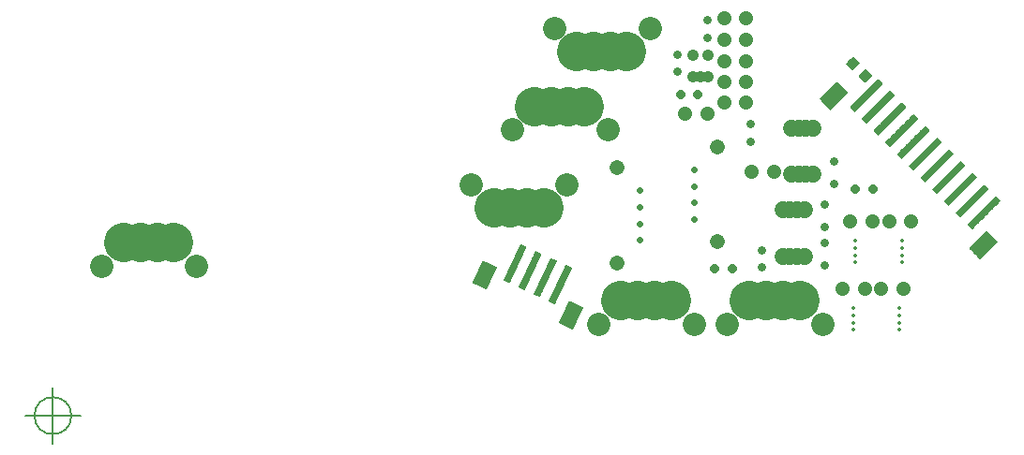
<source format=gbr>
G04 #@! TF.FileFunction,Profile,NP*
%FSLAX46Y46*%
G04 Gerber Fmt 4.6, Leading zero omitted, Abs format (unit mm)*
G04 Created by KiCad (PCBNEW (after 2015-may-25 BZR unknown)-product) date 7/2/2015 5:13:15 PM*
%MOMM*%
G01*
G04 APERTURE LIST*
%ADD10C,0.100000*%
%ADD11C,0.150000*%
%ADD12C,1.249680*%
%ADD13C,0.800100*%
%ADD14C,0.850900*%
%ADD15C,0.299720*%
%ADD16C,1.501140*%
%ADD17C,1.049020*%
%ADD18C,0.551180*%
%ADD19C,1.348740*%
%ADD20C,3.550920*%
%ADD21C,2.148840*%
%ADD22C,0.025400*%
G04 APERTURE END LIST*
D10*
D11*
X123586666Y-115570000D02*
G75*
G03X123586666Y-115570000I-1666666J0D01*
G01*
X119420000Y-115570000D02*
X124420000Y-115570000D01*
X121920000Y-113070000D02*
X121920000Y-118070000D01*
D12*
X198676260Y-104046020D02*
X198676260Y-104046020D01*
X196677280Y-104046020D02*
X196677280Y-104046020D01*
D13*
X191576960Y-101945440D02*
X191576960Y-101945440D01*
X191576960Y-99946460D02*
X191576960Y-99946460D01*
D14*
X183276240Y-102245160D02*
X183276240Y-102245160D01*
X181676040Y-102245160D02*
X181676040Y-102245160D01*
D13*
X180975000Y-79745840D02*
X180975000Y-79745840D01*
X180975000Y-81346040D02*
X180975000Y-81346040D01*
D12*
X182476140Y-81546700D02*
X182476140Y-81546700D01*
X184475120Y-81546700D02*
X184475120Y-81546700D01*
X184475120Y-79545180D02*
X184475120Y-79545180D01*
X182476140Y-79545180D02*
X182476140Y-79545180D01*
D15*
X194376040Y-99771200D02*
X194376040Y-99771200D01*
X194376040Y-100421440D02*
X194376040Y-100421440D01*
X194376040Y-101071680D02*
X194376040Y-101071680D01*
X194376040Y-101721920D02*
X194376040Y-101721920D01*
X198577200Y-101721920D02*
X198577200Y-101721920D01*
X198577200Y-101071680D02*
X198577200Y-101071680D01*
X198577200Y-100421440D02*
X198577200Y-100421440D01*
X198577200Y-99771200D02*
X198577200Y-99771200D01*
D13*
X185877200Y-100545900D02*
X185877200Y-100545900D01*
X185877200Y-102146100D02*
X185877200Y-102146100D01*
D14*
X194376040Y-95046800D02*
X194376040Y-95046800D01*
X195976240Y-95046800D02*
X195976240Y-95046800D01*
D12*
X184975500Y-93446600D02*
X184975500Y-93446600D01*
X186977020Y-93446600D02*
X186977020Y-93446600D01*
X180975000Y-88247220D02*
X180975000Y-88247220D01*
X178976020Y-88247220D02*
X178976020Y-88247220D01*
D14*
X180177440Y-86545420D02*
X180177440Y-86545420D01*
X178577240Y-86545420D02*
X178577240Y-86545420D01*
D12*
X182476140Y-87246460D02*
X182476140Y-87246460D01*
X184475120Y-87246460D02*
X184475120Y-87246460D01*
X182476140Y-85346540D02*
X182476140Y-85346540D01*
X184475120Y-85346540D02*
X184475120Y-85346540D01*
X199377300Y-97947480D02*
X199377300Y-97947480D01*
X197375780Y-97947480D02*
X197375780Y-97947480D01*
D16*
X189750700Y-96946720D02*
X189750700Y-96946720D01*
X189100460Y-96946720D02*
X189100460Y-96946720D01*
X188450220Y-96946720D02*
X188450220Y-96946720D01*
X187802520Y-96946720D02*
X187802520Y-96946720D01*
X187802520Y-101145340D02*
X187802520Y-101145340D01*
X188450220Y-101145340D02*
X188450220Y-101145340D01*
X189100460Y-101145340D02*
X189100460Y-101145340D01*
X189750700Y-101145340D02*
X189750700Y-101145340D01*
D13*
X192377060Y-94546420D02*
X192377060Y-94546420D01*
X192377060Y-92547440D02*
X192377060Y-92547440D01*
D16*
X190550800Y-89545160D02*
X190550800Y-89545160D01*
X189900560Y-89545160D02*
X189900560Y-89545160D01*
X189250320Y-89545160D02*
X189250320Y-89545160D01*
X188600080Y-89545160D02*
X188600080Y-89545160D01*
X188600080Y-93746320D02*
X188600080Y-93746320D01*
X189250320Y-93746320D02*
X189250320Y-93746320D01*
X189900560Y-93746320D02*
X189900560Y-93746320D01*
X190550800Y-93746320D02*
X190550800Y-93746320D01*
D13*
X191576960Y-96446340D02*
X191576960Y-96446340D01*
X191576960Y-98445320D02*
X191576960Y-98445320D01*
D12*
X182476140Y-83446620D02*
X182476140Y-83446620D01*
X184475120Y-83446620D02*
X184475120Y-83446620D01*
D17*
X181025800Y-84896960D02*
X181025800Y-84896960D01*
X179725320Y-84896960D02*
X179725320Y-84896960D01*
X181025800Y-82997040D02*
X181025800Y-82997040D01*
X179725320Y-82997040D02*
X179725320Y-82997040D01*
X180375560Y-84896960D02*
X180375560Y-84896960D01*
D15*
X194175380Y-105872280D02*
X194175380Y-105872280D01*
X194175380Y-106522520D02*
X194175380Y-106522520D01*
X194175380Y-107170220D02*
X194175380Y-107170220D01*
X194175380Y-107820460D02*
X194175380Y-107820460D01*
X198376540Y-107820460D02*
X198376540Y-107820460D01*
X198376540Y-107170220D02*
X198376540Y-107170220D01*
X198376540Y-106522520D02*
X198376540Y-106522520D01*
X198376540Y-105872280D02*
X198376540Y-105872280D01*
D12*
X193177160Y-104046020D02*
X193177160Y-104046020D01*
X195176140Y-104046020D02*
X195176140Y-104046020D01*
X193875660Y-97947480D02*
X193875660Y-97947480D01*
X195877180Y-97947480D02*
X195877180Y-97947480D01*
D18*
X179826920Y-94795340D02*
X179826920Y-94795340D01*
X179826920Y-96296480D02*
X179826920Y-96296480D01*
X179826920Y-97795080D02*
X179826920Y-97795080D01*
D19*
X181927500Y-91246960D02*
X181927500Y-91246960D01*
X181927500Y-99847400D02*
X181927500Y-99847400D01*
D18*
X179826920Y-93296740D02*
X179826920Y-93296740D01*
D13*
X184876440Y-90746580D02*
X184876440Y-90746580D01*
X184876440Y-89146380D02*
X184876440Y-89146380D01*
D18*
X174927260Y-98196400D02*
X174927260Y-98196400D01*
X174927260Y-96695260D02*
X174927260Y-96695260D01*
X174927260Y-95196660D02*
X174927260Y-95196660D01*
D19*
X172826680Y-101747320D02*
X172826680Y-101747320D01*
X172826680Y-93146880D02*
X172826680Y-93146880D01*
D18*
X174927260Y-99695000D02*
X174927260Y-99695000D01*
D20*
X176225200Y-105196640D02*
X176225200Y-105196640D01*
X174726600Y-105196640D02*
X174726600Y-105196640D01*
X173225460Y-105196640D02*
X173225460Y-105196640D01*
D21*
X179776120Y-107297220D02*
X179776120Y-107297220D01*
X171175680Y-107297220D02*
X171175680Y-107297220D01*
D20*
X177726340Y-105196640D02*
X177726340Y-105196640D01*
D22*
X195795900Y-84805520D02*
X195795900Y-84805520D01*
X195795900Y-84805520D02*
X195795900Y-84782660D01*
X195783200Y-84818220D02*
X195783200Y-84769960D01*
X195770500Y-84830920D02*
X195770500Y-84757260D01*
X195757800Y-84843620D02*
X195757800Y-84744560D01*
X195745100Y-84856320D02*
X195745100Y-84731860D01*
X195732400Y-84869020D02*
X195732400Y-84719160D01*
X195719700Y-84881720D02*
X195719700Y-84706460D01*
X195707000Y-84894420D02*
X195707000Y-84693760D01*
X195696840Y-84907120D02*
X195696840Y-84683600D01*
X195684140Y-84919820D02*
X195684140Y-84670900D01*
X195671440Y-84929980D02*
X195671440Y-84658200D01*
X195658740Y-84942680D02*
X195658740Y-84645500D01*
X195646040Y-84955380D02*
X195646040Y-84632800D01*
X195633340Y-84968080D02*
X195633340Y-84620100D01*
X195620640Y-84980780D02*
X195620640Y-84607400D01*
X195607940Y-84993480D02*
X195607940Y-84594700D01*
X195595240Y-85006180D02*
X195595240Y-84582000D01*
X195585080Y-85018880D02*
X195585080Y-84569300D01*
X195572380Y-85031580D02*
X195572380Y-84559140D01*
X195559680Y-85041740D02*
X195559680Y-84546440D01*
X195546980Y-85054440D02*
X195546980Y-84533740D01*
X195534280Y-85067140D02*
X195534280Y-84521040D01*
X195521580Y-85079840D02*
X195521580Y-84508340D01*
X195508880Y-85092540D02*
X195508880Y-84495640D01*
X195496180Y-85105240D02*
X195496180Y-84482940D01*
X195483480Y-85117940D02*
X195483480Y-84470240D01*
X195470780Y-85130640D02*
X195470780Y-84457540D01*
X195460620Y-85143340D02*
X195460620Y-84447380D01*
X195447920Y-85153500D02*
X195447920Y-84434680D01*
X195435220Y-85166200D02*
X195435220Y-84421980D01*
X195422520Y-85178900D02*
X195422520Y-84409280D01*
X195409820Y-85191600D02*
X195409820Y-84396580D01*
X195397120Y-85204300D02*
X195397120Y-84383880D01*
X195384420Y-85217000D02*
X195384420Y-84371180D01*
X195371720Y-85229700D02*
X195371720Y-84358480D01*
X195359020Y-85242400D02*
X195359020Y-84345780D01*
X195348860Y-85255100D02*
X195348860Y-84335620D01*
X195336160Y-85267800D02*
X195336160Y-84322920D01*
X195323460Y-85277960D02*
X195323460Y-84310220D01*
X195310760Y-85290660D02*
X195310760Y-84297520D01*
X195298060Y-85303360D02*
X195298060Y-84284820D01*
X195285360Y-85316060D02*
X195285360Y-84272120D01*
X195272660Y-85328760D02*
X195272660Y-84259420D01*
X195259960Y-85341460D02*
X195259960Y-84246720D01*
X195247260Y-85354160D02*
X195247260Y-84256880D01*
X195237100Y-85366860D02*
X195237100Y-84269580D01*
X195224400Y-85377020D02*
X195224400Y-84282280D01*
X195211700Y-85364320D02*
X195211700Y-84294980D01*
X195199000Y-85351620D02*
X195199000Y-84307680D01*
X195186300Y-85338920D02*
X195186300Y-84320380D01*
X195173600Y-85326220D02*
X195173600Y-84333080D01*
X195160900Y-85313520D02*
X195160900Y-84345780D01*
X195148200Y-85303360D02*
X195148200Y-84355940D01*
X195135500Y-85290660D02*
X195135500Y-84368640D01*
X195122800Y-85277960D02*
X195122800Y-84381340D01*
X195112640Y-85265260D02*
X195112640Y-84394040D01*
X195099940Y-85252560D02*
X195099940Y-84406740D01*
X195087240Y-85239860D02*
X195087240Y-84419440D01*
X195074540Y-85227160D02*
X195074540Y-84432140D01*
X195061840Y-85214460D02*
X195061840Y-84444840D01*
X195049140Y-85201760D02*
X195049140Y-84457540D01*
X195036440Y-85191600D02*
X195036440Y-84467700D01*
X195023740Y-85178900D02*
X195023740Y-84480400D01*
X195011040Y-85166200D02*
X195011040Y-84493100D01*
X195000880Y-85153500D02*
X195000880Y-84505800D01*
X194988180Y-85140800D02*
X194988180Y-84518500D01*
X194975480Y-85128100D02*
X194975480Y-84531200D01*
X194962780Y-85115400D02*
X194962780Y-84543900D01*
X194950080Y-85102700D02*
X194950080Y-84556600D01*
X194937380Y-85090000D02*
X194937380Y-84569300D01*
X194924680Y-85077300D02*
X194924680Y-84582000D01*
X194911980Y-85067140D02*
X194911980Y-84592160D01*
X194899280Y-85054440D02*
X194899280Y-84604860D01*
X194886580Y-85041740D02*
X194886580Y-84617560D01*
X194876420Y-85029040D02*
X194876420Y-84630260D01*
X194863720Y-85016340D02*
X194863720Y-84642960D01*
X194851020Y-85003640D02*
X194851020Y-84655660D01*
X194838320Y-84990940D02*
X194838320Y-84668360D01*
X194825620Y-84978240D02*
X194825620Y-84681060D01*
X194812920Y-84965540D02*
X194812920Y-84693760D01*
X194800220Y-84955380D02*
X194800220Y-84703920D01*
X194787520Y-84942680D02*
X194787520Y-84716620D01*
X194774820Y-84929980D02*
X194774820Y-84729320D01*
X194764660Y-84917280D02*
X194764660Y-84742020D01*
X194751960Y-84904580D02*
X194751960Y-84754720D01*
X194739260Y-84891880D02*
X194739260Y-84767420D01*
X194726560Y-84879180D02*
X194726560Y-84780120D01*
X194713860Y-84866480D02*
X194713860Y-84792820D01*
X194701160Y-84853780D02*
X194701160Y-84805520D01*
X194688460Y-84841080D02*
X194688460Y-84818220D01*
X194675760Y-84830920D02*
X194675760Y-84828380D01*
X195259960Y-84246720D02*
X194675760Y-84828380D01*
X194675760Y-84828380D02*
X195224400Y-85377020D01*
X195224400Y-85377020D02*
X195808600Y-84795360D01*
X195808600Y-84795360D02*
X195259960Y-84246720D01*
X194663060Y-83675220D02*
X194663060Y-83649820D01*
X194650360Y-83687920D02*
X194650360Y-83637120D01*
X194640200Y-83700620D02*
X194640200Y-83624420D01*
X194627500Y-83713320D02*
X194627500Y-83614260D01*
X194614800Y-83726020D02*
X194614800Y-83601560D01*
X194602100Y-83738720D02*
X194602100Y-83588860D01*
X194589400Y-83748880D02*
X194589400Y-83576160D01*
X194576700Y-83761580D02*
X194576700Y-83563460D01*
X194564000Y-83774280D02*
X194564000Y-83550760D01*
X194551300Y-83786980D02*
X194551300Y-83538060D01*
X194538600Y-83799680D02*
X194538600Y-83525360D01*
X194525900Y-83812380D02*
X194525900Y-83512660D01*
X194515740Y-83825080D02*
X194515740Y-83502500D01*
X194503040Y-83837780D02*
X194503040Y-83489800D01*
X194490340Y-83850480D02*
X194490340Y-83477100D01*
X194477640Y-83860640D02*
X194477640Y-83464400D01*
X194464940Y-83873340D02*
X194464940Y-83451700D01*
X194452240Y-83886040D02*
X194452240Y-83439000D01*
X194439540Y-83898740D02*
X194439540Y-83426300D01*
X194426840Y-83911440D02*
X194426840Y-83413600D01*
X194414140Y-83924140D02*
X194414140Y-83400900D01*
X194403980Y-83936840D02*
X194403980Y-83388200D01*
X194391280Y-83949540D02*
X194391280Y-83378040D01*
X194378580Y-83962240D02*
X194378580Y-83365340D01*
X194365880Y-83972400D02*
X194365880Y-83352640D01*
X194353180Y-83985100D02*
X194353180Y-83339940D01*
X194340480Y-83997800D02*
X194340480Y-83327240D01*
X194327780Y-84010500D02*
X194327780Y-83314540D01*
X194315080Y-84023200D02*
X194315080Y-83301840D01*
X194302380Y-84035900D02*
X194302380Y-83289140D01*
X194289680Y-84048600D02*
X194289680Y-83276440D01*
X194279520Y-84061300D02*
X194279520Y-83266280D01*
X194266820Y-84074000D02*
X194266820Y-83253580D01*
X194254120Y-84086700D02*
X194254120Y-83240880D01*
X194241420Y-84096860D02*
X194241420Y-83228180D01*
X194228720Y-84109560D02*
X194228720Y-83215480D01*
X194216020Y-84122260D02*
X194216020Y-83202780D01*
X194203320Y-84134960D02*
X194203320Y-83190080D01*
X194190620Y-84147660D02*
X194190620Y-83177380D01*
X194177920Y-84160360D02*
X194177920Y-83164680D01*
X194167760Y-84173060D02*
X194167760Y-83154520D01*
X194155060Y-84185760D02*
X194155060Y-83141820D01*
X194142360Y-84198460D02*
X194142360Y-83129120D01*
X194129660Y-84208620D02*
X194129660Y-83116420D01*
X194116960Y-84221320D02*
X194116960Y-83126580D01*
X194104260Y-84234020D02*
X194104260Y-83139280D01*
X194091560Y-84244180D02*
X194091560Y-83151980D01*
X194078860Y-84234020D02*
X194078860Y-83164680D01*
X194066160Y-84221320D02*
X194066160Y-83174840D01*
X194056000Y-84208620D02*
X194056000Y-83187540D01*
X194043300Y-84195920D02*
X194043300Y-83200240D01*
X194030600Y-84183220D02*
X194030600Y-83212940D01*
X194017900Y-84170520D02*
X194017900Y-83225640D01*
X194005200Y-84157820D02*
X194005200Y-83238340D01*
X193992500Y-84145120D02*
X193992500Y-83251040D01*
X193979800Y-84132420D02*
X193979800Y-83263740D01*
X193967100Y-84122260D02*
X193967100Y-83276440D01*
X193954400Y-84109560D02*
X193954400Y-83286600D01*
X193941700Y-84096860D02*
X193941700Y-83299300D01*
X193931540Y-84084160D02*
X193931540Y-83312000D01*
X193918840Y-84071460D02*
X193918840Y-83324700D01*
X193906140Y-84058760D02*
X193906140Y-83337400D01*
X193893440Y-84046060D02*
X193893440Y-83350100D01*
X193880740Y-84033360D02*
X193880740Y-83362800D01*
X193868040Y-84020660D02*
X193868040Y-83375500D01*
X193855340Y-84010500D02*
X193855340Y-83388200D01*
X193842640Y-83997800D02*
X193842640Y-83400900D01*
X193829940Y-83985100D02*
X193829940Y-83411060D01*
X193819780Y-83972400D02*
X193819780Y-83423760D01*
X193807080Y-83959700D02*
X193807080Y-83436460D01*
X193794380Y-83947000D02*
X193794380Y-83449160D01*
X193781680Y-83934300D02*
X193781680Y-83461860D01*
X193768980Y-83921600D02*
X193768980Y-83474560D01*
X193756280Y-83908900D02*
X193756280Y-83487260D01*
X193743580Y-83896200D02*
X193743580Y-83499960D01*
X193730880Y-83886040D02*
X193730880Y-83512660D01*
X193718180Y-83873340D02*
X193718180Y-83522820D01*
X193705480Y-83860640D02*
X193705480Y-83535520D01*
X193695320Y-83847940D02*
X193695320Y-83548220D01*
X193682620Y-83835240D02*
X193682620Y-83560920D01*
X193669920Y-83822540D02*
X193669920Y-83573620D01*
X193657220Y-83809840D02*
X193657220Y-83586320D01*
X193644520Y-83797140D02*
X193644520Y-83599020D01*
X193631820Y-83784440D02*
X193631820Y-83611720D01*
X193619120Y-83774280D02*
X193619120Y-83624420D01*
X193606420Y-83761580D02*
X193606420Y-83637120D01*
X193593720Y-83748880D02*
X193593720Y-83647280D01*
X193583560Y-83736180D02*
X193583560Y-83659980D01*
X193570860Y-83723480D02*
X193570860Y-83672680D01*
X193558160Y-83710780D02*
X193558160Y-83685380D01*
X193545460Y-83698080D02*
X193545460Y-83698080D01*
X194127120Y-83113880D02*
X193545460Y-83698080D01*
X193545460Y-83698080D02*
X194094100Y-84246720D01*
X194094100Y-84246720D02*
X194675760Y-83662520D01*
X194675760Y-83662520D02*
X194127120Y-83113880D01*
D20*
X170726100Y-82595720D02*
X170726100Y-82595720D01*
X172227240Y-82595720D02*
X172227240Y-82595720D01*
X173725840Y-82595720D02*
X173725840Y-82595720D01*
D21*
X167175180Y-80495140D02*
X167175180Y-80495140D01*
X175775620Y-80495140D02*
X175775620Y-80495140D01*
D20*
X169227500Y-82595720D02*
X169227500Y-82595720D01*
D13*
X178277520Y-82847180D02*
X178277520Y-82847180D01*
X178277520Y-84447380D02*
X178277520Y-84447380D01*
D22*
X167297100Y-101579680D02*
X167297100Y-101579680D01*
X167297100Y-101579680D02*
X167297100Y-101546660D01*
X167284400Y-101607620D02*
X167284400Y-101541580D01*
X167271700Y-101633020D02*
X167271700Y-101536500D01*
X167259000Y-101660960D02*
X167259000Y-101528880D01*
X167246300Y-101686360D02*
X167246300Y-101523800D01*
X167233600Y-101714300D02*
X167233600Y-101518720D01*
X167223440Y-101739700D02*
X167223440Y-101513640D01*
X167210740Y-101767640D02*
X167210740Y-101506020D01*
X167198040Y-101793040D02*
X167198040Y-101500940D01*
X167185340Y-101820980D02*
X167185340Y-101495860D01*
X167172640Y-101846380D02*
X167172640Y-101490780D01*
X167159940Y-101874320D02*
X167159940Y-101483160D01*
X167147240Y-101899720D02*
X167147240Y-101478080D01*
X167134540Y-101927660D02*
X167134540Y-101473000D01*
X167121840Y-101953060D02*
X167121840Y-101465380D01*
X167111680Y-101981000D02*
X167111680Y-101460300D01*
X167098980Y-102006400D02*
X167098980Y-101455220D01*
X167086280Y-102034340D02*
X167086280Y-101450140D01*
X167073580Y-102059740D02*
X167073580Y-101442520D01*
X167060880Y-102087680D02*
X167060880Y-101437440D01*
X167048180Y-102113080D02*
X167048180Y-101432360D01*
X167035480Y-102138480D02*
X167035480Y-101424740D01*
X167022780Y-102166420D02*
X167022780Y-101419660D01*
X167010080Y-102191820D02*
X167010080Y-101414580D01*
X166997380Y-102219760D02*
X166997380Y-101409500D01*
X166987220Y-102245160D02*
X166987220Y-101401880D01*
X166974520Y-102273100D02*
X166974520Y-101396800D01*
X166961820Y-102298500D02*
X166961820Y-101391720D01*
X166949120Y-102326440D02*
X166949120Y-101384100D01*
X166936420Y-102351840D02*
X166936420Y-101379020D01*
X166923720Y-102379780D02*
X166923720Y-101373940D01*
X166911020Y-102405180D02*
X166911020Y-101368860D01*
X166898320Y-102433120D02*
X166898320Y-101361240D01*
X166885620Y-102458520D02*
X166885620Y-101356160D01*
X166875460Y-102486460D02*
X166875460Y-101351080D01*
X166862760Y-102511860D02*
X166862760Y-101343460D01*
X166850060Y-102539800D02*
X166850060Y-101338380D01*
X166837360Y-102565200D02*
X166837360Y-101333300D01*
X166824660Y-102593140D02*
X166824660Y-101351080D01*
X166811960Y-102618540D02*
X166811960Y-101376480D01*
X166799260Y-102646480D02*
X166799260Y-101404420D01*
X166786560Y-102671880D02*
X166786560Y-101429820D01*
X166773860Y-102699820D02*
X166773860Y-101457760D01*
X166761160Y-102725220D02*
X166761160Y-101483160D01*
X166751000Y-102753160D02*
X166751000Y-101511100D01*
X166738300Y-102778560D02*
X166738300Y-101536500D01*
X166725600Y-102806500D02*
X166725600Y-101564440D01*
X166712900Y-102831900D02*
X166712900Y-101589840D01*
X166700200Y-102859840D02*
X166700200Y-101617780D01*
X166687500Y-102885240D02*
X166687500Y-101643180D01*
X166674800Y-102913180D02*
X166674800Y-101671120D01*
X166662100Y-102938580D02*
X166662100Y-101696520D01*
X166649400Y-102966520D02*
X166649400Y-101724460D01*
X166639240Y-102991920D02*
X166639240Y-101749860D01*
X166626540Y-103019860D02*
X166626540Y-101777800D01*
X166613840Y-103045260D02*
X166613840Y-101803200D01*
X166601140Y-103073200D02*
X166601140Y-101831140D01*
X166588440Y-103098600D02*
X166588440Y-101856540D01*
X166575740Y-103126540D02*
X166575740Y-101884480D01*
X166563040Y-103151940D02*
X166563040Y-101909880D01*
X166550340Y-103179880D02*
X166550340Y-101937820D01*
X166537640Y-103205280D02*
X166537640Y-101963220D01*
X166527480Y-103233220D02*
X166527480Y-101991160D01*
X166514780Y-103258620D02*
X166514780Y-102016560D01*
X166502080Y-103286560D02*
X166502080Y-102044500D01*
X166489380Y-103311960D02*
X166489380Y-102069900D01*
X166476680Y-103339900D02*
X166476680Y-102097840D01*
X166463980Y-103365300D02*
X166463980Y-102123240D01*
X166451280Y-103393240D02*
X166451280Y-102151180D01*
X166438580Y-103418640D02*
X166438580Y-102176580D01*
X166425880Y-103446580D02*
X166425880Y-102204520D01*
X166413180Y-103471980D02*
X166413180Y-102229920D01*
X166403020Y-103499920D02*
X166403020Y-102257860D01*
X166390320Y-103525320D02*
X166390320Y-102283260D01*
X166377620Y-103553260D02*
X166377620Y-102311200D01*
X166364920Y-103578660D02*
X166364920Y-102336600D01*
X166352220Y-103606600D02*
X166352220Y-102364540D01*
X166339520Y-103632000D02*
X166339520Y-102389940D01*
X166326820Y-103659940D02*
X166326820Y-102417880D01*
X166314120Y-103685340D02*
X166314120Y-102443280D01*
X166301420Y-103713280D02*
X166301420Y-102471220D01*
X166291260Y-103738680D02*
X166291260Y-102496620D01*
X166278560Y-103766620D02*
X166278560Y-102524560D01*
X166265860Y-103792020D02*
X166265860Y-102549960D01*
X166253160Y-103819960D02*
X166253160Y-102577900D01*
X166240460Y-103845360D02*
X166240460Y-102603300D01*
X166227760Y-103873300D02*
X166227760Y-102631240D01*
X166215060Y-103898700D02*
X166215060Y-102656640D01*
X166202360Y-103926640D02*
X166202360Y-102684580D01*
X166189660Y-103952040D02*
X166189660Y-102709980D01*
X166176960Y-103979980D02*
X166176960Y-102737920D01*
X166166800Y-104005380D02*
X166166800Y-102763320D01*
X166154100Y-104033320D02*
X166154100Y-102791260D01*
X166141400Y-104058720D02*
X166141400Y-102816660D01*
X166128700Y-104086660D02*
X166128700Y-102844600D01*
X166116000Y-104112060D02*
X166116000Y-102870000D01*
X166103300Y-104140000D02*
X166103300Y-102897940D01*
X166090600Y-104165400D02*
X166090600Y-102923340D01*
X166077900Y-104193340D02*
X166077900Y-102948740D01*
X166065200Y-104218740D02*
X166065200Y-102976680D01*
X166055040Y-104246680D02*
X166055040Y-103002080D01*
X166042340Y-104272080D02*
X166042340Y-103030020D01*
X166029640Y-104300020D02*
X166029640Y-103055420D01*
X166016940Y-104325420D02*
X166016940Y-103083360D01*
X166004240Y-104353360D02*
X166004240Y-103108760D01*
X165991540Y-104378760D02*
X165991540Y-103136700D01*
X165978840Y-104406700D02*
X165978840Y-103162100D01*
X165966140Y-104432100D02*
X165966140Y-103190040D01*
X165953440Y-104460040D02*
X165953440Y-103215440D01*
X165940740Y-104485440D02*
X165940740Y-103243380D01*
X165930580Y-104513380D02*
X165930580Y-103268780D01*
X165917880Y-104538780D02*
X165917880Y-103296720D01*
X165905180Y-104564180D02*
X165905180Y-103322120D01*
X165892480Y-104592120D02*
X165892480Y-103350060D01*
X165879780Y-104617520D02*
X165879780Y-103375460D01*
X165867080Y-104645460D02*
X165867080Y-103403400D01*
X165854380Y-104670860D02*
X165854380Y-103428800D01*
X165841680Y-104698800D02*
X165841680Y-103456740D01*
X165828980Y-104724200D02*
X165828980Y-103482140D01*
X165818820Y-104747060D02*
X165818820Y-103510080D01*
X165806120Y-104741980D02*
X165806120Y-103535480D01*
X165793420Y-104734360D02*
X165793420Y-103563420D01*
X165780720Y-104729280D02*
X165780720Y-103588820D01*
X165768020Y-104724200D02*
X165768020Y-103616760D01*
X165755320Y-104719120D02*
X165755320Y-103642160D01*
X165742620Y-104711500D02*
X165742620Y-103670100D01*
X165729920Y-104706420D02*
X165729920Y-103695500D01*
X165717220Y-104701340D02*
X165717220Y-103723440D01*
X165707060Y-104693720D02*
X165707060Y-103748840D01*
X165694360Y-104688640D02*
X165694360Y-103776780D01*
X165681660Y-104683560D02*
X165681660Y-103802180D01*
X165668960Y-104678480D02*
X165668960Y-103830120D01*
X165656260Y-104670860D02*
X165656260Y-103855520D01*
X165643560Y-104665780D02*
X165643560Y-103883460D01*
X165630860Y-104660700D02*
X165630860Y-103908860D01*
X165618160Y-104655620D02*
X165618160Y-103936800D01*
X165605460Y-104648000D02*
X165605460Y-103962200D01*
X165592760Y-104642920D02*
X165592760Y-103990140D01*
X165582600Y-104637840D02*
X165582600Y-104015540D01*
X165569900Y-104630220D02*
X165569900Y-104043480D01*
X165557200Y-104625140D02*
X165557200Y-104068880D01*
X165544500Y-104620060D02*
X165544500Y-104096820D01*
X165531800Y-104614980D02*
X165531800Y-104122220D01*
X165519100Y-104607360D02*
X165519100Y-104150160D01*
X165506400Y-104602280D02*
X165506400Y-104175560D01*
X165493700Y-104597200D02*
X165493700Y-104203500D01*
X165481000Y-104589580D02*
X165481000Y-104228900D01*
X165470840Y-104584500D02*
X165470840Y-104256840D01*
X165458140Y-104579420D02*
X165458140Y-104282240D01*
X165445440Y-104574340D02*
X165445440Y-104310180D01*
X165432740Y-104566720D02*
X165432740Y-104335580D01*
X165420040Y-104561640D02*
X165420040Y-104363520D01*
X165407340Y-104556560D02*
X165407340Y-104388920D01*
X165394640Y-104548940D02*
X165394640Y-104416860D01*
X165381940Y-104543860D02*
X165381940Y-104442260D01*
X165369240Y-104538780D02*
X165369240Y-104470200D01*
X165356540Y-104533700D02*
X165356540Y-104495600D01*
X165346380Y-104526080D02*
X165346380Y-104523540D01*
X165818820Y-104747060D02*
X167309800Y-101554280D01*
X167309800Y-101554280D02*
X166832280Y-101330760D01*
X166832280Y-101330760D02*
X165343840Y-104526080D01*
X165343840Y-104526080D02*
X165818820Y-104747060D01*
X165938200Y-100947220D02*
X165938200Y-100914200D01*
X165925500Y-100972620D02*
X165925500Y-100906580D01*
X165912800Y-101000560D02*
X165912800Y-100901500D01*
X165900100Y-101025960D02*
X165900100Y-100896420D01*
X165887400Y-101053900D02*
X165887400Y-100891340D01*
X165874700Y-101079300D02*
X165874700Y-100883720D01*
X165862000Y-101104700D02*
X165862000Y-100878640D01*
X165849300Y-101132640D02*
X165849300Y-100873560D01*
X165839140Y-101158040D02*
X165839140Y-100865940D01*
X165826440Y-101185980D02*
X165826440Y-100860860D01*
X165813740Y-101211380D02*
X165813740Y-100855780D01*
X165801040Y-101239320D02*
X165801040Y-100850700D01*
X165788340Y-101264720D02*
X165788340Y-100843080D01*
X165775640Y-101292660D02*
X165775640Y-100838000D01*
X165762940Y-101318060D02*
X165762940Y-100832920D01*
X165750240Y-101346000D02*
X165750240Y-100827840D01*
X165737540Y-101371400D02*
X165737540Y-100820220D01*
X165724840Y-101399340D02*
X165724840Y-100815140D01*
X165714680Y-101424740D02*
X165714680Y-100810060D01*
X165701980Y-101452680D02*
X165701980Y-100802440D01*
X165689280Y-101478080D02*
X165689280Y-100797360D01*
X165676580Y-101506020D02*
X165676580Y-100792280D01*
X165663880Y-101531420D02*
X165663880Y-100787200D01*
X165651180Y-101559360D02*
X165651180Y-100779580D01*
X165638480Y-101584760D02*
X165638480Y-100774500D01*
X165625780Y-101612700D02*
X165625780Y-100769420D01*
X165613080Y-101638100D02*
X165613080Y-100761800D01*
X165602920Y-101666040D02*
X165602920Y-100756720D01*
X165590220Y-101691440D02*
X165590220Y-100751640D01*
X165577520Y-101719380D02*
X165577520Y-100746560D01*
X165564820Y-101744780D02*
X165564820Y-100738940D01*
X165552120Y-101772720D02*
X165552120Y-100733860D01*
X165539420Y-101798120D02*
X165539420Y-100728780D01*
X165526720Y-101826060D02*
X165526720Y-100721160D01*
X165514020Y-101851460D02*
X165514020Y-100716080D01*
X165501320Y-101879400D02*
X165501320Y-100711000D01*
X165491160Y-101904800D02*
X165491160Y-100705920D01*
X165478460Y-101932740D02*
X165478460Y-100698300D01*
X165465760Y-101958140D02*
X165465760Y-100716080D01*
X165453060Y-101986080D02*
X165453060Y-100744020D01*
X165440360Y-102011480D02*
X165440360Y-100769420D01*
X165427660Y-102039420D02*
X165427660Y-100797360D01*
X165414960Y-102064820D02*
X165414960Y-100822760D01*
X165402260Y-102092760D02*
X165402260Y-100850700D01*
X165389560Y-102118160D02*
X165389560Y-100876100D01*
X165376860Y-102146100D02*
X165376860Y-100904040D01*
X165366700Y-102171500D02*
X165366700Y-100929440D01*
X165354000Y-102199440D02*
X165354000Y-100957380D01*
X165341300Y-102224840D02*
X165341300Y-100982780D01*
X165328600Y-102252780D02*
X165328600Y-101010720D01*
X165315900Y-102278180D02*
X165315900Y-101036120D01*
X165303200Y-102306120D02*
X165303200Y-101064060D01*
X165290500Y-102331520D02*
X165290500Y-101089460D01*
X165277800Y-102359460D02*
X165277800Y-101117400D01*
X165265100Y-102384860D02*
X165265100Y-101142800D01*
X165254940Y-102412800D02*
X165254940Y-101170740D01*
X165242240Y-102438200D02*
X165242240Y-101196140D01*
X165229540Y-102466140D02*
X165229540Y-101224080D01*
X165216840Y-102491540D02*
X165216840Y-101249480D01*
X165204140Y-102519480D02*
X165204140Y-101277420D01*
X165191440Y-102544880D02*
X165191440Y-101302820D01*
X165178740Y-102572820D02*
X165178740Y-101330760D01*
X165166040Y-102598220D02*
X165166040Y-101356160D01*
X165153340Y-102626160D02*
X165153340Y-101384100D01*
X165140640Y-102651560D02*
X165140640Y-101409500D01*
X165130480Y-102679500D02*
X165130480Y-101437440D01*
X165117780Y-102704900D02*
X165117780Y-101462840D01*
X165105080Y-102732840D02*
X165105080Y-101490780D01*
X165092380Y-102758240D02*
X165092380Y-101516180D01*
X165079680Y-102786180D02*
X165079680Y-101544120D01*
X165066980Y-102811580D02*
X165066980Y-101569520D01*
X165054280Y-102839520D02*
X165054280Y-101597460D01*
X165041580Y-102864920D02*
X165041580Y-101622860D01*
X165028880Y-102892860D02*
X165028880Y-101650800D01*
X165018720Y-102918260D02*
X165018720Y-101676200D01*
X165006020Y-102946200D02*
X165006020Y-101704140D01*
X164993320Y-102971600D02*
X164993320Y-101729540D01*
X164980620Y-102999540D02*
X164980620Y-101757480D01*
X164967920Y-103024940D02*
X164967920Y-101782880D01*
X164955220Y-103052880D02*
X164955220Y-101810820D01*
X164942520Y-103078280D02*
X164942520Y-101836220D01*
X164929820Y-103106220D02*
X164929820Y-101864160D01*
X164917120Y-103131620D02*
X164917120Y-101889560D01*
X164906960Y-103159560D02*
X164906960Y-101914960D01*
X164894260Y-103184960D02*
X164894260Y-101942900D01*
X164881560Y-103212900D02*
X164881560Y-101968300D01*
X164868860Y-103238300D02*
X164868860Y-101996240D01*
X164856160Y-103266240D02*
X164856160Y-102021640D01*
X164843460Y-103291640D02*
X164843460Y-102049580D01*
X164830760Y-103319580D02*
X164830760Y-102074980D01*
X164818060Y-103344980D02*
X164818060Y-102102920D01*
X164805360Y-103372920D02*
X164805360Y-102128320D01*
X164792660Y-103398320D02*
X164792660Y-102156260D01*
X164782500Y-103426260D02*
X164782500Y-102181660D01*
X164769800Y-103451660D02*
X164769800Y-102209600D01*
X164757100Y-103479600D02*
X164757100Y-102235000D01*
X164744400Y-103505000D02*
X164744400Y-102262940D01*
X164731700Y-103530400D02*
X164731700Y-102288340D01*
X164719000Y-103558340D02*
X164719000Y-102316280D01*
X164706300Y-103583740D02*
X164706300Y-102341680D01*
X164693600Y-103611680D02*
X164693600Y-102369620D01*
X164680900Y-103637080D02*
X164680900Y-102395020D01*
X164670740Y-103665020D02*
X164670740Y-102422960D01*
X164658040Y-103690420D02*
X164658040Y-102448360D01*
X164645340Y-103718360D02*
X164645340Y-102476300D01*
X164632640Y-103743760D02*
X164632640Y-102501700D01*
X164619940Y-103771700D02*
X164619940Y-102529640D01*
X164607240Y-103797100D02*
X164607240Y-102555040D01*
X164594540Y-103825040D02*
X164594540Y-102582980D01*
X164581840Y-103850440D02*
X164581840Y-102608380D01*
X164569140Y-103878380D02*
X164569140Y-102636320D01*
X164556440Y-103903780D02*
X164556440Y-102661720D01*
X164546280Y-103931720D02*
X164546280Y-102689660D01*
X164533580Y-103957120D02*
X164533580Y-102715060D01*
X164520880Y-103985060D02*
X164520880Y-102743000D01*
X164508180Y-104010460D02*
X164508180Y-102768400D01*
X164495480Y-104038400D02*
X164495480Y-102796340D01*
X164482780Y-104063800D02*
X164482780Y-102821740D01*
X164470080Y-104091740D02*
X164470080Y-102849680D01*
X164457380Y-104112060D02*
X164457380Y-102875080D01*
X164444680Y-104106980D02*
X164444680Y-102903020D01*
X164434520Y-104101900D02*
X164434520Y-102928420D01*
X164421820Y-104096820D02*
X164421820Y-102956360D01*
X164409120Y-104089200D02*
X164409120Y-102981760D01*
X164396420Y-104084120D02*
X164396420Y-103009700D01*
X164383720Y-104079040D02*
X164383720Y-103035100D01*
X164371020Y-104071420D02*
X164371020Y-103063040D01*
X164358320Y-104066340D02*
X164358320Y-103088440D01*
X164345620Y-104061260D02*
X164345620Y-103116380D01*
X164332920Y-104056180D02*
X164332920Y-103141780D01*
X164322760Y-104048560D02*
X164322760Y-103169720D01*
X164310060Y-104043480D02*
X164310060Y-103195120D01*
X164297360Y-104038400D02*
X164297360Y-103223060D01*
X164284660Y-104033320D02*
X164284660Y-103248460D01*
X164271960Y-104025700D02*
X164271960Y-103276400D01*
X164259260Y-104020620D02*
X164259260Y-103301800D01*
X164246560Y-104015540D02*
X164246560Y-103329740D01*
X164233860Y-104007920D02*
X164233860Y-103355140D01*
X164221160Y-104002840D02*
X164221160Y-103383080D01*
X164208460Y-103997760D02*
X164208460Y-103408480D01*
X164198300Y-103992680D02*
X164198300Y-103436420D01*
X164185600Y-103985060D02*
X164185600Y-103461820D01*
X164172900Y-103979980D02*
X164172900Y-103489760D01*
X164160200Y-103974900D02*
X164160200Y-103515160D01*
X164147500Y-103967280D02*
X164147500Y-103543100D01*
X164134800Y-103962200D02*
X164134800Y-103568500D01*
X164122100Y-103957120D02*
X164122100Y-103596440D01*
X164109400Y-103952040D02*
X164109400Y-103621840D01*
X164096700Y-103944420D02*
X164096700Y-103649780D01*
X164086540Y-103939340D02*
X164086540Y-103675180D01*
X164073840Y-103934260D02*
X164073840Y-103703120D01*
X164061140Y-103926640D02*
X164061140Y-103728520D01*
X164048440Y-103921560D02*
X164048440Y-103756460D01*
X164035740Y-103916480D02*
X164035740Y-103781860D01*
X164023040Y-103911400D02*
X164023040Y-103809800D01*
X164010340Y-103903780D02*
X164010340Y-103835200D01*
X163997640Y-103898700D02*
X163997640Y-103863140D01*
X163984940Y-103893620D02*
X163984940Y-103888540D01*
X164459920Y-104114600D02*
X165950900Y-100919280D01*
X165950900Y-100919280D02*
X165473380Y-100698300D01*
X165473380Y-100698300D02*
X163984940Y-103891080D01*
X163984940Y-103891080D02*
X164459920Y-104114600D01*
X164576760Y-100312220D02*
X164576760Y-100279200D01*
X164566600Y-100337620D02*
X164566600Y-100274120D01*
X164553900Y-100365560D02*
X164553900Y-100269040D01*
X164541200Y-100390960D02*
X164541200Y-100261420D01*
X164528500Y-100418900D02*
X164528500Y-100256340D01*
X164515800Y-100444300D02*
X164515800Y-100251260D01*
X164503100Y-100472240D02*
X164503100Y-100243640D01*
X164490400Y-100497640D02*
X164490400Y-100238560D01*
X164477700Y-100525580D02*
X164477700Y-100233480D01*
X164465000Y-100550980D02*
X164465000Y-100228400D01*
X164454840Y-100578920D02*
X164454840Y-100220780D01*
X164442140Y-100604320D02*
X164442140Y-100215700D01*
X164429440Y-100632260D02*
X164429440Y-100210620D01*
X164416740Y-100657660D02*
X164416740Y-100205540D01*
X164404040Y-100685600D02*
X164404040Y-100197920D01*
X164391340Y-100711000D02*
X164391340Y-100192840D01*
X164378640Y-100738940D02*
X164378640Y-100187760D01*
X164365940Y-100764340D02*
X164365940Y-100180140D01*
X164353240Y-100792280D02*
X164353240Y-100175060D01*
X164340540Y-100817680D02*
X164340540Y-100169980D01*
X164330380Y-100845620D02*
X164330380Y-100164900D01*
X164317680Y-100871020D02*
X164317680Y-100157280D01*
X164304980Y-100898960D02*
X164304980Y-100152200D01*
X164292280Y-100924360D02*
X164292280Y-100147120D01*
X164279580Y-100952300D02*
X164279580Y-100139500D01*
X164266880Y-100977700D02*
X164266880Y-100134420D01*
X164254180Y-101005640D02*
X164254180Y-100129340D01*
X164241480Y-101031040D02*
X164241480Y-100124260D01*
X164228780Y-101058980D02*
X164228780Y-100116640D01*
X164218620Y-101084380D02*
X164218620Y-100111560D01*
X164205920Y-101112320D02*
X164205920Y-100106480D01*
X164193220Y-101137720D02*
X164193220Y-100098860D01*
X164180520Y-101165660D02*
X164180520Y-100093780D01*
X164167820Y-101191060D02*
X164167820Y-100088700D01*
X164155120Y-101219000D02*
X164155120Y-100083620D01*
X164142420Y-101244400D02*
X164142420Y-100076000D01*
X164129720Y-101272340D02*
X164129720Y-100070920D01*
X164117020Y-101297740D02*
X164117020Y-100065840D01*
X164106860Y-101325680D02*
X164106860Y-100083620D01*
X164094160Y-101351080D02*
X164094160Y-100109020D01*
X164081460Y-101379020D02*
X164081460Y-100136960D01*
X164068760Y-101404420D02*
X164068760Y-100162360D01*
X164056060Y-101432360D02*
X164056060Y-100190300D01*
X164043360Y-101457760D02*
X164043360Y-100215700D01*
X164030660Y-101485700D02*
X164030660Y-100243640D01*
X164017960Y-101511100D02*
X164017960Y-100269040D01*
X164005260Y-101539040D02*
X164005260Y-100296980D01*
X163992560Y-101564440D02*
X163992560Y-100322380D01*
X163982400Y-101592380D02*
X163982400Y-100350320D01*
X163969700Y-101617780D02*
X163969700Y-100375720D01*
X163957000Y-101645720D02*
X163957000Y-100403660D01*
X163944300Y-101671120D02*
X163944300Y-100429060D01*
X163931600Y-101699060D02*
X163931600Y-100457000D01*
X163918900Y-101724460D02*
X163918900Y-100482400D01*
X163906200Y-101752400D02*
X163906200Y-100510340D01*
X163893500Y-101777800D02*
X163893500Y-100535740D01*
X163880800Y-101805740D02*
X163880800Y-100563680D01*
X163870640Y-101831140D02*
X163870640Y-100589080D01*
X163857940Y-101859080D02*
X163857940Y-100617020D01*
X163845240Y-101884480D02*
X163845240Y-100642420D01*
X163832540Y-101912420D02*
X163832540Y-100670360D01*
X163819840Y-101937820D02*
X163819840Y-100695760D01*
X163807140Y-101965760D02*
X163807140Y-100723700D01*
X163794440Y-101991160D02*
X163794440Y-100749100D01*
X163781740Y-102019100D02*
X163781740Y-100777040D01*
X163769040Y-102044500D02*
X163769040Y-100802440D01*
X163756340Y-102072440D02*
X163756340Y-100830380D01*
X163746180Y-102097840D02*
X163746180Y-100855780D01*
X163733480Y-102125780D02*
X163733480Y-100883720D01*
X163720780Y-102151180D02*
X163720780Y-100909120D01*
X163708080Y-102179120D02*
X163708080Y-100934520D01*
X163695380Y-102204520D02*
X163695380Y-100962460D01*
X163682680Y-102232460D02*
X163682680Y-100987860D01*
X163669980Y-102257860D02*
X163669980Y-101015800D01*
X163657280Y-102285800D02*
X163657280Y-101041200D01*
X163644580Y-102311200D02*
X163644580Y-101069140D01*
X163634420Y-102339140D02*
X163634420Y-101094540D01*
X163621720Y-102364540D02*
X163621720Y-101122480D01*
X163609020Y-102392480D02*
X163609020Y-101147880D01*
X163596320Y-102417880D02*
X163596320Y-101175820D01*
X163583620Y-102445820D02*
X163583620Y-101201220D01*
X163570920Y-102471220D02*
X163570920Y-101229160D01*
X163558220Y-102499160D02*
X163558220Y-101254560D01*
X163545520Y-102524560D02*
X163545520Y-101282500D01*
X163532820Y-102549960D02*
X163532820Y-101307900D01*
X163522660Y-102577900D02*
X163522660Y-101335840D01*
X163509960Y-102603300D02*
X163509960Y-101361240D01*
X163497260Y-102631240D02*
X163497260Y-101389180D01*
X163484560Y-102656640D02*
X163484560Y-101414580D01*
X163471860Y-102684580D02*
X163471860Y-101442520D01*
X163459160Y-102709980D02*
X163459160Y-101467920D01*
X163446460Y-102737920D02*
X163446460Y-101495860D01*
X163433760Y-102763320D02*
X163433760Y-101521260D01*
X163421060Y-102791260D02*
X163421060Y-101549200D01*
X163408360Y-102816660D02*
X163408360Y-101574600D01*
X163398200Y-102844600D02*
X163398200Y-101602540D01*
X163385500Y-102870000D02*
X163385500Y-101627940D01*
X163372800Y-102897940D02*
X163372800Y-101655880D01*
X163360100Y-102923340D02*
X163360100Y-101681280D01*
X163347400Y-102951280D02*
X163347400Y-101709220D01*
X163334700Y-102976680D02*
X163334700Y-101734620D01*
X163322000Y-103004620D02*
X163322000Y-101762560D01*
X163309300Y-103030020D02*
X163309300Y-101787960D01*
X163296600Y-103057960D02*
X163296600Y-101815900D01*
X163286440Y-103083360D02*
X163286440Y-101841300D01*
X163273740Y-103111300D02*
X163273740Y-101869240D01*
X163261040Y-103136700D02*
X163261040Y-101894640D01*
X163248340Y-103164640D02*
X163248340Y-101922580D01*
X163235640Y-103190040D02*
X163235640Y-101947980D01*
X163222940Y-103217980D02*
X163222940Y-101975920D01*
X163210240Y-103243380D02*
X163210240Y-102001320D01*
X163197540Y-103271320D02*
X163197540Y-102029260D01*
X163184840Y-103296720D02*
X163184840Y-102054660D01*
X163172140Y-103324660D02*
X163172140Y-102082600D01*
X163161980Y-103350060D02*
X163161980Y-102108000D01*
X163149280Y-103378000D02*
X163149280Y-102135940D01*
X163136580Y-103403400D02*
X163136580Y-102161340D01*
X163123880Y-103431340D02*
X163123880Y-102189280D01*
X163111180Y-103456740D02*
X163111180Y-102214680D01*
X163098480Y-103479600D02*
X163098480Y-102242620D01*
X163085780Y-103474520D02*
X163085780Y-102268020D01*
X163073080Y-103466900D02*
X163073080Y-102295960D01*
X163060380Y-103461820D02*
X163060380Y-102321360D01*
X163050220Y-103456740D02*
X163050220Y-102349300D01*
X163037520Y-103449120D02*
X163037520Y-102374700D01*
X163024820Y-103444040D02*
X163024820Y-102402640D01*
X163012120Y-103438960D02*
X163012120Y-102428040D01*
X162999420Y-103433880D02*
X162999420Y-102455980D01*
X162986720Y-103426260D02*
X162986720Y-102481380D01*
X162974020Y-103421180D02*
X162974020Y-102509320D01*
X162961320Y-103416100D02*
X162961320Y-102534720D01*
X162948620Y-103408480D02*
X162948620Y-102562660D01*
X162935920Y-103403400D02*
X162935920Y-102588060D01*
X162925760Y-103398320D02*
X162925760Y-102616000D01*
X162913060Y-103393240D02*
X162913060Y-102641400D01*
X162900360Y-103385620D02*
X162900360Y-102669340D01*
X162887660Y-103380540D02*
X162887660Y-102694740D01*
X162874960Y-103375460D02*
X162874960Y-102722680D01*
X162862260Y-103370380D02*
X162862260Y-102748080D01*
X162849560Y-103362760D02*
X162849560Y-102776020D01*
X162836860Y-103357680D02*
X162836860Y-102801420D01*
X162824160Y-103352600D02*
X162824160Y-102829360D01*
X162814000Y-103344980D02*
X162814000Y-102854760D01*
X162801300Y-103339900D02*
X162801300Y-102882700D01*
X162788600Y-103334820D02*
X162788600Y-102908100D01*
X162775900Y-103329740D02*
X162775900Y-102936040D01*
X162763200Y-103322120D02*
X162763200Y-102961440D01*
X162750500Y-103317040D02*
X162750500Y-102989380D01*
X162737800Y-103311960D02*
X162737800Y-103014780D01*
X162725100Y-103304340D02*
X162725100Y-103042720D01*
X162712400Y-103299260D02*
X162712400Y-103068120D01*
X162702240Y-103294180D02*
X162702240Y-103096060D01*
X162689540Y-103289100D02*
X162689540Y-103121460D01*
X162676840Y-103281480D02*
X162676840Y-103149400D01*
X162664140Y-103276400D02*
X162664140Y-103174800D01*
X162651440Y-103271320D02*
X162651440Y-103202740D01*
X162638740Y-103263700D02*
X162638740Y-103228140D01*
X162626040Y-103258620D02*
X162626040Y-103256080D01*
X163101020Y-103479600D02*
X164589460Y-100284280D01*
X164589460Y-100284280D02*
X164114480Y-100063300D01*
X164114480Y-100063300D02*
X162626040Y-103258620D01*
X162626040Y-103258620D02*
X163101020Y-103479600D01*
X169692320Y-105785920D02*
X169692320Y-105755440D01*
X169682160Y-105813860D02*
X169682160Y-105747820D01*
X169669460Y-105841800D02*
X169669460Y-105742740D01*
X169656760Y-105867200D02*
X169656760Y-105737660D01*
X169644060Y-105895140D02*
X169644060Y-105730040D01*
X169631360Y-105920540D02*
X169631360Y-105724960D01*
X169618660Y-105948480D02*
X169618660Y-105719880D01*
X169605960Y-105973880D02*
X169605960Y-105714800D01*
X169593260Y-106001820D02*
X169593260Y-105707180D01*
X169580560Y-106027220D02*
X169580560Y-105702100D01*
X169567860Y-106055160D02*
X169567860Y-105697020D01*
X169555160Y-106080560D02*
X169555160Y-105689400D01*
X169542460Y-106108500D02*
X169542460Y-105684320D01*
X169529760Y-106136440D02*
X169529760Y-105679240D01*
X169519600Y-106161840D02*
X169519600Y-105674160D01*
X169506900Y-106189780D02*
X169506900Y-105666540D01*
X169494200Y-106215180D02*
X169494200Y-105661460D01*
X169481500Y-106243120D02*
X169481500Y-105656380D01*
X169468800Y-106268520D02*
X169468800Y-105648760D01*
X169456100Y-106296460D02*
X169456100Y-105643680D01*
X169443400Y-106321860D02*
X169443400Y-105638600D01*
X169430700Y-106349800D02*
X169430700Y-105630980D01*
X169418000Y-106375200D02*
X169418000Y-105625900D01*
X169405300Y-106403140D02*
X169405300Y-105620820D01*
X169392600Y-106431080D02*
X169392600Y-105615740D01*
X169379900Y-106456480D02*
X169379900Y-105608120D01*
X169369740Y-106484420D02*
X169369740Y-105603040D01*
X169357040Y-106509820D02*
X169357040Y-105597960D01*
X169344340Y-106537760D02*
X169344340Y-105590340D01*
X169331640Y-106563160D02*
X169331640Y-105585260D01*
X169318940Y-106591100D02*
X169318940Y-105580180D01*
X169306240Y-106616500D02*
X169306240Y-105575100D01*
X169293540Y-106644440D02*
X169293540Y-105567480D01*
X169280840Y-106669840D02*
X169280840Y-105562400D01*
X169268140Y-106697780D02*
X169268140Y-105557320D01*
X169255440Y-106725720D02*
X169255440Y-105549700D01*
X169242740Y-106751120D02*
X169242740Y-105544620D01*
X169230040Y-106779060D02*
X169230040Y-105539540D01*
X169219880Y-106804460D02*
X169219880Y-105531920D01*
X169207180Y-106832400D02*
X169207180Y-105526840D01*
X169194480Y-106857800D02*
X169194480Y-105521760D01*
X169181780Y-106885740D02*
X169181780Y-105516680D01*
X169169080Y-106911140D02*
X169169080Y-105509060D01*
X169156380Y-106939080D02*
X169156380Y-105503980D01*
X169143680Y-106964480D02*
X169143680Y-105498900D01*
X169130980Y-106992420D02*
X169130980Y-105491280D01*
X169118280Y-107020360D02*
X169118280Y-105486200D01*
X169105580Y-107045760D02*
X169105580Y-105481120D01*
X169092880Y-107073700D02*
X169092880Y-105476040D01*
X169080180Y-107099100D02*
X169080180Y-105468420D01*
X169070020Y-107127040D02*
X169070020Y-105463340D01*
X169057320Y-107152440D02*
X169057320Y-105458260D01*
X169044620Y-107180380D02*
X169044620Y-105450640D01*
X169031920Y-107205780D02*
X169031920Y-105445560D01*
X169019220Y-107233720D02*
X169019220Y-105440480D01*
X169006520Y-107259120D02*
X169006520Y-105435400D01*
X168993820Y-107287060D02*
X168993820Y-105427780D01*
X168981120Y-107315000D02*
X168981120Y-105422700D01*
X168968420Y-107340400D02*
X168968420Y-105417620D01*
X168955720Y-107368340D02*
X168955720Y-105410000D01*
X168943020Y-107393740D02*
X168943020Y-105404920D01*
X168930320Y-107421680D02*
X168930320Y-105399840D01*
X168920160Y-107447080D02*
X168920160Y-105392220D01*
X168907460Y-107475020D02*
X168907460Y-105387140D01*
X168894760Y-107500420D02*
X168894760Y-105382060D01*
X168882060Y-107528360D02*
X168882060Y-105376980D01*
X168869360Y-107553760D02*
X168869360Y-105369360D01*
X168856660Y-107581700D02*
X168856660Y-105364280D01*
X168843960Y-107609640D02*
X168843960Y-105359200D01*
X168831260Y-107635040D02*
X168831260Y-105351580D01*
X168818560Y-107662980D02*
X168818560Y-105346500D01*
X168805860Y-107685840D02*
X168805860Y-105341420D01*
X168793160Y-107680760D02*
X168793160Y-105336340D01*
X168780460Y-107673140D02*
X168780460Y-105328720D01*
X168770300Y-107668060D02*
X168770300Y-105323640D01*
X168757600Y-107662980D02*
X168757600Y-105318560D01*
X168744900Y-107655360D02*
X168744900Y-105310940D01*
X168732200Y-107650280D02*
X168732200Y-105305860D01*
X168719500Y-107645200D02*
X168719500Y-105300780D01*
X168706800Y-107640120D02*
X168706800Y-105293160D01*
X168694100Y-107632500D02*
X168694100Y-105288080D01*
X168681400Y-107627420D02*
X168681400Y-105283000D01*
X168668700Y-107622340D02*
X168668700Y-105277920D01*
X168656000Y-107614720D02*
X168656000Y-105270300D01*
X168643300Y-107609640D02*
X168643300Y-105265220D01*
X168630600Y-107604560D02*
X168630600Y-105260140D01*
X168620440Y-107599480D02*
X168620440Y-105252520D01*
X168607740Y-107591860D02*
X168607740Y-105247440D01*
X168595040Y-107586780D02*
X168595040Y-105242360D01*
X168582340Y-107581700D02*
X168582340Y-105237280D01*
X168569640Y-107574080D02*
X168569640Y-105229660D01*
X168556940Y-107569000D02*
X168556940Y-105224580D01*
X168544240Y-107563920D02*
X168544240Y-105219500D01*
X168531540Y-107556300D02*
X168531540Y-105211880D01*
X168518840Y-107551220D02*
X168518840Y-105206800D01*
X168506140Y-107546140D02*
X168506140Y-105201720D01*
X168493440Y-107541060D02*
X168493440Y-105222040D01*
X168480740Y-107533440D02*
X168480740Y-105249980D01*
X168470580Y-107528360D02*
X168470580Y-105277920D01*
X168457880Y-107523280D02*
X168457880Y-105303320D01*
X168445180Y-107515660D02*
X168445180Y-105331260D01*
X168432480Y-107510580D02*
X168432480Y-105356660D01*
X168419780Y-107505500D02*
X168419780Y-105384600D01*
X168407080Y-107500420D02*
X168407080Y-105410000D01*
X168394380Y-107492800D02*
X168394380Y-105437940D01*
X168381680Y-107487720D02*
X168381680Y-105463340D01*
X168368980Y-107482640D02*
X168368980Y-105491280D01*
X168356280Y-107475020D02*
X168356280Y-105516680D01*
X168343580Y-107469940D02*
X168343580Y-105544620D01*
X168330880Y-107464860D02*
X168330880Y-105572560D01*
X168320720Y-107457240D02*
X168320720Y-105597960D01*
X168308020Y-107452160D02*
X168308020Y-105625900D01*
X168295320Y-107447080D02*
X168295320Y-105651300D01*
X168282620Y-107442000D02*
X168282620Y-105679240D01*
X168269920Y-107434380D02*
X168269920Y-105704640D01*
X168257220Y-107429300D02*
X168257220Y-105732580D01*
X168244520Y-107424220D02*
X168244520Y-105757980D01*
X168231820Y-107416600D02*
X168231820Y-105785920D01*
X168219120Y-107411520D02*
X168219120Y-105811320D01*
X168206420Y-107406440D02*
X168206420Y-105839260D01*
X168193720Y-107401360D02*
X168193720Y-105867200D01*
X168181020Y-107393740D02*
X168181020Y-105892600D01*
X168170860Y-107388660D02*
X168170860Y-105920540D01*
X168158160Y-107383580D02*
X168158160Y-105945940D01*
X168145460Y-107375960D02*
X168145460Y-105973880D01*
X168132760Y-107370880D02*
X168132760Y-105999280D01*
X168120060Y-107365800D02*
X168120060Y-106027220D01*
X168107360Y-107360720D02*
X168107360Y-106052620D01*
X168094660Y-107353100D02*
X168094660Y-106080560D01*
X168081960Y-107348020D02*
X168081960Y-106105960D01*
X168069260Y-107342940D02*
X168069260Y-106133900D01*
X168056560Y-107335320D02*
X168056560Y-106161840D01*
X168043860Y-107330240D02*
X168043860Y-106187240D01*
X168031160Y-107325160D02*
X168031160Y-106215180D01*
X168021000Y-107317540D02*
X168021000Y-106240580D01*
X168008300Y-107312460D02*
X168008300Y-106268520D01*
X167995600Y-107307380D02*
X167995600Y-106293920D01*
X167982900Y-107302300D02*
X167982900Y-106321860D01*
X167970200Y-107294680D02*
X167970200Y-106347260D01*
X167957500Y-107289600D02*
X167957500Y-106375200D01*
X167944800Y-107284520D02*
X167944800Y-106400600D01*
X167932100Y-107276900D02*
X167932100Y-106428540D01*
X167919400Y-107271820D02*
X167919400Y-106456480D01*
X167906700Y-107266740D02*
X167906700Y-106481880D01*
X167894000Y-107261660D02*
X167894000Y-106509820D01*
X167881300Y-107254040D02*
X167881300Y-106535220D01*
X167868600Y-107248960D02*
X167868600Y-106563160D01*
X167858440Y-107243880D02*
X167858440Y-106588560D01*
X167845740Y-107236260D02*
X167845740Y-106616500D01*
X167833040Y-107231180D02*
X167833040Y-106641900D01*
X167820340Y-107226100D02*
X167820340Y-106669840D01*
X167807640Y-107218480D02*
X167807640Y-106695240D01*
X167794940Y-107213400D02*
X167794940Y-106723180D01*
X167782240Y-107208320D02*
X167782240Y-106751120D01*
X167769540Y-107203240D02*
X167769540Y-106776520D01*
X167756840Y-107195620D02*
X167756840Y-106804460D01*
X167744140Y-107190540D02*
X167744140Y-106829860D01*
X167731440Y-107185460D02*
X167731440Y-106857800D01*
X167718740Y-107177840D02*
X167718740Y-106883200D01*
X167708580Y-107172760D02*
X167708580Y-106911140D01*
X167695880Y-107167680D02*
X167695880Y-106936540D01*
X167683180Y-107162600D02*
X167683180Y-106964480D01*
X167670480Y-107154980D02*
X167670480Y-106989880D01*
X167657780Y-107149900D02*
X167657780Y-107017820D01*
X167645080Y-107144820D02*
X167645080Y-107045760D01*
X167632380Y-107137200D02*
X167632380Y-107071160D01*
X167619680Y-107132120D02*
X167619680Y-107099100D01*
X167606980Y-107127040D02*
X167606980Y-107124500D01*
X168808400Y-107685840D02*
X169705020Y-105760520D01*
X169705020Y-105760520D02*
X168506140Y-105199180D01*
X168506140Y-105199180D02*
X167606980Y-107127040D01*
X167606980Y-107127040D02*
X168808400Y-107685840D01*
X161899600Y-102153720D02*
X161899600Y-102120700D01*
X161886900Y-102179120D02*
X161886900Y-102113080D01*
X161874200Y-102207060D02*
X161874200Y-102108000D01*
X161861500Y-102232460D02*
X161861500Y-102102920D01*
X161848800Y-102260400D02*
X161848800Y-102097840D01*
X161836100Y-102285800D02*
X161836100Y-102090220D01*
X161823400Y-102313740D02*
X161823400Y-102085140D01*
X161810700Y-102339140D02*
X161810700Y-102080060D01*
X161798000Y-102367080D02*
X161798000Y-102072440D01*
X161787840Y-102392480D02*
X161787840Y-102067360D01*
X161775140Y-102420420D02*
X161775140Y-102062280D01*
X161762440Y-102448360D02*
X161762440Y-102054660D01*
X161749740Y-102473760D02*
X161749740Y-102049580D01*
X161737040Y-102501700D02*
X161737040Y-102044500D01*
X161724340Y-102527100D02*
X161724340Y-102039420D01*
X161711640Y-102555040D02*
X161711640Y-102031800D01*
X161698940Y-102580440D02*
X161698940Y-102026720D01*
X161686240Y-102608380D02*
X161686240Y-102021640D01*
X161673540Y-102633780D02*
X161673540Y-102014020D01*
X161660840Y-102661720D02*
X161660840Y-102008940D01*
X161648140Y-102687120D02*
X161648140Y-102003860D01*
X161637980Y-102715060D02*
X161637980Y-101998780D01*
X161625280Y-102743000D02*
X161625280Y-101991160D01*
X161612580Y-102768400D02*
X161612580Y-101986080D01*
X161599880Y-102796340D02*
X161599880Y-101981000D01*
X161587180Y-102821740D02*
X161587180Y-101973380D01*
X161574480Y-102849680D02*
X161574480Y-101968300D01*
X161561780Y-102875080D02*
X161561780Y-101963220D01*
X161549080Y-102903020D02*
X161549080Y-101955600D01*
X161536380Y-102928420D02*
X161536380Y-101950520D01*
X161523680Y-102956360D02*
X161523680Y-101945440D01*
X161510980Y-102981760D02*
X161510980Y-101940360D01*
X161498280Y-103009700D02*
X161498280Y-101932740D01*
X161488120Y-103037640D02*
X161488120Y-101927660D01*
X161475420Y-103063040D02*
X161475420Y-101922580D01*
X161462720Y-103090980D02*
X161462720Y-101914960D01*
X161450020Y-103116380D02*
X161450020Y-101909880D01*
X161437320Y-103144320D02*
X161437320Y-101904800D01*
X161424620Y-103169720D02*
X161424620Y-101899720D01*
X161411920Y-103197660D02*
X161411920Y-101892100D01*
X161399220Y-103223060D02*
X161399220Y-101887020D01*
X161386520Y-103251000D02*
X161386520Y-101881940D01*
X161373820Y-103276400D02*
X161373820Y-101874320D01*
X161361120Y-103304340D02*
X161361120Y-101869240D01*
X161348420Y-103332280D02*
X161348420Y-101864160D01*
X161338260Y-103357680D02*
X161338260Y-101859080D01*
X161325560Y-103385620D02*
X161325560Y-101851460D01*
X161312860Y-103411020D02*
X161312860Y-101846380D01*
X161300160Y-103438960D02*
X161300160Y-101841300D01*
X161287460Y-103464360D02*
X161287460Y-101833680D01*
X161274760Y-103492300D02*
X161274760Y-101828600D01*
X161262060Y-103517700D02*
X161262060Y-101823520D01*
X161249360Y-103545640D02*
X161249360Y-101815900D01*
X161236660Y-103571040D02*
X161236660Y-101810820D01*
X161223960Y-103598980D02*
X161223960Y-101805740D01*
X161211260Y-103626920D02*
X161211260Y-101800660D01*
X161198560Y-103652320D02*
X161198560Y-101793040D01*
X161188400Y-103680260D02*
X161188400Y-101787960D01*
X161175700Y-103705660D02*
X161175700Y-101782880D01*
X161163000Y-103733600D02*
X161163000Y-101775260D01*
X161150300Y-103759000D02*
X161150300Y-101770180D01*
X161137600Y-103786940D02*
X161137600Y-101765100D01*
X161124900Y-103812340D02*
X161124900Y-101760020D01*
X161112200Y-103840280D02*
X161112200Y-101752400D01*
X161099500Y-103865680D02*
X161099500Y-101747320D01*
X161086800Y-103893620D02*
X161086800Y-101742240D01*
X161074100Y-103921560D02*
X161074100Y-101734620D01*
X161061400Y-103946960D02*
X161061400Y-101729540D01*
X161048700Y-103974900D02*
X161048700Y-101724460D01*
X161038540Y-104000300D02*
X161038540Y-101716840D01*
X161025840Y-104028240D02*
X161025840Y-101711760D01*
X161013140Y-104051100D02*
X161013140Y-101706680D01*
X161000440Y-104046020D02*
X161000440Y-101701600D01*
X160987740Y-104038400D02*
X160987740Y-101693980D01*
X160975040Y-104033320D02*
X160975040Y-101688900D01*
X160962340Y-104028240D02*
X160962340Y-101683820D01*
X160949640Y-104023160D02*
X160949640Y-101676200D01*
X160936940Y-104015540D02*
X160936940Y-101671120D01*
X160924240Y-104010460D02*
X160924240Y-101666040D01*
X160911540Y-104005380D02*
X160911540Y-101660960D01*
X160898840Y-103997760D02*
X160898840Y-101653340D01*
X160888680Y-103992680D02*
X160888680Y-101648260D01*
X160875980Y-103987600D02*
X160875980Y-101643180D01*
X160863280Y-103979980D02*
X160863280Y-101635560D01*
X160850580Y-103974900D02*
X160850580Y-101630480D01*
X160837880Y-103969820D02*
X160837880Y-101625400D01*
X160825180Y-103964740D02*
X160825180Y-101620320D01*
X160812480Y-103957120D02*
X160812480Y-101612700D01*
X160799780Y-103952040D02*
X160799780Y-101607620D01*
X160787080Y-103946960D02*
X160787080Y-101602540D01*
X160774380Y-103939340D02*
X160774380Y-101594920D01*
X160761680Y-103934260D02*
X160761680Y-101589840D01*
X160748980Y-103929180D02*
X160748980Y-101584760D01*
X160738820Y-103924100D02*
X160738820Y-101577140D01*
X160726120Y-103916480D02*
X160726120Y-101572060D01*
X160713420Y-103911400D02*
X160713420Y-101566980D01*
X160700720Y-103906320D02*
X160700720Y-101589840D01*
X160688020Y-103898700D02*
X160688020Y-101615240D01*
X160675320Y-103893620D02*
X160675320Y-101643180D01*
X160662620Y-103888540D02*
X160662620Y-101668580D01*
X160649920Y-103883460D02*
X160649920Y-101696520D01*
X160637220Y-103875840D02*
X160637220Y-101721920D01*
X160624520Y-103870760D02*
X160624520Y-101749860D01*
X160611820Y-103865680D02*
X160611820Y-101775260D01*
X160599120Y-103858060D02*
X160599120Y-101803200D01*
X160588960Y-103852980D02*
X160588960Y-101828600D01*
X160576260Y-103847900D02*
X160576260Y-101856540D01*
X160563560Y-103840280D02*
X160563560Y-101884480D01*
X160550860Y-103835200D02*
X160550860Y-101909880D01*
X160538160Y-103830120D02*
X160538160Y-101937820D01*
X160525460Y-103825040D02*
X160525460Y-101963220D01*
X160512760Y-103817420D02*
X160512760Y-101991160D01*
X160500060Y-103812340D02*
X160500060Y-102016560D01*
X160487360Y-103807260D02*
X160487360Y-102044500D01*
X160474660Y-103799640D02*
X160474660Y-102069900D01*
X160461960Y-103794560D02*
X160461960Y-102097840D01*
X160449260Y-103789480D02*
X160449260Y-102123240D01*
X160436560Y-103784400D02*
X160436560Y-102151180D01*
X160426400Y-103776780D02*
X160426400Y-102179120D01*
X160413700Y-103771700D02*
X160413700Y-102204520D01*
X160401000Y-103766620D02*
X160401000Y-102232460D01*
X160388300Y-103759000D02*
X160388300Y-102257860D01*
X160375600Y-103753920D02*
X160375600Y-102285800D01*
X160362900Y-103748840D02*
X160362900Y-102311200D01*
X160350200Y-103741220D02*
X160350200Y-102339140D01*
X160337500Y-103736140D02*
X160337500Y-102364540D01*
X160324800Y-103731060D02*
X160324800Y-102392480D01*
X160312100Y-103725980D02*
X160312100Y-102417880D01*
X160299400Y-103718360D02*
X160299400Y-102445820D01*
X160286700Y-103713280D02*
X160286700Y-102473760D01*
X160276540Y-103708200D02*
X160276540Y-102499160D01*
X160263840Y-103700580D02*
X160263840Y-102527100D01*
X160251140Y-103695500D02*
X160251140Y-102552500D01*
X160238440Y-103690420D02*
X160238440Y-102580440D01*
X160225740Y-103685340D02*
X160225740Y-102605840D01*
X160213040Y-103677720D02*
X160213040Y-102633780D01*
X160200340Y-103672640D02*
X160200340Y-102659180D01*
X160187640Y-103667560D02*
X160187640Y-102687120D01*
X160174940Y-103659940D02*
X160174940Y-102712520D01*
X160162240Y-103654860D02*
X160162240Y-102740460D01*
X160149540Y-103649780D02*
X160149540Y-102768400D01*
X160136840Y-103642160D02*
X160136840Y-102793800D01*
X160126680Y-103637080D02*
X160126680Y-102821740D01*
X160113980Y-103632000D02*
X160113980Y-102847140D01*
X160101280Y-103626920D02*
X160101280Y-102875080D01*
X160088580Y-103619300D02*
X160088580Y-102900480D01*
X160075880Y-103614220D02*
X160075880Y-102928420D01*
X160063180Y-103609140D02*
X160063180Y-102953820D01*
X160050480Y-103601520D02*
X160050480Y-102981760D01*
X160037780Y-103596440D02*
X160037780Y-103007160D01*
X160025080Y-103591360D02*
X160025080Y-103035100D01*
X160012380Y-103586280D02*
X160012380Y-103063040D01*
X159999680Y-103578660D02*
X159999680Y-103088440D01*
X159986980Y-103573580D02*
X159986980Y-103116380D01*
X159976820Y-103568500D02*
X159976820Y-103141780D01*
X159964120Y-103560880D02*
X159964120Y-103169720D01*
X159951420Y-103555800D02*
X159951420Y-103195120D01*
X159938720Y-103550720D02*
X159938720Y-103223060D01*
X159926020Y-103545640D02*
X159926020Y-103248460D01*
X159913320Y-103538020D02*
X159913320Y-103276400D01*
X159900620Y-103532940D02*
X159900620Y-103301800D01*
X159887920Y-103527860D02*
X159887920Y-103329740D01*
X159875220Y-103520240D02*
X159875220Y-103357680D01*
X159862520Y-103515160D02*
X159862520Y-103383080D01*
X159849820Y-103510080D02*
X159849820Y-103411020D01*
X159837120Y-103502460D02*
X159837120Y-103436420D01*
X159826960Y-103497380D02*
X159826960Y-103464360D01*
X159814260Y-103492300D02*
X159814260Y-103489760D01*
X161013140Y-104051100D02*
X161912300Y-102125780D01*
X161912300Y-102125780D02*
X160710880Y-101566980D01*
X160710880Y-101566980D02*
X159811720Y-103492300D01*
X159811720Y-103492300D02*
X161013140Y-104051100D01*
X168656000Y-102214680D02*
X168656000Y-102181660D01*
X168643300Y-102240080D02*
X168643300Y-102176580D01*
X168630600Y-102268020D02*
X168630600Y-102168960D01*
X168617900Y-102293420D02*
X168617900Y-102163880D01*
X168607740Y-102321360D02*
X168607740Y-102158800D01*
X168595040Y-102346760D02*
X168595040Y-102151180D01*
X168582340Y-102374700D02*
X168582340Y-102146100D01*
X168569640Y-102400100D02*
X168569640Y-102141020D01*
X168556940Y-102428040D02*
X168556940Y-102135940D01*
X168544240Y-102453440D02*
X168544240Y-102128320D01*
X168531540Y-102481380D02*
X168531540Y-102123240D01*
X168518840Y-102506780D02*
X168518840Y-102118160D01*
X168506140Y-102534720D02*
X168506140Y-102113080D01*
X168495980Y-102560120D02*
X168495980Y-102105460D01*
X168483280Y-102588060D02*
X168483280Y-102100380D01*
X168470580Y-102613460D02*
X168470580Y-102095300D01*
X168457880Y-102641400D02*
X168457880Y-102087680D01*
X168445180Y-102666800D02*
X168445180Y-102082600D01*
X168432480Y-102694740D02*
X168432480Y-102077520D01*
X168419780Y-102720140D02*
X168419780Y-102072440D01*
X168407080Y-102748080D02*
X168407080Y-102064820D01*
X168394380Y-102773480D02*
X168394380Y-102059740D01*
X168381680Y-102801420D02*
X168381680Y-102054660D01*
X168371520Y-102826820D02*
X168371520Y-102047040D01*
X168358820Y-102854760D02*
X168358820Y-102041960D01*
X168346120Y-102880160D02*
X168346120Y-102036880D01*
X168333420Y-102908100D02*
X168333420Y-102031800D01*
X168320720Y-102933500D02*
X168320720Y-102024180D01*
X168308020Y-102961440D02*
X168308020Y-102019100D01*
X168295320Y-102986840D02*
X168295320Y-102014020D01*
X168282620Y-103014780D02*
X168282620Y-102006400D01*
X168269920Y-103040180D02*
X168269920Y-102001320D01*
X168259760Y-103068120D02*
X168259760Y-101996240D01*
X168247060Y-103093520D02*
X168247060Y-101991160D01*
X168234360Y-103118920D02*
X168234360Y-101983540D01*
X168221660Y-103146860D02*
X168221660Y-101978460D01*
X168208960Y-103172260D02*
X168208960Y-101973380D01*
X168196260Y-103200200D02*
X168196260Y-101965760D01*
X168183560Y-103225600D02*
X168183560Y-101983540D01*
X168170860Y-103253540D02*
X168170860Y-102011480D01*
X168158160Y-103278940D02*
X168158160Y-102036880D01*
X168145460Y-103306880D02*
X168145460Y-102064820D01*
X168135300Y-103332280D02*
X168135300Y-102090220D01*
X168122600Y-103360220D02*
X168122600Y-102118160D01*
X168109900Y-103385620D02*
X168109900Y-102143560D01*
X168097200Y-103413560D02*
X168097200Y-102171500D01*
X168084500Y-103438960D02*
X168084500Y-102196900D01*
X168071800Y-103466900D02*
X168071800Y-102224840D01*
X168059100Y-103492300D02*
X168059100Y-102250240D01*
X168046400Y-103520240D02*
X168046400Y-102278180D01*
X168033700Y-103545640D02*
X168033700Y-102303580D01*
X168023540Y-103573580D02*
X168023540Y-102331520D01*
X168010840Y-103598980D02*
X168010840Y-102356920D01*
X167998140Y-103626920D02*
X167998140Y-102384860D01*
X167985440Y-103652320D02*
X167985440Y-102410260D01*
X167972740Y-103680260D02*
X167972740Y-102438200D01*
X167960040Y-103705660D02*
X167960040Y-102463600D01*
X167947340Y-103733600D02*
X167947340Y-102491540D01*
X167934640Y-103759000D02*
X167934640Y-102516940D01*
X167921940Y-103786940D02*
X167921940Y-102544880D01*
X167911780Y-103812340D02*
X167911780Y-102570280D01*
X167899080Y-103840280D02*
X167899080Y-102598220D01*
X167886380Y-103865680D02*
X167886380Y-102623620D01*
X167873680Y-103893620D02*
X167873680Y-102651560D01*
X167860980Y-103919020D02*
X167860980Y-102676960D01*
X167848280Y-103946960D02*
X167848280Y-102704900D01*
X167835580Y-103972360D02*
X167835580Y-102730300D01*
X167822880Y-104000300D02*
X167822880Y-102758240D01*
X167810180Y-104025700D02*
X167810180Y-102783640D01*
X167797480Y-104053640D02*
X167797480Y-102811580D01*
X167787320Y-104079040D02*
X167787320Y-102836980D01*
X167774620Y-104106980D02*
X167774620Y-102864920D01*
X167761920Y-104132380D02*
X167761920Y-102890320D01*
X167749220Y-104160320D02*
X167749220Y-102918260D01*
X167736520Y-104185720D02*
X167736520Y-102943660D01*
X167723820Y-104213660D02*
X167723820Y-102971600D01*
X167711120Y-104239060D02*
X167711120Y-102997000D01*
X167698420Y-104267000D02*
X167698420Y-103024940D01*
X167685720Y-104292400D02*
X167685720Y-103050340D01*
X167675560Y-104320340D02*
X167675560Y-103078280D01*
X167662860Y-104345740D02*
X167662860Y-103103680D01*
X167650160Y-104373680D02*
X167650160Y-103131620D01*
X167637460Y-104399080D02*
X167637460Y-103157020D01*
X167624760Y-104427020D02*
X167624760Y-103184960D01*
X167612060Y-104452420D02*
X167612060Y-103210360D01*
X167599360Y-104480360D02*
X167599360Y-103238300D01*
X167586660Y-104505760D02*
X167586660Y-103263700D01*
X167573960Y-104533700D02*
X167573960Y-103291640D01*
X167561260Y-104559100D02*
X167561260Y-103317040D01*
X167551100Y-104587040D02*
X167551100Y-103344980D01*
X167538400Y-104612440D02*
X167538400Y-103370380D01*
X167525700Y-104640380D02*
X167525700Y-103398320D01*
X167513000Y-104665780D02*
X167513000Y-103423720D01*
X167500300Y-104693720D02*
X167500300Y-103451660D01*
X167487600Y-104719120D02*
X167487600Y-103477060D01*
X167474900Y-104747060D02*
X167474900Y-103505000D01*
X167462200Y-104772460D02*
X167462200Y-103530400D01*
X167449500Y-104800400D02*
X167449500Y-103558340D01*
X167439340Y-104825800D02*
X167439340Y-103583740D01*
X167426640Y-104853740D02*
X167426640Y-103611680D01*
X167413940Y-104879140D02*
X167413940Y-103637080D01*
X167401240Y-104907080D02*
X167401240Y-103665020D01*
X167388540Y-104932480D02*
X167388540Y-103690420D01*
X167375840Y-104960420D02*
X167375840Y-103718360D01*
X167363140Y-104985820D02*
X167363140Y-103743760D01*
X167350440Y-105013760D02*
X167350440Y-103771700D01*
X167337740Y-105039160D02*
X167337740Y-103797100D01*
X167327580Y-105067100D02*
X167327580Y-103825040D01*
X167314880Y-105092500D02*
X167314880Y-103850440D01*
X167302180Y-105120440D02*
X167302180Y-103878380D01*
X167289480Y-105145840D02*
X167289480Y-103903780D01*
X167276780Y-105173780D02*
X167276780Y-103931720D01*
X167264080Y-105199180D02*
X167264080Y-103957120D01*
X167251380Y-105227120D02*
X167251380Y-103982520D01*
X167238680Y-105252520D02*
X167238680Y-104010460D01*
X167225980Y-105280460D02*
X167225980Y-104035860D01*
X167213280Y-105305860D02*
X167213280Y-104063800D01*
X167203120Y-105333800D02*
X167203120Y-104089200D01*
X167190420Y-105359200D02*
X167190420Y-104117140D01*
X167177720Y-105382060D02*
X167177720Y-104142540D01*
X167165020Y-105374440D02*
X167165020Y-104170480D01*
X167152320Y-105369360D02*
X167152320Y-104195880D01*
X167139620Y-105364280D02*
X167139620Y-104223820D01*
X167126920Y-105356660D02*
X167126920Y-104249220D01*
X167114220Y-105351580D02*
X167114220Y-104277160D01*
X167101520Y-105346500D02*
X167101520Y-104302560D01*
X167091360Y-105341420D02*
X167091360Y-104330500D01*
X167078660Y-105333800D02*
X167078660Y-104355900D01*
X167065960Y-105328720D02*
X167065960Y-104383840D01*
X167053260Y-105323640D02*
X167053260Y-104409240D01*
X167040560Y-105318560D02*
X167040560Y-104437180D01*
X167027860Y-105310940D02*
X167027860Y-104462580D01*
X167015160Y-105305860D02*
X167015160Y-104490520D01*
X167002460Y-105300780D02*
X167002460Y-104515920D01*
X166989760Y-105293160D02*
X166989760Y-104543860D01*
X166977060Y-105288080D02*
X166977060Y-104569260D01*
X166966900Y-105283000D02*
X166966900Y-104597200D01*
X166954200Y-105277920D02*
X166954200Y-104622600D01*
X166941500Y-105270300D02*
X166941500Y-104650540D01*
X166928800Y-105265220D02*
X166928800Y-104675940D01*
X166916100Y-105260140D02*
X166916100Y-104703880D01*
X166903400Y-105252520D02*
X166903400Y-104729280D01*
X166890700Y-105247440D02*
X166890700Y-104757220D01*
X166878000Y-105242360D02*
X166878000Y-104782620D01*
X166865300Y-105237280D02*
X166865300Y-104810560D01*
X166855140Y-105229660D02*
X166855140Y-104835960D01*
X166842440Y-105224580D02*
X166842440Y-104863900D01*
X166829740Y-105219500D02*
X166829740Y-104889300D01*
X166817040Y-105211880D02*
X166817040Y-104917240D01*
X166804340Y-105206800D02*
X166804340Y-104942640D01*
X166791640Y-105201720D02*
X166791640Y-104970580D01*
X166778940Y-105196640D02*
X166778940Y-104995980D01*
X166766240Y-105189020D02*
X166766240Y-105023920D01*
X166753540Y-105183940D02*
X166753540Y-105049320D01*
X166743380Y-105178860D02*
X166743380Y-105077260D01*
X166730680Y-105171240D02*
X166730680Y-105102660D01*
X166717980Y-105166160D02*
X166717980Y-105130600D01*
X166705280Y-105161080D02*
X166705280Y-105156000D01*
X167180260Y-105382060D02*
X168668700Y-102186740D01*
X168668700Y-102186740D02*
X168193720Y-101965760D01*
X168193720Y-101965760D02*
X166702740Y-105161080D01*
X166702740Y-105161080D02*
X167180260Y-105382060D01*
D20*
X163225480Y-96796860D02*
X163225480Y-96796860D01*
X164726620Y-96796860D02*
X164726620Y-96796860D01*
X166225220Y-96796860D02*
X166225220Y-96796860D01*
D21*
X159677100Y-94696280D02*
X159677100Y-94696280D01*
X168275000Y-94696280D02*
X168275000Y-94696280D01*
D20*
X161726880Y-96796860D02*
X161726880Y-96796860D01*
X187825380Y-105196640D02*
X187825380Y-105196640D01*
X186326780Y-105196640D02*
X186326780Y-105196640D01*
X184825640Y-105196640D02*
X184825640Y-105196640D01*
D21*
X191376300Y-107297220D02*
X191376300Y-107297220D01*
X182775860Y-107297220D02*
X182775860Y-107297220D01*
D20*
X189326520Y-105196640D02*
X189326520Y-105196640D01*
X131325620Y-99895660D02*
X131325620Y-99895660D01*
X129827020Y-99895660D02*
X129827020Y-99895660D01*
X128325880Y-99895660D02*
X128325880Y-99895660D01*
D21*
X134876540Y-101996240D02*
X134876540Y-101996240D01*
X126276100Y-101996240D02*
X126276100Y-101996240D01*
D20*
X132826760Y-99895660D02*
X132826760Y-99895660D01*
X168427400Y-87596980D02*
X168427400Y-87596980D01*
X166926260Y-87596980D02*
X166926260Y-87596980D01*
X165425120Y-87596980D02*
X165425120Y-87596980D01*
D21*
X171975780Y-89695020D02*
X171975780Y-89695020D01*
X163375340Y-89695020D02*
X163375340Y-89695020D01*
D20*
X169926000Y-87596980D02*
X169926000Y-87596980D01*
D22*
X193601340Y-86352380D02*
X193601340Y-86352380D01*
X193601340Y-86352380D02*
X193601340Y-86329520D01*
X193588640Y-86365080D02*
X193588640Y-86316820D01*
X193575940Y-86377780D02*
X193575940Y-86304120D01*
X193563240Y-86390480D02*
X193563240Y-86291420D01*
X193550540Y-86403180D02*
X193550540Y-86278720D01*
X193537840Y-86415880D02*
X193537840Y-86266020D01*
X193525140Y-86428580D02*
X193525140Y-86253320D01*
X193512440Y-86441280D02*
X193512440Y-86240620D01*
X193499740Y-86453980D02*
X193499740Y-86227920D01*
X193489580Y-86464140D02*
X193489580Y-86215220D01*
X193476880Y-86476840D02*
X193476880Y-86205060D01*
X193464180Y-86489540D02*
X193464180Y-86192360D01*
X193451480Y-86502240D02*
X193451480Y-86179660D01*
X193438780Y-86514940D02*
X193438780Y-86166960D01*
X193426080Y-86527640D02*
X193426080Y-86154260D01*
X193413380Y-86540340D02*
X193413380Y-86141560D01*
X193400680Y-86553040D02*
X193400680Y-86128860D01*
X193387980Y-86565740D02*
X193387980Y-86116160D01*
X193375280Y-86578440D02*
X193375280Y-86103460D01*
X193365120Y-86588600D02*
X193365120Y-86093300D01*
X193352420Y-86601300D02*
X193352420Y-86080600D01*
X193339720Y-86614000D02*
X193339720Y-86067900D01*
X193327020Y-86626700D02*
X193327020Y-86055200D01*
X193314320Y-86639400D02*
X193314320Y-86042500D01*
X193301620Y-86652100D02*
X193301620Y-86029800D01*
X193288920Y-86664800D02*
X193288920Y-86017100D01*
X193276220Y-86677500D02*
X193276220Y-86004400D01*
X193263520Y-86690200D02*
X193263520Y-85991700D01*
X193250820Y-86702900D02*
X193250820Y-85979000D01*
X193240660Y-86713060D02*
X193240660Y-85968840D01*
X193227960Y-86725760D02*
X193227960Y-85956140D01*
X193215260Y-86738460D02*
X193215260Y-85943440D01*
X193202560Y-86751160D02*
X193202560Y-85930740D01*
X193189860Y-86763860D02*
X193189860Y-85918040D01*
X193177160Y-86776560D02*
X193177160Y-85905340D01*
X193164460Y-86789260D02*
X193164460Y-85892640D01*
X193151760Y-86801960D02*
X193151760Y-85879940D01*
X193139060Y-86814660D02*
X193139060Y-85867240D01*
X193128900Y-86824820D02*
X193128900Y-85854540D01*
X193116200Y-86837520D02*
X193116200Y-85844380D01*
X193103500Y-86850220D02*
X193103500Y-85831680D01*
X193090800Y-86862920D02*
X193090800Y-85818980D01*
X193078100Y-86875620D02*
X193078100Y-85806280D01*
X193065400Y-86888320D02*
X193065400Y-85793580D01*
X193052700Y-86901020D02*
X193052700Y-85780880D01*
X193040000Y-86913720D02*
X193040000Y-85768180D01*
X193027300Y-86926420D02*
X193027300Y-85755480D01*
X193014600Y-86939120D02*
X193014600Y-85742780D01*
X193004440Y-86949280D02*
X193004440Y-85730080D01*
X192991740Y-86961980D02*
X192991740Y-85719920D01*
X192979040Y-86974680D02*
X192979040Y-85707220D01*
X192966340Y-86987380D02*
X192966340Y-85694520D01*
X192953640Y-87000080D02*
X192953640Y-85681820D01*
X192940940Y-87012780D02*
X192940940Y-85669120D01*
X192928240Y-87025480D02*
X192928240Y-85656420D01*
X192915540Y-87038180D02*
X192915540Y-85643720D01*
X192902840Y-87050880D02*
X192902840Y-85631020D01*
X192890140Y-87063580D02*
X192890140Y-85618320D01*
X192879980Y-87073740D02*
X192879980Y-85608160D01*
X192867280Y-87086440D02*
X192867280Y-85595460D01*
X192854580Y-87099140D02*
X192854580Y-85582760D01*
X192841880Y-87111840D02*
X192841880Y-85570060D01*
X192829180Y-87124540D02*
X192829180Y-85557360D01*
X192816480Y-87137240D02*
X192816480Y-85544660D01*
X192803780Y-87149940D02*
X192803780Y-85531960D01*
X192791080Y-87162640D02*
X192791080Y-85519260D01*
X192778380Y-87175340D02*
X192778380Y-85506560D01*
X192765680Y-87188040D02*
X192765680Y-85493860D01*
X192755520Y-87198200D02*
X192755520Y-85483700D01*
X192742820Y-87210900D02*
X192742820Y-85471000D01*
X192730120Y-87223600D02*
X192730120Y-85458300D01*
X192717420Y-87236300D02*
X192717420Y-85445600D01*
X192704720Y-87249000D02*
X192704720Y-85432900D01*
X192692020Y-87261700D02*
X192692020Y-85420200D01*
X192679320Y-87274400D02*
X192679320Y-85407500D01*
X192666620Y-87287100D02*
X192666620Y-85412580D01*
X192653920Y-87299800D02*
X192653920Y-85425280D01*
X192643760Y-87309960D02*
X192643760Y-85437980D01*
X192631060Y-87322660D02*
X192631060Y-85450680D01*
X192618360Y-87335360D02*
X192618360Y-85463380D01*
X192605660Y-87348060D02*
X192605660Y-85473540D01*
X192592960Y-87360760D02*
X192592960Y-85486240D01*
X192580260Y-87373460D02*
X192580260Y-85498940D01*
X192567560Y-87386160D02*
X192567560Y-85511640D01*
X192554860Y-87398860D02*
X192554860Y-85524340D01*
X192542160Y-87411560D02*
X192542160Y-85537040D01*
X192529460Y-87424260D02*
X192529460Y-85549740D01*
X192519300Y-87434420D02*
X192519300Y-85562440D01*
X192506600Y-87447120D02*
X192506600Y-85575140D01*
X192493900Y-87459820D02*
X192493900Y-85587840D01*
X192481200Y-87472520D02*
X192481200Y-85598000D01*
X192468500Y-87485220D02*
X192468500Y-85610700D01*
X192455800Y-87497920D02*
X192455800Y-85623400D01*
X192443100Y-87510620D02*
X192443100Y-85636100D01*
X192430400Y-87523320D02*
X192430400Y-85648800D01*
X192417700Y-87536020D02*
X192417700Y-85661500D01*
X192405000Y-87548720D02*
X192405000Y-85674200D01*
X192394840Y-87558880D02*
X192394840Y-85686900D01*
X192382140Y-87571580D02*
X192382140Y-85699600D01*
X192369440Y-87584280D02*
X192369440Y-85712300D01*
X192356740Y-87596980D02*
X192356740Y-85722460D01*
X192344040Y-87609680D02*
X192344040Y-85735160D01*
X192331340Y-87622380D02*
X192331340Y-85747860D01*
X192318640Y-87635080D02*
X192318640Y-85760560D01*
X192305940Y-87647780D02*
X192305940Y-85773260D01*
X192293240Y-87660480D02*
X192293240Y-85785960D01*
X192280540Y-87673180D02*
X192280540Y-85798660D01*
X192270380Y-87683340D02*
X192270380Y-85811360D01*
X192257680Y-87696040D02*
X192257680Y-85824060D01*
X192244980Y-87708740D02*
X192244980Y-85834220D01*
X192232280Y-87721440D02*
X192232280Y-85846920D01*
X192219580Y-87734140D02*
X192219580Y-85859620D01*
X192206880Y-87746840D02*
X192206880Y-85872320D01*
X192194180Y-87759540D02*
X192194180Y-85885020D01*
X192181480Y-87772240D02*
X192181480Y-85897720D01*
X192168780Y-87784940D02*
X192168780Y-85910420D01*
X192156080Y-87795100D02*
X192156080Y-85923120D01*
X192145920Y-87807800D02*
X192145920Y-85935820D01*
X192133220Y-87820500D02*
X192133220Y-85948520D01*
X192120520Y-87833200D02*
X192120520Y-85958680D01*
X192107820Y-87840820D02*
X192107820Y-85971380D01*
X192095120Y-87828120D02*
X192095120Y-85984080D01*
X192082420Y-87815420D02*
X192082420Y-85996780D01*
X192069720Y-87802720D02*
X192069720Y-86009480D01*
X192057020Y-87790020D02*
X192057020Y-86022180D01*
X192044320Y-87779860D02*
X192044320Y-86034880D01*
X192034160Y-87767160D02*
X192034160Y-86047580D01*
X192021460Y-87754460D02*
X192021460Y-86060280D01*
X192008760Y-87741760D02*
X192008760Y-86072980D01*
X191996060Y-87729060D02*
X191996060Y-86083140D01*
X191983360Y-87716360D02*
X191983360Y-86095840D01*
X191970660Y-87703660D02*
X191970660Y-86108540D01*
X191957960Y-87690960D02*
X191957960Y-86121240D01*
X191945260Y-87678260D02*
X191945260Y-86133940D01*
X191932560Y-87665560D02*
X191932560Y-86146640D01*
X191919860Y-87655400D02*
X191919860Y-86159340D01*
X191909700Y-87642700D02*
X191909700Y-86172040D01*
X191897000Y-87630000D02*
X191897000Y-86184740D01*
X191884300Y-87617300D02*
X191884300Y-86197440D01*
X191871600Y-87604600D02*
X191871600Y-86207600D01*
X191858900Y-87591900D02*
X191858900Y-86220300D01*
X191846200Y-87579200D02*
X191846200Y-86233000D01*
X191833500Y-87566500D02*
X191833500Y-86245700D01*
X191820800Y-87553800D02*
X191820800Y-86258400D01*
X191808100Y-87541100D02*
X191808100Y-86271100D01*
X191795400Y-87530940D02*
X191795400Y-86283800D01*
X191785240Y-87518240D02*
X191785240Y-86296500D01*
X191772540Y-87505540D02*
X191772540Y-86309200D01*
X191759840Y-87492840D02*
X191759840Y-86319360D01*
X191747140Y-87480140D02*
X191747140Y-86332060D01*
X191734440Y-87467440D02*
X191734440Y-86344760D01*
X191721740Y-87454740D02*
X191721740Y-86357460D01*
X191709040Y-87442040D02*
X191709040Y-86370160D01*
X191696340Y-87429340D02*
X191696340Y-86382860D01*
X191683640Y-87416640D02*
X191683640Y-86395560D01*
X191670940Y-87406480D02*
X191670940Y-86408260D01*
X191660780Y-87393780D02*
X191660780Y-86420960D01*
X191648080Y-87381080D02*
X191648080Y-86433660D01*
X191635380Y-87368380D02*
X191635380Y-86443820D01*
X191622680Y-87355680D02*
X191622680Y-86456520D01*
X191609980Y-87342980D02*
X191609980Y-86469220D01*
X191597280Y-87330280D02*
X191597280Y-86481920D01*
X191584580Y-87317580D02*
X191584580Y-86494620D01*
X191571880Y-87304880D02*
X191571880Y-86507320D01*
X191559180Y-87294720D02*
X191559180Y-86520020D01*
X191549020Y-87282020D02*
X191549020Y-86532720D01*
X191536320Y-87269320D02*
X191536320Y-86545420D01*
X191523620Y-87256620D02*
X191523620Y-86558120D01*
X191510920Y-87243920D02*
X191510920Y-86568280D01*
X191498220Y-87231220D02*
X191498220Y-86580980D01*
X191485520Y-87218520D02*
X191485520Y-86593680D01*
X191472820Y-87205820D02*
X191472820Y-86606380D01*
X191460120Y-87193120D02*
X191460120Y-86619080D01*
X191447420Y-87180420D02*
X191447420Y-86631780D01*
X191434720Y-87170260D02*
X191434720Y-86644480D01*
X191424560Y-87157560D02*
X191424560Y-86657180D01*
X191411860Y-87144860D02*
X191411860Y-86669880D01*
X191399160Y-87132160D02*
X191399160Y-86682580D01*
X191386460Y-87119460D02*
X191386460Y-86692740D01*
X191373760Y-87106760D02*
X191373760Y-86705440D01*
X191361060Y-87094060D02*
X191361060Y-86718140D01*
X191348360Y-87081360D02*
X191348360Y-86730840D01*
X191335660Y-87068660D02*
X191335660Y-86743540D01*
X191322960Y-87055960D02*
X191322960Y-86756240D01*
X191310260Y-87045800D02*
X191310260Y-86768940D01*
X191300100Y-87033100D02*
X191300100Y-86781640D01*
X191287400Y-87020400D02*
X191287400Y-86794340D01*
X191274700Y-87007700D02*
X191274700Y-86804500D01*
X191262000Y-86995000D02*
X191262000Y-86817200D01*
X191249300Y-86982300D02*
X191249300Y-86829900D01*
X191236600Y-86969600D02*
X191236600Y-86842600D01*
X191223900Y-86956900D02*
X191223900Y-86855300D01*
X191211200Y-86944200D02*
X191211200Y-86868000D01*
X191198500Y-86931500D02*
X191198500Y-86880700D01*
X191185800Y-86921340D02*
X191185800Y-86893400D01*
X191175640Y-86908640D02*
X191175640Y-86906100D01*
X192110360Y-87843360D02*
X193614040Y-86339680D01*
X193614040Y-86339680D02*
X192676780Y-85404960D01*
X192676780Y-85404960D02*
X191173100Y-86906100D01*
X191173100Y-86906100D02*
X192110360Y-87843360D01*
X200990200Y-89783920D02*
X200990200Y-89758520D01*
X200977500Y-89794080D02*
X200977500Y-89745820D01*
X200964800Y-89806780D02*
X200964800Y-89733120D01*
X200952100Y-89819480D02*
X200952100Y-89720420D01*
X200939400Y-89832180D02*
X200939400Y-89707720D01*
X200926700Y-89844880D02*
X200926700Y-89695020D01*
X200914000Y-89857580D02*
X200914000Y-89682320D01*
X200901300Y-89870280D02*
X200901300Y-89669620D01*
X200891140Y-89882980D02*
X200891140Y-89659460D01*
X200878440Y-89895680D02*
X200878440Y-89646760D01*
X200865740Y-89908380D02*
X200865740Y-89634060D01*
X200853040Y-89918540D02*
X200853040Y-89621360D01*
X200840340Y-89931240D02*
X200840340Y-89608660D01*
X200827640Y-89943940D02*
X200827640Y-89595960D01*
X200814940Y-89956640D02*
X200814940Y-89583260D01*
X200802240Y-89969340D02*
X200802240Y-89570560D01*
X200789540Y-89982040D02*
X200789540Y-89557860D01*
X200776840Y-89994740D02*
X200776840Y-89545160D01*
X200766680Y-90007440D02*
X200766680Y-89535000D01*
X200753980Y-90020140D02*
X200753980Y-89522300D01*
X200741280Y-90032840D02*
X200741280Y-89509600D01*
X200728580Y-90043000D02*
X200728580Y-89496900D01*
X200715880Y-90055700D02*
X200715880Y-89484200D01*
X200703180Y-90068400D02*
X200703180Y-89471500D01*
X200690480Y-90081100D02*
X200690480Y-89458800D01*
X200677780Y-90093800D02*
X200677780Y-89446100D01*
X200665080Y-90106500D02*
X200665080Y-89433400D01*
X200652380Y-90119200D02*
X200652380Y-89420700D01*
X200642220Y-90131900D02*
X200642220Y-89410540D01*
X200629520Y-90144600D02*
X200629520Y-89400380D01*
X200616820Y-90157300D02*
X200616820Y-89413080D01*
X200604120Y-90170000D02*
X200604120Y-89425780D01*
X200591420Y-90180160D02*
X200591420Y-89438480D01*
X200578720Y-90192860D02*
X200578720Y-89451180D01*
X200566020Y-90205560D02*
X200566020Y-89463880D01*
X200553320Y-90218260D02*
X200553320Y-89476580D01*
X200540620Y-90230960D02*
X200540620Y-89489280D01*
X200527920Y-90243660D02*
X200527920Y-89501980D01*
X200517760Y-90256360D02*
X200517760Y-89514680D01*
X200505060Y-90269060D02*
X200505060Y-89524840D01*
X200492360Y-90281760D02*
X200492360Y-89537540D01*
X200479660Y-90294460D02*
X200479660Y-89550240D01*
X200466960Y-90304620D02*
X200466960Y-89562940D01*
X200454260Y-90317320D02*
X200454260Y-89575640D01*
X200441560Y-90330020D02*
X200441560Y-89588340D01*
X200428860Y-90342720D02*
X200428860Y-89601040D01*
X200416160Y-90355420D02*
X200416160Y-89613740D01*
X200403460Y-90368120D02*
X200403460Y-89626440D01*
X200393300Y-90380820D02*
X200393300Y-89639140D01*
X200380600Y-90393520D02*
X200380600Y-89649300D01*
X200367900Y-90406220D02*
X200367900Y-89662000D01*
X200355200Y-90418920D02*
X200355200Y-89674700D01*
X200342500Y-90429080D02*
X200342500Y-89687400D01*
X200329800Y-90441780D02*
X200329800Y-89700100D01*
X200317100Y-90454480D02*
X200317100Y-89712800D01*
X200304400Y-90467180D02*
X200304400Y-89725500D01*
X200291700Y-90479880D02*
X200291700Y-89738200D01*
X200279000Y-90492580D02*
X200279000Y-89750900D01*
X200266300Y-90505280D02*
X200266300Y-89763600D01*
X200256140Y-90517980D02*
X200256140Y-89773760D01*
X200243440Y-90530680D02*
X200243440Y-89786460D01*
X200230740Y-90543380D02*
X200230740Y-89799160D01*
X200218040Y-90553540D02*
X200218040Y-89811860D01*
X200205340Y-90566240D02*
X200205340Y-89824560D01*
X200192640Y-90578940D02*
X200192640Y-89837260D01*
X200179940Y-90591640D02*
X200179940Y-89849960D01*
X200167240Y-90604340D02*
X200167240Y-89862660D01*
X200154540Y-90617040D02*
X200154540Y-89875360D01*
X200141840Y-90629740D02*
X200141840Y-89888060D01*
X200131680Y-90642440D02*
X200131680Y-89898220D01*
X200118980Y-90655140D02*
X200118980Y-89910920D01*
X200106280Y-90667840D02*
X200106280Y-89923620D01*
X200093580Y-90678000D02*
X200093580Y-89936320D01*
X200080880Y-90690700D02*
X200080880Y-89949020D01*
X200068180Y-90703400D02*
X200068180Y-89961720D01*
X200055480Y-90716100D02*
X200055480Y-89974420D01*
X200042780Y-90728800D02*
X200042780Y-89987120D01*
X200030080Y-90741500D02*
X200030080Y-89999820D01*
X200017380Y-90754200D02*
X200017380Y-90012520D01*
X200007220Y-90766900D02*
X200007220Y-90022680D01*
X199994520Y-90779600D02*
X199994520Y-90035380D01*
X199981820Y-90792300D02*
X199981820Y-90048080D01*
X199969120Y-90802460D02*
X199969120Y-90060780D01*
X199956420Y-90815160D02*
X199956420Y-90073480D01*
X199943720Y-90827860D02*
X199943720Y-90086180D01*
X199931020Y-90840560D02*
X199931020Y-90098880D01*
X199918320Y-90853260D02*
X199918320Y-90111580D01*
X199905620Y-90865960D02*
X199905620Y-90124280D01*
X199892920Y-90878660D02*
X199892920Y-90136980D01*
X199882760Y-90891360D02*
X199882760Y-90147140D01*
X199870060Y-90904060D02*
X199870060Y-90159840D01*
X199857360Y-90916760D02*
X199857360Y-90172540D01*
X199844660Y-90929460D02*
X199844660Y-90185240D01*
X199831960Y-90939620D02*
X199831960Y-90197940D01*
X199819260Y-90952320D02*
X199819260Y-90210640D01*
X199806560Y-90965020D02*
X199806560Y-90223340D01*
X199793860Y-90977720D02*
X199793860Y-90236040D01*
X199781160Y-90990420D02*
X199781160Y-90248740D01*
X199768460Y-91003120D02*
X199768460Y-90261440D01*
X199758300Y-91015820D02*
X199758300Y-90274140D01*
X199745600Y-91028520D02*
X199745600Y-90284300D01*
X199732900Y-91041220D02*
X199732900Y-90297000D01*
X199720200Y-91053920D02*
X199720200Y-90309700D01*
X199707500Y-91064080D02*
X199707500Y-90322400D01*
X199694800Y-91076780D02*
X199694800Y-90335100D01*
X199682100Y-91089480D02*
X199682100Y-90347800D01*
X199669400Y-91102180D02*
X199669400Y-90360500D01*
X199656700Y-91114880D02*
X199656700Y-90373200D01*
X199644000Y-91127580D02*
X199644000Y-90385900D01*
X199633840Y-91140280D02*
X199633840Y-90398600D01*
X199621140Y-91152980D02*
X199621140Y-90408760D01*
X199608440Y-91165680D02*
X199608440Y-90421460D01*
X199595740Y-91178380D02*
X199595740Y-90434160D01*
X199583040Y-91188540D02*
X199583040Y-90446860D01*
X199570340Y-91201240D02*
X199570340Y-90459560D01*
X199557640Y-91213940D02*
X199557640Y-90472260D01*
X199544940Y-91226640D02*
X199544940Y-90484960D01*
X199532240Y-91239340D02*
X199532240Y-90497660D01*
X199519540Y-91252040D02*
X199519540Y-90510360D01*
X199506840Y-91264740D02*
X199506840Y-90523060D01*
X199496680Y-91277440D02*
X199496680Y-90533220D01*
X199483980Y-91290140D02*
X199483980Y-90545920D01*
X199471280Y-91302840D02*
X199471280Y-90558620D01*
X199458580Y-91313000D02*
X199458580Y-90571320D01*
X199445880Y-91325700D02*
X199445880Y-90584020D01*
X199433180Y-91338400D02*
X199433180Y-90596720D01*
X199420480Y-91351100D02*
X199420480Y-90609420D01*
X199407780Y-91363800D02*
X199407780Y-90622120D01*
X199395080Y-91376500D02*
X199395080Y-90634820D01*
X199382380Y-91389200D02*
X199382380Y-90647520D01*
X199372220Y-91401900D02*
X199372220Y-90657680D01*
X199359520Y-91414600D02*
X199359520Y-90670380D01*
X199346820Y-91427300D02*
X199346820Y-90683080D01*
X199334120Y-91437460D02*
X199334120Y-90695780D01*
X199321420Y-91450160D02*
X199321420Y-90708480D01*
X199308720Y-91462860D02*
X199308720Y-90721180D01*
X199296020Y-91475560D02*
X199296020Y-90733880D01*
X199283320Y-91488260D02*
X199283320Y-90746580D01*
X199270620Y-91500960D02*
X199270620Y-90759280D01*
X199257920Y-91513660D02*
X199257920Y-90771980D01*
X199247760Y-91526360D02*
X199247760Y-90782140D01*
X199235060Y-91539060D02*
X199235060Y-90794840D01*
X199222360Y-91551760D02*
X199222360Y-90807540D01*
X199209660Y-91561920D02*
X199209660Y-90820240D01*
X199196960Y-91574620D02*
X199196960Y-90832940D01*
X199184260Y-91587320D02*
X199184260Y-90845640D01*
X199171560Y-91600020D02*
X199171560Y-90858340D01*
X199158860Y-91612720D02*
X199158860Y-90871040D01*
X199146160Y-91625420D02*
X199146160Y-90883740D01*
X199133460Y-91638120D02*
X199133460Y-90896440D01*
X199123300Y-91650820D02*
X199123300Y-90906600D01*
X199110600Y-91663520D02*
X199110600Y-90919300D01*
X199097900Y-91676220D02*
X199097900Y-90932000D01*
X199085200Y-91688920D02*
X199085200Y-90944700D01*
X199072500Y-91699080D02*
X199072500Y-90957400D01*
X199059800Y-91711780D02*
X199059800Y-90970100D01*
X199047100Y-91724480D02*
X199047100Y-90982800D01*
X199034400Y-91737180D02*
X199034400Y-90995500D01*
X199021700Y-91749880D02*
X199021700Y-91008200D01*
X199009000Y-91762580D02*
X199009000Y-91020900D01*
X198998840Y-91775280D02*
X198998840Y-91033600D01*
X198986140Y-91787980D02*
X198986140Y-91043760D01*
X198973440Y-91800680D02*
X198973440Y-91056460D01*
X198960740Y-91813380D02*
X198960740Y-91069160D01*
X198948040Y-91823540D02*
X198948040Y-91081860D01*
X198935340Y-91836240D02*
X198935340Y-91094560D01*
X198922640Y-91848940D02*
X198922640Y-91107260D01*
X198909940Y-91861640D02*
X198909940Y-91119960D01*
X198897240Y-91874340D02*
X198897240Y-91132660D01*
X198884540Y-91887040D02*
X198884540Y-91145360D01*
X198874380Y-91899740D02*
X198874380Y-91158060D01*
X198861680Y-91912440D02*
X198861680Y-91168220D01*
X198848980Y-91925140D02*
X198848980Y-91180920D01*
X198836280Y-91937840D02*
X198836280Y-91193620D01*
X198823580Y-91948000D02*
X198823580Y-91206320D01*
X198810880Y-91960700D02*
X198810880Y-91219020D01*
X198798180Y-91973400D02*
X198798180Y-91231720D01*
X198785480Y-91986100D02*
X198785480Y-91244420D01*
X198772780Y-91998800D02*
X198772780Y-91257120D01*
X198760080Y-92011500D02*
X198760080Y-91269820D01*
X198747380Y-92024200D02*
X198747380Y-91282520D01*
X198737220Y-92036900D02*
X198737220Y-91292680D01*
X198724520Y-92049600D02*
X198724520Y-91305380D01*
X198711820Y-92062300D02*
X198711820Y-91318080D01*
X198699120Y-92072460D02*
X198699120Y-91330780D01*
X198686420Y-92085160D02*
X198686420Y-91343480D01*
X198673720Y-92097860D02*
X198673720Y-91356180D01*
X198661020Y-92110560D02*
X198661020Y-91368880D01*
X198648320Y-92123260D02*
X198648320Y-91381580D01*
X198635620Y-92135960D02*
X198635620Y-91394280D01*
X198622920Y-92148660D02*
X198622920Y-91406980D01*
X198612760Y-92161360D02*
X198612760Y-91417140D01*
X198600060Y-92174060D02*
X198600060Y-91429840D01*
X198587360Y-92186760D02*
X198587360Y-91442540D01*
X198574660Y-92196920D02*
X198574660Y-91455240D01*
X198561960Y-92209620D02*
X198561960Y-91467940D01*
X198549260Y-92222320D02*
X198549260Y-91480640D01*
X198536560Y-92235020D02*
X198536560Y-91493340D01*
X198523860Y-92247720D02*
X198523860Y-91506040D01*
X198511160Y-92260420D02*
X198511160Y-91518740D01*
X198498460Y-92252800D02*
X198498460Y-91531440D01*
X198488300Y-92240100D02*
X198488300Y-91541600D01*
X198475600Y-92227400D02*
X198475600Y-91554300D01*
X198462900Y-92214700D02*
X198462900Y-91567000D01*
X198450200Y-92202000D02*
X198450200Y-91579700D01*
X198437500Y-92191840D02*
X198437500Y-91592400D01*
X198424800Y-92179140D02*
X198424800Y-91605100D01*
X198412100Y-92166440D02*
X198412100Y-91617800D01*
X198399400Y-92153740D02*
X198399400Y-91630500D01*
X198386700Y-92141040D02*
X198386700Y-91643200D01*
X198374000Y-92128340D02*
X198374000Y-91655900D01*
X198363840Y-92115640D02*
X198363840Y-91666060D01*
X198351140Y-92102940D02*
X198351140Y-91678760D01*
X198338440Y-92090240D02*
X198338440Y-91691460D01*
X198325740Y-92077540D02*
X198325740Y-91704160D01*
X198313040Y-92067380D02*
X198313040Y-91716860D01*
X198300340Y-92054680D02*
X198300340Y-91729560D01*
X198287640Y-92041980D02*
X198287640Y-91742260D01*
X198274940Y-92029280D02*
X198274940Y-91754960D01*
X198262240Y-92016580D02*
X198262240Y-91767660D01*
X198249540Y-92003880D02*
X198249540Y-91780360D01*
X198239380Y-91991180D02*
X198239380Y-91793060D01*
X198226680Y-91978480D02*
X198226680Y-91803220D01*
X198213980Y-91965780D02*
X198213980Y-91815920D01*
X198201280Y-91953080D02*
X198201280Y-91828620D01*
X198188580Y-91942920D02*
X198188580Y-91841320D01*
X198175880Y-91930220D02*
X198175880Y-91854020D01*
X198163180Y-91917520D02*
X198163180Y-91866720D01*
X198150480Y-91904820D02*
X198150480Y-91879420D01*
X198137780Y-91892120D02*
X198137780Y-91892120D01*
X198508620Y-92262960D02*
X201002900Y-89771220D01*
X201002900Y-89771220D02*
X200632060Y-89400380D01*
X200632060Y-89400380D02*
X198137780Y-91892120D01*
X198137780Y-91892120D02*
X198508620Y-92262960D01*
X199928480Y-88722200D02*
X199928480Y-88696800D01*
X199915780Y-88734900D02*
X199915780Y-88684100D01*
X199903080Y-88747600D02*
X199903080Y-88671400D01*
X199890380Y-88760300D02*
X199890380Y-88658700D01*
X199880220Y-88773000D02*
X199880220Y-88648540D01*
X199867520Y-88783160D02*
X199867520Y-88635840D01*
X199854820Y-88795860D02*
X199854820Y-88623140D01*
X199842120Y-88808560D02*
X199842120Y-88610440D01*
X199829420Y-88821260D02*
X199829420Y-88597740D01*
X199816720Y-88833960D02*
X199816720Y-88585040D01*
X199804020Y-88846660D02*
X199804020Y-88572340D01*
X199791320Y-88859360D02*
X199791320Y-88559640D01*
X199778620Y-88872060D02*
X199778620Y-88546940D01*
X199765920Y-88884760D02*
X199765920Y-88534240D01*
X199755760Y-88897460D02*
X199755760Y-88524080D01*
X199743060Y-88910160D02*
X199743060Y-88511380D01*
X199730360Y-88920320D02*
X199730360Y-88498680D01*
X199717660Y-88933020D02*
X199717660Y-88485980D01*
X199704960Y-88945720D02*
X199704960Y-88473280D01*
X199692260Y-88958420D02*
X199692260Y-88460580D01*
X199679560Y-88971120D02*
X199679560Y-88447880D01*
X199666860Y-88983820D02*
X199666860Y-88435180D01*
X199654160Y-88996520D02*
X199654160Y-88422480D01*
X199641460Y-89009220D02*
X199641460Y-88409780D01*
X199631300Y-89021920D02*
X199631300Y-88399620D01*
X199618600Y-89034620D02*
X199618600Y-88386920D01*
X199605900Y-89044780D02*
X199605900Y-88374220D01*
X199593200Y-89057480D02*
X199593200Y-88361520D01*
X199580500Y-89070180D02*
X199580500Y-88348820D01*
X199567800Y-89082880D02*
X199567800Y-88341200D01*
X199555100Y-89095580D02*
X199555100Y-88353900D01*
X199542400Y-89108280D02*
X199542400Y-88366600D01*
X199529700Y-89120980D02*
X199529700Y-88379300D01*
X199517000Y-89133680D02*
X199517000Y-88389460D01*
X199506840Y-89146380D02*
X199506840Y-88402160D01*
X199494140Y-89159080D02*
X199494140Y-88414860D01*
X199481440Y-89169240D02*
X199481440Y-88427560D01*
X199468740Y-89181940D02*
X199468740Y-88440260D01*
X199456040Y-89194640D02*
X199456040Y-88452960D01*
X199443340Y-89207340D02*
X199443340Y-88465660D01*
X199430640Y-89220040D02*
X199430640Y-88478360D01*
X199417940Y-89232740D02*
X199417940Y-88491060D01*
X199405240Y-89245440D02*
X199405240Y-88503760D01*
X199392540Y-89258140D02*
X199392540Y-88513920D01*
X199382380Y-89270840D02*
X199382380Y-88526620D01*
X199369680Y-89283540D02*
X199369680Y-88539320D01*
X199356980Y-89293700D02*
X199356980Y-88552020D01*
X199344280Y-89306400D02*
X199344280Y-88564720D01*
X199331580Y-89319100D02*
X199331580Y-88577420D01*
X199318880Y-89331800D02*
X199318880Y-88590120D01*
X199306180Y-89344500D02*
X199306180Y-88602820D01*
X199293480Y-89357200D02*
X199293480Y-88615520D01*
X199280780Y-89369900D02*
X199280780Y-88628220D01*
X199268080Y-89382600D02*
X199268080Y-88638380D01*
X199257920Y-89395300D02*
X199257920Y-88651080D01*
X199245220Y-89408000D02*
X199245220Y-88663780D01*
X199232520Y-89418160D02*
X199232520Y-88676480D01*
X199219820Y-89430860D02*
X199219820Y-88689180D01*
X199207120Y-89443560D02*
X199207120Y-88701880D01*
X199194420Y-89456260D02*
X199194420Y-88714580D01*
X199181720Y-89468960D02*
X199181720Y-88727280D01*
X199169020Y-89481660D02*
X199169020Y-88739980D01*
X199156320Y-89494360D02*
X199156320Y-88752680D01*
X199143620Y-89507060D02*
X199143620Y-88762840D01*
X199130920Y-89519760D02*
X199130920Y-88775540D01*
X199120760Y-89532460D02*
X199120760Y-88788240D01*
X199108060Y-89542620D02*
X199108060Y-88800940D01*
X199095360Y-89555320D02*
X199095360Y-88813640D01*
X199082660Y-89568020D02*
X199082660Y-88826340D01*
X199069960Y-89580720D02*
X199069960Y-88839040D01*
X199057260Y-89593420D02*
X199057260Y-88851740D01*
X199044560Y-89606120D02*
X199044560Y-88864440D01*
X199031860Y-89618820D02*
X199031860Y-88877140D01*
X199019160Y-89631520D02*
X199019160Y-88887300D01*
X199006460Y-89644220D02*
X199006460Y-88900000D01*
X198996300Y-89656920D02*
X198996300Y-88912700D01*
X198983600Y-89667080D02*
X198983600Y-88925400D01*
X198970900Y-89679780D02*
X198970900Y-88938100D01*
X198958200Y-89692480D02*
X198958200Y-88950800D01*
X198945500Y-89705180D02*
X198945500Y-88963500D01*
X198932800Y-89717880D02*
X198932800Y-88976200D01*
X198920100Y-89730580D02*
X198920100Y-88988900D01*
X198907400Y-89743280D02*
X198907400Y-89001600D01*
X198894700Y-89755980D02*
X198894700Y-89014300D01*
X198882000Y-89768680D02*
X198882000Y-89024460D01*
X198871840Y-89781380D02*
X198871840Y-89037160D01*
X198859140Y-89794080D02*
X198859140Y-89049860D01*
X198846440Y-89804240D02*
X198846440Y-89062560D01*
X198833740Y-89816940D02*
X198833740Y-89075260D01*
X198821040Y-89829640D02*
X198821040Y-89087960D01*
X198808340Y-89842340D02*
X198808340Y-89100660D01*
X198795640Y-89855040D02*
X198795640Y-89113360D01*
X198782940Y-89867740D02*
X198782940Y-89126060D01*
X198770240Y-89880440D02*
X198770240Y-89138760D01*
X198757540Y-89893140D02*
X198757540Y-89148920D01*
X198747380Y-89905840D02*
X198747380Y-89161620D01*
X198734680Y-89918540D02*
X198734680Y-89174320D01*
X198721980Y-89928700D02*
X198721980Y-89187020D01*
X198709280Y-89941400D02*
X198709280Y-89199720D01*
X198696580Y-89954100D02*
X198696580Y-89212420D01*
X198683880Y-89966800D02*
X198683880Y-89225120D01*
X198671180Y-89979500D02*
X198671180Y-89237820D01*
X198658480Y-89992200D02*
X198658480Y-89250520D01*
X198645780Y-90004900D02*
X198645780Y-89263220D01*
X198633080Y-90017600D02*
X198633080Y-89273380D01*
X198622920Y-90030300D02*
X198622920Y-89286080D01*
X198610220Y-90043000D02*
X198610220Y-89298780D01*
X198597520Y-90053160D02*
X198597520Y-89311480D01*
X198584820Y-90065860D02*
X198584820Y-89324180D01*
X198572120Y-90078560D02*
X198572120Y-89336880D01*
X198559420Y-90091260D02*
X198559420Y-89349580D01*
X198546720Y-90103960D02*
X198546720Y-89362280D01*
X198534020Y-90116660D02*
X198534020Y-89374980D01*
X198521320Y-90129360D02*
X198521320Y-89387680D01*
X198508620Y-90142060D02*
X198508620Y-89397840D01*
X198498460Y-90154760D02*
X198498460Y-89410540D01*
X198485760Y-90167460D02*
X198485760Y-89423240D01*
X198473060Y-90177620D02*
X198473060Y-89435940D01*
X198460360Y-90190320D02*
X198460360Y-89448640D01*
X198447660Y-90203020D02*
X198447660Y-89461340D01*
X198434960Y-90215720D02*
X198434960Y-89474040D01*
X198422260Y-90228420D02*
X198422260Y-89486740D01*
X198409560Y-90241120D02*
X198409560Y-89499440D01*
X198396860Y-90253820D02*
X198396860Y-89512140D01*
X198384160Y-90266520D02*
X198384160Y-89522300D01*
X198371460Y-90279220D02*
X198371460Y-89535000D01*
X198361300Y-90291920D02*
X198361300Y-89547700D01*
X198348600Y-90302080D02*
X198348600Y-89560400D01*
X198335900Y-90314780D02*
X198335900Y-89573100D01*
X198323200Y-90327480D02*
X198323200Y-89585800D01*
X198310500Y-90340180D02*
X198310500Y-89598500D01*
X198297800Y-90352880D02*
X198297800Y-89611200D01*
X198285100Y-90365580D02*
X198285100Y-89623900D01*
X198272400Y-90378280D02*
X198272400Y-89636600D01*
X198259700Y-90390980D02*
X198259700Y-89646760D01*
X198247000Y-90403680D02*
X198247000Y-89659460D01*
X198236840Y-90416380D02*
X198236840Y-89672160D01*
X198224140Y-90426540D02*
X198224140Y-89684860D01*
X198211440Y-90439240D02*
X198211440Y-89697560D01*
X198198740Y-90451940D02*
X198198740Y-89710260D01*
X198186040Y-90464640D02*
X198186040Y-89722960D01*
X198173340Y-90477340D02*
X198173340Y-89735660D01*
X198160640Y-90490040D02*
X198160640Y-89748360D01*
X198147940Y-90502740D02*
X198147940Y-89761060D01*
X198135240Y-90515440D02*
X198135240Y-89771220D01*
X198122540Y-90528140D02*
X198122540Y-89783920D01*
X198112380Y-90540840D02*
X198112380Y-89796620D01*
X198099680Y-90553540D02*
X198099680Y-89809320D01*
X198086980Y-90563700D02*
X198086980Y-89822020D01*
X198074280Y-90576400D02*
X198074280Y-89834720D01*
X198061580Y-90589100D02*
X198061580Y-89847420D01*
X198048880Y-90601800D02*
X198048880Y-89860120D01*
X198036180Y-90614500D02*
X198036180Y-89872820D01*
X198023480Y-90627200D02*
X198023480Y-89885520D01*
X198010780Y-90639900D02*
X198010780Y-89898220D01*
X197998080Y-90652600D02*
X197998080Y-89908380D01*
X197987920Y-90665300D02*
X197987920Y-89921080D01*
X197975220Y-90678000D02*
X197975220Y-89933780D01*
X197962520Y-90688160D02*
X197962520Y-89946480D01*
X197949820Y-90700860D02*
X197949820Y-89959180D01*
X197937120Y-90713560D02*
X197937120Y-89971880D01*
X197924420Y-90726260D02*
X197924420Y-89984580D01*
X197911720Y-90738960D02*
X197911720Y-89997280D01*
X197899020Y-90751660D02*
X197899020Y-90009980D01*
X197886320Y-90764360D02*
X197886320Y-90022680D01*
X197873620Y-90777060D02*
X197873620Y-90032840D01*
X197863460Y-90789760D02*
X197863460Y-90045540D01*
X197850760Y-90802460D02*
X197850760Y-90058240D01*
X197838060Y-90812620D02*
X197838060Y-90070940D01*
X197825360Y-90825320D02*
X197825360Y-90083640D01*
X197812660Y-90838020D02*
X197812660Y-90096340D01*
X197799960Y-90850720D02*
X197799960Y-90109040D01*
X197787260Y-90863420D02*
X197787260Y-90121740D01*
X197774560Y-90876120D02*
X197774560Y-90134440D01*
X197761860Y-90888820D02*
X197761860Y-90147140D01*
X197749160Y-90901520D02*
X197749160Y-90157300D01*
X197739000Y-90914220D02*
X197739000Y-90170000D01*
X197726300Y-90926920D02*
X197726300Y-90182700D01*
X197713600Y-90937080D02*
X197713600Y-90195400D01*
X197700900Y-90949780D02*
X197700900Y-90208100D01*
X197688200Y-90962480D02*
X197688200Y-90220800D01*
X197675500Y-90975180D02*
X197675500Y-90233500D01*
X197662800Y-90987880D02*
X197662800Y-90246200D01*
X197650100Y-91000580D02*
X197650100Y-90258900D01*
X197637400Y-91013280D02*
X197637400Y-90271600D01*
X197624700Y-91025980D02*
X197624700Y-90281760D01*
X197614540Y-91038680D02*
X197614540Y-90294460D01*
X197601840Y-91051380D02*
X197601840Y-90307160D01*
X197589140Y-91061540D02*
X197589140Y-90319860D01*
X197576440Y-91074240D02*
X197576440Y-90332560D01*
X197563740Y-91086940D02*
X197563740Y-90345260D01*
X197551040Y-91099640D02*
X197551040Y-90357960D01*
X197538340Y-91112340D02*
X197538340Y-90370660D01*
X197525640Y-91125040D02*
X197525640Y-90383360D01*
X197512940Y-91137740D02*
X197512940Y-90396060D01*
X197500240Y-91150440D02*
X197500240Y-90406220D01*
X197487540Y-91163140D02*
X197487540Y-90418920D01*
X197477380Y-91175840D02*
X197477380Y-90431620D01*
X197464680Y-91186000D02*
X197464680Y-90444320D01*
X197451980Y-91198700D02*
X197451980Y-90457020D01*
X197439280Y-91191080D02*
X197439280Y-90469720D01*
X197426580Y-91180920D02*
X197426580Y-90482420D01*
X197413880Y-91168220D02*
X197413880Y-90495120D01*
X197401180Y-91155520D02*
X197401180Y-90507820D01*
X197388480Y-91142820D02*
X197388480Y-90520520D01*
X197375780Y-91130120D02*
X197375780Y-90530680D01*
X197363080Y-91117420D02*
X197363080Y-90543380D01*
X197352920Y-91104720D02*
X197352920Y-90556080D01*
X197340220Y-91092020D02*
X197340220Y-90568780D01*
X197327520Y-91079320D02*
X197327520Y-90581480D01*
X197314820Y-91066620D02*
X197314820Y-90594180D01*
X197302120Y-91056460D02*
X197302120Y-90606880D01*
X197289420Y-91043760D02*
X197289420Y-90619580D01*
X197276720Y-91031060D02*
X197276720Y-90632280D01*
X197264020Y-91018360D02*
X197264020Y-90644980D01*
X197251320Y-91005660D02*
X197251320Y-90657680D01*
X197238620Y-90992960D02*
X197238620Y-90667840D01*
X197228460Y-90980260D02*
X197228460Y-90680540D01*
X197215760Y-90967560D02*
X197215760Y-90693240D01*
X197203060Y-90954860D02*
X197203060Y-90705940D01*
X197190360Y-90942160D02*
X197190360Y-90718640D01*
X197177660Y-90932000D02*
X197177660Y-90731340D01*
X197164960Y-90919300D02*
X197164960Y-90744040D01*
X197152260Y-90906600D02*
X197152260Y-90756740D01*
X197139560Y-90893900D02*
X197139560Y-90769440D01*
X197126860Y-90881200D02*
X197126860Y-90782140D01*
X197114160Y-90868500D02*
X197114160Y-90792300D01*
X197104000Y-90855800D02*
X197104000Y-90805000D01*
X197091300Y-90843100D02*
X197091300Y-90817700D01*
X197078600Y-90830400D02*
X197078600Y-90830400D01*
X197449440Y-91201240D02*
X199941180Y-88709500D01*
X199941180Y-88709500D02*
X199570340Y-88338660D01*
X199570340Y-88338660D02*
X197078600Y-90830400D01*
X197078600Y-90830400D02*
X197449440Y-91201240D01*
X198869300Y-87660480D02*
X198869300Y-87637620D01*
X198856600Y-87673180D02*
X198856600Y-87624920D01*
X198843900Y-87685880D02*
X198843900Y-87612220D01*
X198831200Y-87698580D02*
X198831200Y-87599520D01*
X198818500Y-87711280D02*
X198818500Y-87586820D01*
X198805800Y-87723980D02*
X198805800Y-87574120D01*
X198793100Y-87736680D02*
X198793100Y-87561420D01*
X198780400Y-87749380D02*
X198780400Y-87548720D01*
X198767700Y-87762080D02*
X198767700Y-87536020D01*
X198755000Y-87774780D02*
X198755000Y-87523320D01*
X198744840Y-87784940D02*
X198744840Y-87513160D01*
X198732140Y-87797640D02*
X198732140Y-87500460D01*
X198719440Y-87810340D02*
X198719440Y-87487760D01*
X198706740Y-87823040D02*
X198706740Y-87475060D01*
X198694040Y-87835740D02*
X198694040Y-87462360D01*
X198681340Y-87848440D02*
X198681340Y-87449660D01*
X198668640Y-87861140D02*
X198668640Y-87436960D01*
X198655940Y-87873840D02*
X198655940Y-87424260D01*
X198643240Y-87886540D02*
X198643240Y-87411560D01*
X198630540Y-87899240D02*
X198630540Y-87398860D01*
X198620380Y-87909400D02*
X198620380Y-87388700D01*
X198607680Y-87922100D02*
X198607680Y-87376000D01*
X198594980Y-87934800D02*
X198594980Y-87363300D01*
X198582280Y-87947500D02*
X198582280Y-87350600D01*
X198569580Y-87960200D02*
X198569580Y-87337900D01*
X198556880Y-87972900D02*
X198556880Y-87325200D01*
X198544180Y-87985600D02*
X198544180Y-87312500D01*
X198531480Y-87998300D02*
X198531480Y-87299800D01*
X198518780Y-88011000D02*
X198518780Y-87287100D01*
X198506080Y-88023700D02*
X198506080Y-87279480D01*
X198495920Y-88033860D02*
X198495920Y-87292180D01*
X198483220Y-88046560D02*
X198483220Y-87304880D01*
X198470520Y-88059260D02*
X198470520Y-87317580D01*
X198457820Y-88071960D02*
X198457820Y-87330280D01*
X198445120Y-88084660D02*
X198445120Y-87342980D01*
X198432420Y-88097360D02*
X198432420Y-87355680D01*
X198419720Y-88110060D02*
X198419720Y-87368380D01*
X198407020Y-88122760D02*
X198407020Y-87378540D01*
X198394320Y-88135460D02*
X198394320Y-87391240D01*
X198381620Y-88148160D02*
X198381620Y-87403940D01*
X198371460Y-88158320D02*
X198371460Y-87416640D01*
X198358760Y-88171020D02*
X198358760Y-87429340D01*
X198346060Y-88183720D02*
X198346060Y-87442040D01*
X198333360Y-88196420D02*
X198333360Y-87454740D01*
X198320660Y-88209120D02*
X198320660Y-87467440D01*
X198307960Y-88221820D02*
X198307960Y-87480140D01*
X198295260Y-88234520D02*
X198295260Y-87492840D01*
X198282560Y-88247220D02*
X198282560Y-87503000D01*
X198269860Y-88259920D02*
X198269860Y-87515700D01*
X198257160Y-88272620D02*
X198257160Y-87528400D01*
X198247000Y-88282780D02*
X198247000Y-87541100D01*
X198234300Y-88295480D02*
X198234300Y-87553800D01*
X198221600Y-88308180D02*
X198221600Y-87566500D01*
X198208900Y-88320880D02*
X198208900Y-87579200D01*
X198196200Y-88333580D02*
X198196200Y-87591900D01*
X198183500Y-88346280D02*
X198183500Y-87604600D01*
X198170800Y-88358980D02*
X198170800Y-87617300D01*
X198158100Y-88371680D02*
X198158100Y-87627460D01*
X198145400Y-88384380D02*
X198145400Y-87640160D01*
X198132700Y-88397080D02*
X198132700Y-87652860D01*
X198122540Y-88407240D02*
X198122540Y-87665560D01*
X198109840Y-88419940D02*
X198109840Y-87678260D01*
X198097140Y-88432640D02*
X198097140Y-87690960D01*
X198084440Y-88445340D02*
X198084440Y-87703660D01*
X198071740Y-88458040D02*
X198071740Y-87716360D01*
X198059040Y-88470740D02*
X198059040Y-87729060D01*
X198046340Y-88483440D02*
X198046340Y-87741760D01*
X198033640Y-88496140D02*
X198033640Y-87751920D01*
X198020940Y-88508840D02*
X198020940Y-87764620D01*
X198008240Y-88521540D02*
X198008240Y-87777320D01*
X197998080Y-88534240D02*
X197998080Y-87790020D01*
X197985380Y-88544400D02*
X197985380Y-87802720D01*
X197972680Y-88557100D02*
X197972680Y-87815420D01*
X197959980Y-88569800D02*
X197959980Y-87828120D01*
X197947280Y-88582500D02*
X197947280Y-87840820D01*
X197934580Y-88595200D02*
X197934580Y-87853520D01*
X197921880Y-88607900D02*
X197921880Y-87866220D01*
X197909180Y-88620600D02*
X197909180Y-87878920D01*
X197896480Y-88633300D02*
X197896480Y-87889080D01*
X197883780Y-88646000D02*
X197883780Y-87901780D01*
X197871080Y-88658700D02*
X197871080Y-87914480D01*
X197860920Y-88668860D02*
X197860920Y-87927180D01*
X197848220Y-88681560D02*
X197848220Y-87939880D01*
X197835520Y-88694260D02*
X197835520Y-87952580D01*
X197822820Y-88706960D02*
X197822820Y-87965280D01*
X197810120Y-88719660D02*
X197810120Y-87977980D01*
X197797420Y-88732360D02*
X197797420Y-87990680D01*
X197784720Y-88745060D02*
X197784720Y-88003380D01*
X197772020Y-88757760D02*
X197772020Y-88013540D01*
X197759320Y-88770460D02*
X197759320Y-88026240D01*
X197746620Y-88783160D02*
X197746620Y-88038940D01*
X197736460Y-88793320D02*
X197736460Y-88051640D01*
X197723760Y-88806020D02*
X197723760Y-88064340D01*
X197711060Y-88818720D02*
X197711060Y-88077040D01*
X197698360Y-88831420D02*
X197698360Y-88089740D01*
X197685660Y-88844120D02*
X197685660Y-88102440D01*
X197672960Y-88856820D02*
X197672960Y-88115140D01*
X197660260Y-88869520D02*
X197660260Y-88127840D01*
X197647560Y-88882220D02*
X197647560Y-88138000D01*
X197634860Y-88894920D02*
X197634860Y-88150700D01*
X197622160Y-88907620D02*
X197622160Y-88163400D01*
X197612000Y-88917780D02*
X197612000Y-88176100D01*
X197599300Y-88930480D02*
X197599300Y-88188800D01*
X197586600Y-88943180D02*
X197586600Y-88201500D01*
X197573900Y-88955880D02*
X197573900Y-88214200D01*
X197561200Y-88968580D02*
X197561200Y-88226900D01*
X197548500Y-88981280D02*
X197548500Y-88239600D01*
X197535800Y-88993980D02*
X197535800Y-88252300D01*
X197523100Y-89006680D02*
X197523100Y-88262460D01*
X197510400Y-89019380D02*
X197510400Y-88275160D01*
X197497700Y-89032080D02*
X197497700Y-88287860D01*
X197487540Y-89042240D02*
X197487540Y-88300560D01*
X197474840Y-89054940D02*
X197474840Y-88313260D01*
X197462140Y-89067640D02*
X197462140Y-88325960D01*
X197449440Y-89080340D02*
X197449440Y-88338660D01*
X197436740Y-89093040D02*
X197436740Y-88351360D01*
X197424040Y-89105740D02*
X197424040Y-88364060D01*
X197411340Y-89118440D02*
X197411340Y-88376760D01*
X197398640Y-89131140D02*
X197398640Y-88386920D01*
X197385940Y-89143840D02*
X197385940Y-88399620D01*
X197373240Y-89156540D02*
X197373240Y-88412320D01*
X197363080Y-89166700D02*
X197363080Y-88425020D01*
X197350380Y-89179400D02*
X197350380Y-88437720D01*
X197337680Y-89192100D02*
X197337680Y-88450420D01*
X197324980Y-89204800D02*
X197324980Y-88463120D01*
X197312280Y-89217500D02*
X197312280Y-88475820D01*
X197299580Y-89230200D02*
X197299580Y-88488520D01*
X197286880Y-89242900D02*
X197286880Y-88501220D01*
X197274180Y-89255600D02*
X197274180Y-88511380D01*
X197261480Y-89268300D02*
X197261480Y-88524080D01*
X197248780Y-89281000D02*
X197248780Y-88536780D01*
X197238620Y-89293700D02*
X197238620Y-88549480D01*
X197225920Y-89303860D02*
X197225920Y-88562180D01*
X197213220Y-89316560D02*
X197213220Y-88574880D01*
X197200520Y-89329260D02*
X197200520Y-88587580D01*
X197187820Y-89341960D02*
X197187820Y-88600280D01*
X197175120Y-89354660D02*
X197175120Y-88612980D01*
X197162420Y-89367360D02*
X197162420Y-88625680D01*
X197149720Y-89380060D02*
X197149720Y-88638380D01*
X197137020Y-89392760D02*
X197137020Y-88648540D01*
X197124320Y-89405460D02*
X197124320Y-88661240D01*
X197111620Y-89418160D02*
X197111620Y-88673940D01*
X197101460Y-89428320D02*
X197101460Y-88686640D01*
X197088760Y-89441020D02*
X197088760Y-88699340D01*
X197076060Y-89453720D02*
X197076060Y-88712040D01*
X197063360Y-89466420D02*
X197063360Y-88724740D01*
X197050660Y-89479120D02*
X197050660Y-88737440D01*
X197037960Y-89491820D02*
X197037960Y-88750140D01*
X197025260Y-89504520D02*
X197025260Y-88762840D01*
X197012560Y-89517220D02*
X197012560Y-88773000D01*
X196999860Y-89529920D02*
X196999860Y-88785700D01*
X196987160Y-89542620D02*
X196987160Y-88798400D01*
X196977000Y-89552780D02*
X196977000Y-88811100D01*
X196964300Y-89565480D02*
X196964300Y-88823800D01*
X196951600Y-89578180D02*
X196951600Y-88836500D01*
X196938900Y-89590880D02*
X196938900Y-88849200D01*
X196926200Y-89603580D02*
X196926200Y-88861900D01*
X196913500Y-89616280D02*
X196913500Y-88874600D01*
X196900800Y-89628980D02*
X196900800Y-88887300D01*
X196888100Y-89641680D02*
X196888100Y-88897460D01*
X196875400Y-89654380D02*
X196875400Y-88910160D01*
X196862700Y-89667080D02*
X196862700Y-88922860D01*
X196852540Y-89677240D02*
X196852540Y-88935560D01*
X196839840Y-89689940D02*
X196839840Y-88948260D01*
X196827140Y-89702640D02*
X196827140Y-88960960D01*
X196814440Y-89715340D02*
X196814440Y-88973660D01*
X196801740Y-89728040D02*
X196801740Y-88986360D01*
X196789040Y-89740740D02*
X196789040Y-88999060D01*
X196776340Y-89753440D02*
X196776340Y-89011760D01*
X196763640Y-89766140D02*
X196763640Y-89021920D01*
X196750940Y-89778840D02*
X196750940Y-89034620D01*
X196738240Y-89791540D02*
X196738240Y-89047320D01*
X196728080Y-89801700D02*
X196728080Y-89060020D01*
X196715380Y-89814400D02*
X196715380Y-89072720D01*
X196702680Y-89827100D02*
X196702680Y-89085420D01*
X196689980Y-89839800D02*
X196689980Y-89098120D01*
X196677280Y-89852500D02*
X196677280Y-89110820D01*
X196664580Y-89865200D02*
X196664580Y-89123520D01*
X196651880Y-89877900D02*
X196651880Y-89136220D01*
X196639180Y-89890600D02*
X196639180Y-89146380D01*
X196626480Y-89903300D02*
X196626480Y-89159080D01*
X196613780Y-89916000D02*
X196613780Y-89171780D01*
X196603620Y-89926160D02*
X196603620Y-89184480D01*
X196590920Y-89938860D02*
X196590920Y-89197180D01*
X196578220Y-89951560D02*
X196578220Y-89209880D01*
X196565520Y-89964260D02*
X196565520Y-89222580D01*
X196552820Y-89976960D02*
X196552820Y-89235280D01*
X196540120Y-89989660D02*
X196540120Y-89247980D01*
X196527420Y-90002360D02*
X196527420Y-89260680D01*
X196514720Y-90015060D02*
X196514720Y-89270840D01*
X196502020Y-90027760D02*
X196502020Y-89283540D01*
X196489320Y-90040460D02*
X196489320Y-89296240D01*
X196479160Y-90050620D02*
X196479160Y-89308940D01*
X196466460Y-90063320D02*
X196466460Y-89321640D01*
X196453760Y-90076020D02*
X196453760Y-89334340D01*
X196441060Y-90088720D02*
X196441060Y-89347040D01*
X196428360Y-90101420D02*
X196428360Y-89359740D01*
X196415660Y-90114120D02*
X196415660Y-89372440D01*
X196402960Y-90126820D02*
X196402960Y-89385140D01*
X196390260Y-90139520D02*
X196390260Y-89397840D01*
X196377560Y-90131900D02*
X196377560Y-89408000D01*
X196364860Y-90119200D02*
X196364860Y-89420700D01*
X196352160Y-90106500D02*
X196352160Y-89433400D01*
X196342000Y-90093800D02*
X196342000Y-89446100D01*
X196329300Y-90081100D02*
X196329300Y-89458800D01*
X196316600Y-90068400D02*
X196316600Y-89471500D01*
X196303900Y-90058240D02*
X196303900Y-89484200D01*
X196291200Y-90045540D02*
X196291200Y-89496900D01*
X196278500Y-90032840D02*
X196278500Y-89509600D01*
X196265800Y-90020140D02*
X196265800Y-89522300D01*
X196253100Y-90007440D02*
X196253100Y-89532460D01*
X196240400Y-89994740D02*
X196240400Y-89545160D01*
X196227700Y-89982040D02*
X196227700Y-89557860D01*
X196217540Y-89969340D02*
X196217540Y-89570560D01*
X196204840Y-89956640D02*
X196204840Y-89583260D01*
X196192140Y-89943940D02*
X196192140Y-89595960D01*
X196179440Y-89931240D02*
X196179440Y-89608660D01*
X196166740Y-89921080D02*
X196166740Y-89621360D01*
X196154040Y-89908380D02*
X196154040Y-89634060D01*
X196141340Y-89895680D02*
X196141340Y-89646760D01*
X196128640Y-89882980D02*
X196128640Y-89656920D01*
X196115940Y-89870280D02*
X196115940Y-89669620D01*
X196103240Y-89857580D02*
X196103240Y-89682320D01*
X196093080Y-89844880D02*
X196093080Y-89695020D01*
X196080380Y-89832180D02*
X196080380Y-89707720D01*
X196067680Y-89819480D02*
X196067680Y-89720420D01*
X196054980Y-89806780D02*
X196054980Y-89733120D01*
X196042280Y-89796620D02*
X196042280Y-89745820D01*
X196029580Y-89783920D02*
X196029580Y-89758520D01*
X196016880Y-89771220D02*
X196016880Y-89771220D01*
X196387720Y-90142060D02*
X198882000Y-87647780D01*
X198882000Y-87647780D02*
X198508620Y-87276940D01*
X198508620Y-87276940D02*
X196016880Y-89771220D01*
X196016880Y-89771220D02*
X196387720Y-90142060D01*
X197807580Y-86601300D02*
X197807580Y-86575900D01*
X197794880Y-86614000D02*
X197794880Y-86563200D01*
X197782180Y-86626700D02*
X197782180Y-86550500D01*
X197769480Y-86639400D02*
X197769480Y-86537800D01*
X197756780Y-86649560D02*
X197756780Y-86525100D01*
X197746620Y-86662260D02*
X197746620Y-86514940D01*
X197733920Y-86674960D02*
X197733920Y-86502240D01*
X197721220Y-86687660D02*
X197721220Y-86489540D01*
X197708520Y-86700360D02*
X197708520Y-86476840D01*
X197695820Y-86713060D02*
X197695820Y-86464140D01*
X197683120Y-86725760D02*
X197683120Y-86451440D01*
X197670420Y-86738460D02*
X197670420Y-86438740D01*
X197657720Y-86751160D02*
X197657720Y-86426040D01*
X197645020Y-86763860D02*
X197645020Y-86413340D01*
X197632320Y-86774020D02*
X197632320Y-86400640D01*
X197622160Y-86786720D02*
X197622160Y-86387940D01*
X197609460Y-86799420D02*
X197609460Y-86377780D01*
X197596760Y-86812120D02*
X197596760Y-86365080D01*
X197584060Y-86824820D02*
X197584060Y-86352380D01*
X197571360Y-86837520D02*
X197571360Y-86339680D01*
X197558660Y-86850220D02*
X197558660Y-86326980D01*
X197545960Y-86862920D02*
X197545960Y-86314280D01*
X197533260Y-86875620D02*
X197533260Y-86301580D01*
X197520560Y-86888320D02*
X197520560Y-86288880D01*
X197507860Y-86898480D02*
X197507860Y-86276180D01*
X197495160Y-86911180D02*
X197495160Y-86263480D01*
X197485000Y-86923880D02*
X197485000Y-86253320D01*
X197472300Y-86936580D02*
X197472300Y-86240620D01*
X197459600Y-86949280D02*
X197459600Y-86227920D01*
X197446900Y-86961980D02*
X197446900Y-86220300D01*
X197434200Y-86974680D02*
X197434200Y-86233000D01*
X197421500Y-86987380D02*
X197421500Y-86243160D01*
X197408800Y-87000080D02*
X197408800Y-86255860D01*
X197396100Y-87012780D02*
X197396100Y-86268560D01*
X197383400Y-87022940D02*
X197383400Y-86281260D01*
X197370700Y-87035640D02*
X197370700Y-86293960D01*
X197360540Y-87048340D02*
X197360540Y-86306660D01*
X197347840Y-87061040D02*
X197347840Y-86319360D01*
X197335140Y-87073740D02*
X197335140Y-86332060D01*
X197322440Y-87086440D02*
X197322440Y-86344760D01*
X197309740Y-87099140D02*
X197309740Y-86357460D01*
X197297040Y-87111840D02*
X197297040Y-86367620D01*
X197284340Y-87124540D02*
X197284340Y-86380320D01*
X197271640Y-87137240D02*
X197271640Y-86393020D01*
X197258940Y-87147400D02*
X197258940Y-86405720D01*
X197246240Y-87160100D02*
X197246240Y-86418420D01*
X197236080Y-87172800D02*
X197236080Y-86431120D01*
X197223380Y-87185500D02*
X197223380Y-86443820D01*
X197210680Y-87198200D02*
X197210680Y-86456520D01*
X197197980Y-87210900D02*
X197197980Y-86469220D01*
X197185280Y-87223600D02*
X197185280Y-86481920D01*
X197172580Y-87236300D02*
X197172580Y-86492080D01*
X197159880Y-87249000D02*
X197159880Y-86504780D01*
X197147180Y-87261700D02*
X197147180Y-86517480D01*
X197134480Y-87271860D02*
X197134480Y-86530180D01*
X197121780Y-87284560D02*
X197121780Y-86542880D01*
X197111620Y-87297260D02*
X197111620Y-86555580D01*
X197098920Y-87309960D02*
X197098920Y-86568280D01*
X197086220Y-87322660D02*
X197086220Y-86580980D01*
X197073520Y-87335360D02*
X197073520Y-86593680D01*
X197060820Y-87348060D02*
X197060820Y-86606380D01*
X197048120Y-87360760D02*
X197048120Y-86619080D01*
X197035420Y-87373460D02*
X197035420Y-86629240D01*
X197022720Y-87386160D02*
X197022720Y-86641940D01*
X197010020Y-87398860D02*
X197010020Y-86654640D01*
X196997320Y-87409020D02*
X196997320Y-86667340D01*
X196987160Y-87421720D02*
X196987160Y-86680040D01*
X196974460Y-87434420D02*
X196974460Y-86692740D01*
X196961760Y-87447120D02*
X196961760Y-86705440D01*
X196949060Y-87459820D02*
X196949060Y-86718140D01*
X196936360Y-87472520D02*
X196936360Y-86730840D01*
X196923660Y-87485220D02*
X196923660Y-86743540D01*
X196910960Y-87497920D02*
X196910960Y-86753700D01*
X196898260Y-87510620D02*
X196898260Y-86766400D01*
X196885560Y-87523320D02*
X196885560Y-86779100D01*
X196872860Y-87533480D02*
X196872860Y-86791800D01*
X196862700Y-87546180D02*
X196862700Y-86804500D01*
X196850000Y-87558880D02*
X196850000Y-86817200D01*
X196837300Y-87571580D02*
X196837300Y-86829900D01*
X196824600Y-87584280D02*
X196824600Y-86842600D01*
X196811900Y-87596980D02*
X196811900Y-86855300D01*
X196799200Y-87609680D02*
X196799200Y-86868000D01*
X196786500Y-87622380D02*
X196786500Y-86878160D01*
X196773800Y-87635080D02*
X196773800Y-86890860D01*
X196761100Y-87647780D02*
X196761100Y-86903560D01*
X196748400Y-87657940D02*
X196748400Y-86916260D01*
X196735700Y-87670640D02*
X196735700Y-86928960D01*
X196725540Y-87683340D02*
X196725540Y-86941660D01*
X196712840Y-87696040D02*
X196712840Y-86954360D01*
X196700140Y-87708740D02*
X196700140Y-86967060D01*
X196687440Y-87721440D02*
X196687440Y-86979760D01*
X196674740Y-87734140D02*
X196674740Y-86992460D01*
X196662040Y-87746840D02*
X196662040Y-87002620D01*
X196649340Y-87759540D02*
X196649340Y-87015320D01*
X196636640Y-87772240D02*
X196636640Y-87028020D01*
X196623940Y-87782400D02*
X196623940Y-87040720D01*
X196611240Y-87795100D02*
X196611240Y-87053420D01*
X196601080Y-87807800D02*
X196601080Y-87066120D01*
X196588380Y-87820500D02*
X196588380Y-87078820D01*
X196575680Y-87833200D02*
X196575680Y-87091520D01*
X196562980Y-87845900D02*
X196562980Y-87104220D01*
X196550280Y-87858600D02*
X196550280Y-87116920D01*
X196537580Y-87871300D02*
X196537580Y-87127080D01*
X196524880Y-87884000D02*
X196524880Y-87139780D01*
X196512180Y-87896700D02*
X196512180Y-87152480D01*
X196499480Y-87906860D02*
X196499480Y-87165180D01*
X196486780Y-87919560D02*
X196486780Y-87177880D01*
X196476620Y-87932260D02*
X196476620Y-87190580D01*
X196463920Y-87944960D02*
X196463920Y-87203280D01*
X196451220Y-87957660D02*
X196451220Y-87215980D01*
X196438520Y-87970360D02*
X196438520Y-87228680D01*
X196425820Y-87983060D02*
X196425820Y-87241380D01*
X196413120Y-87995760D02*
X196413120Y-87251540D01*
X196400420Y-88008460D02*
X196400420Y-87264240D01*
X196387720Y-88021160D02*
X196387720Y-87276940D01*
X196375020Y-88031320D02*
X196375020Y-87289640D01*
X196362320Y-88044020D02*
X196362320Y-87302340D01*
X196352160Y-88056720D02*
X196352160Y-87315040D01*
X196339460Y-88069420D02*
X196339460Y-87327740D01*
X196326760Y-88082120D02*
X196326760Y-87340440D01*
X196314060Y-88094820D02*
X196314060Y-87353140D01*
X196301360Y-88107520D02*
X196301360Y-87365840D01*
X196288660Y-88120220D02*
X196288660Y-87376000D01*
X196275960Y-88132920D02*
X196275960Y-87388700D01*
X196263260Y-88145620D02*
X196263260Y-87401400D01*
X196250560Y-88158320D02*
X196250560Y-87414100D01*
X196237860Y-88168480D02*
X196237860Y-87426800D01*
X196227700Y-88181180D02*
X196227700Y-87439500D01*
X196215000Y-88193880D02*
X196215000Y-87452200D01*
X196202300Y-88206580D02*
X196202300Y-87464900D01*
X196189600Y-88219280D02*
X196189600Y-87477600D01*
X196176900Y-88231980D02*
X196176900Y-87490300D01*
X196164200Y-88244680D02*
X196164200Y-87503000D01*
X196151500Y-88257380D02*
X196151500Y-87513160D01*
X196138800Y-88270080D02*
X196138800Y-87525860D01*
X196126100Y-88282780D02*
X196126100Y-87538560D01*
X196113400Y-88292940D02*
X196113400Y-87551260D01*
X196103240Y-88305640D02*
X196103240Y-87563960D01*
X196090540Y-88318340D02*
X196090540Y-87576660D01*
X196077840Y-88331040D02*
X196077840Y-87589360D01*
X196065140Y-88343740D02*
X196065140Y-87602060D01*
X196052440Y-88356440D02*
X196052440Y-87614760D01*
X196039740Y-88369140D02*
X196039740Y-87627460D01*
X196027040Y-88381840D02*
X196027040Y-87637620D01*
X196014340Y-88394540D02*
X196014340Y-87650320D01*
X196001640Y-88407240D02*
X196001640Y-87663020D01*
X195988940Y-88417400D02*
X195988940Y-87675720D01*
X195976240Y-88430100D02*
X195976240Y-87688420D01*
X195966080Y-88442800D02*
X195966080Y-87701120D01*
X195953380Y-88455500D02*
X195953380Y-87713820D01*
X195940680Y-88468200D02*
X195940680Y-87726520D01*
X195927980Y-88480900D02*
X195927980Y-87739220D01*
X195915280Y-88493600D02*
X195915280Y-87751920D01*
X195902580Y-88506300D02*
X195902580Y-87762080D01*
X195889880Y-88519000D02*
X195889880Y-87774780D01*
X195877180Y-88531700D02*
X195877180Y-87787480D01*
X195864480Y-88541860D02*
X195864480Y-87800180D01*
X195851780Y-88554560D02*
X195851780Y-87812880D01*
X195841620Y-88567260D02*
X195841620Y-87825580D01*
X195828920Y-88579960D02*
X195828920Y-87838280D01*
X195816220Y-88592660D02*
X195816220Y-87850980D01*
X195803520Y-88605360D02*
X195803520Y-87863680D01*
X195790820Y-88618060D02*
X195790820Y-87876380D01*
X195778120Y-88630760D02*
X195778120Y-87886540D01*
X195765420Y-88643460D02*
X195765420Y-87899240D01*
X195752720Y-88656160D02*
X195752720Y-87911940D01*
X195740020Y-88666320D02*
X195740020Y-87924640D01*
X195727320Y-88679020D02*
X195727320Y-87937340D01*
X195717160Y-88691720D02*
X195717160Y-87950040D01*
X195704460Y-88704420D02*
X195704460Y-87962740D01*
X195691760Y-88717120D02*
X195691760Y-87975440D01*
X195679060Y-88729820D02*
X195679060Y-87988140D01*
X195666360Y-88742520D02*
X195666360Y-88000840D01*
X195653660Y-88755220D02*
X195653660Y-88011000D01*
X195640960Y-88767920D02*
X195640960Y-88023700D01*
X195628260Y-88780620D02*
X195628260Y-88036400D01*
X195615560Y-88790780D02*
X195615560Y-88049100D01*
X195602860Y-88803480D02*
X195602860Y-88061800D01*
X195592700Y-88816180D02*
X195592700Y-88074500D01*
X195580000Y-88828880D02*
X195580000Y-88087200D01*
X195567300Y-88841580D02*
X195567300Y-88099900D01*
X195554600Y-88854280D02*
X195554600Y-88112600D01*
X195541900Y-88866980D02*
X195541900Y-88125300D01*
X195529200Y-88879680D02*
X195529200Y-88135460D01*
X195516500Y-88892380D02*
X195516500Y-88148160D01*
X195503800Y-88905080D02*
X195503800Y-88160860D01*
X195491100Y-88917780D02*
X195491100Y-88173560D01*
X195478400Y-88927940D02*
X195478400Y-88186260D01*
X195468240Y-88940640D02*
X195468240Y-88198960D01*
X195455540Y-88953340D02*
X195455540Y-88211660D01*
X195442840Y-88966040D02*
X195442840Y-88224360D01*
X195430140Y-88978740D02*
X195430140Y-88237060D01*
X195417440Y-88991440D02*
X195417440Y-88249760D01*
X195404740Y-89004140D02*
X195404740Y-88262460D01*
X195392040Y-89016840D02*
X195392040Y-88272620D01*
X195379340Y-89029540D02*
X195379340Y-88285320D01*
X195366640Y-89042240D02*
X195366640Y-88298020D01*
X195353940Y-89052400D02*
X195353940Y-88310720D01*
X195343780Y-89065100D02*
X195343780Y-88323420D01*
X195331080Y-89077800D02*
X195331080Y-88336120D01*
X195318380Y-89070180D02*
X195318380Y-88348820D01*
X195305680Y-89057480D02*
X195305680Y-88361520D01*
X195292980Y-89047320D02*
X195292980Y-88374220D01*
X195280280Y-89034620D02*
X195280280Y-88386920D01*
X195267580Y-89021920D02*
X195267580Y-88397080D01*
X195254880Y-89009220D02*
X195254880Y-88409780D01*
X195242180Y-88996520D02*
X195242180Y-88422480D01*
X195229480Y-88983820D02*
X195229480Y-88435180D01*
X195219320Y-88971120D02*
X195219320Y-88447880D01*
X195206620Y-88958420D02*
X195206620Y-88460580D01*
X195193920Y-88945720D02*
X195193920Y-88473280D01*
X195181220Y-88933020D02*
X195181220Y-88485980D01*
X195168520Y-88922860D02*
X195168520Y-88498680D01*
X195155820Y-88910160D02*
X195155820Y-88511380D01*
X195143120Y-88897460D02*
X195143120Y-88521540D01*
X195130420Y-88884760D02*
X195130420Y-88534240D01*
X195117720Y-88872060D02*
X195117720Y-88546940D01*
X195105020Y-88859360D02*
X195105020Y-88559640D01*
X195092320Y-88846660D02*
X195092320Y-88572340D01*
X195082160Y-88833960D02*
X195082160Y-88585040D01*
X195069460Y-88821260D02*
X195069460Y-88597740D01*
X195056760Y-88808560D02*
X195056760Y-88610440D01*
X195044060Y-88795860D02*
X195044060Y-88623140D01*
X195031360Y-88785700D02*
X195031360Y-88635840D01*
X195018660Y-88773000D02*
X195018660Y-88646000D01*
X195005960Y-88760300D02*
X195005960Y-88658700D01*
X194993260Y-88747600D02*
X194993260Y-88671400D01*
X194980560Y-88734900D02*
X194980560Y-88684100D01*
X194967860Y-88722200D02*
X194967860Y-88696800D01*
X194957700Y-88709500D02*
X194957700Y-88709500D01*
X195328540Y-89080340D02*
X197820280Y-86588600D01*
X197820280Y-86588600D02*
X197449440Y-86217760D01*
X197449440Y-86217760D02*
X194955160Y-88709500D01*
X194955160Y-88709500D02*
X195328540Y-89080340D01*
X206293720Y-95084900D02*
X206293720Y-95062040D01*
X206281020Y-95097600D02*
X206281020Y-95049340D01*
X206268320Y-95110300D02*
X206268320Y-95036640D01*
X206255620Y-95123000D02*
X206255620Y-95023940D01*
X206242920Y-95135700D02*
X206242920Y-95011240D01*
X206230220Y-95148400D02*
X206230220Y-94998540D01*
X206217520Y-95161100D02*
X206217520Y-94985840D01*
X206204820Y-95173800D02*
X206204820Y-94973140D01*
X206192120Y-95186500D02*
X206192120Y-94960440D01*
X206181960Y-95199200D02*
X206181960Y-94950280D01*
X206169260Y-95209360D02*
X206169260Y-94937580D01*
X206156560Y-95222060D02*
X206156560Y-94924880D01*
X206143860Y-95234760D02*
X206143860Y-94912180D01*
X206131160Y-95247460D02*
X206131160Y-94899480D01*
X206118460Y-95260160D02*
X206118460Y-94886780D01*
X206105760Y-95272860D02*
X206105760Y-94874080D01*
X206093060Y-95285560D02*
X206093060Y-94861380D01*
X206080360Y-95298260D02*
X206080360Y-94848680D01*
X206067660Y-95310960D02*
X206067660Y-94835980D01*
X206057500Y-95323660D02*
X206057500Y-94825820D01*
X206044800Y-95336360D02*
X206044800Y-94813120D01*
X206032100Y-95346520D02*
X206032100Y-94800420D01*
X206019400Y-95359220D02*
X206019400Y-94787720D01*
X206006700Y-95371920D02*
X206006700Y-94775020D01*
X205994000Y-95384620D02*
X205994000Y-94762320D01*
X205981300Y-95397320D02*
X205981300Y-94749620D01*
X205968600Y-95410020D02*
X205968600Y-94736920D01*
X205955900Y-95422720D02*
X205955900Y-94724220D01*
X205943200Y-95435420D02*
X205943200Y-94711520D01*
X205933040Y-95448120D02*
X205933040Y-94703900D01*
X205920340Y-95460820D02*
X205920340Y-94716600D01*
X205907640Y-95470980D02*
X205907640Y-94729300D01*
X205894940Y-95483680D02*
X205894940Y-94742000D01*
X205882240Y-95496380D02*
X205882240Y-94754700D01*
X205869540Y-95509080D02*
X205869540Y-94767400D01*
X205856840Y-95521780D02*
X205856840Y-94780100D01*
X205844140Y-95534480D02*
X205844140Y-94792800D01*
X205831440Y-95547180D02*
X205831440Y-94805500D01*
X205818740Y-95559880D02*
X205818740Y-94815660D01*
X205808580Y-95572580D02*
X205808580Y-94828360D01*
X205795880Y-95585280D02*
X205795880Y-94841060D01*
X205783180Y-95595440D02*
X205783180Y-94853760D01*
X205770480Y-95608140D02*
X205770480Y-94866460D01*
X205757780Y-95620840D02*
X205757780Y-94879160D01*
X205745080Y-95633540D02*
X205745080Y-94891860D01*
X205732380Y-95646240D02*
X205732380Y-94904560D01*
X205719680Y-95658940D02*
X205719680Y-94917260D01*
X205706980Y-95671640D02*
X205706980Y-94929960D01*
X205694280Y-95684340D02*
X205694280Y-94940120D01*
X205684120Y-95697040D02*
X205684120Y-94952820D01*
X205671420Y-95709740D02*
X205671420Y-94965520D01*
X205658720Y-95719900D02*
X205658720Y-94978220D01*
X205646020Y-95732600D02*
X205646020Y-94990920D01*
X205633320Y-95745300D02*
X205633320Y-95003620D01*
X205620620Y-95758000D02*
X205620620Y-95016320D01*
X205607920Y-95770700D02*
X205607920Y-95029020D01*
X205595220Y-95783400D02*
X205595220Y-95041720D01*
X205582520Y-95796100D02*
X205582520Y-95054420D01*
X205569820Y-95808800D02*
X205569820Y-95064580D01*
X205557120Y-95821500D02*
X205557120Y-95077280D01*
X205546960Y-95834200D02*
X205546960Y-95089980D01*
X205534260Y-95844360D02*
X205534260Y-95102680D01*
X205521560Y-95857060D02*
X205521560Y-95115380D01*
X205508860Y-95869760D02*
X205508860Y-95128080D01*
X205496160Y-95882460D02*
X205496160Y-95140780D01*
X205483460Y-95895160D02*
X205483460Y-95153480D01*
X205470760Y-95907860D02*
X205470760Y-95166180D01*
X205458060Y-95920560D02*
X205458060Y-95178880D01*
X205445360Y-95933260D02*
X205445360Y-95189040D01*
X205432660Y-95945960D02*
X205432660Y-95201740D01*
X205422500Y-95958660D02*
X205422500Y-95214440D01*
X205409800Y-95968820D02*
X205409800Y-95227140D01*
X205397100Y-95981520D02*
X205397100Y-95239840D01*
X205384400Y-95994220D02*
X205384400Y-95252540D01*
X205371700Y-96006920D02*
X205371700Y-95265240D01*
X205359000Y-96019620D02*
X205359000Y-95277940D01*
X205346300Y-96032320D02*
X205346300Y-95290640D01*
X205333600Y-96045020D02*
X205333600Y-95303340D01*
X205320900Y-96057720D02*
X205320900Y-95313500D01*
X205308200Y-96070420D02*
X205308200Y-95326200D01*
X205298040Y-96083120D02*
X205298040Y-95338900D01*
X205285340Y-96095820D02*
X205285340Y-95351600D01*
X205272640Y-96105980D02*
X205272640Y-95364300D01*
X205259940Y-96118680D02*
X205259940Y-95377000D01*
X205247240Y-96131380D02*
X205247240Y-95389700D01*
X205234540Y-96144080D02*
X205234540Y-95402400D01*
X205221840Y-96156780D02*
X205221840Y-95415100D01*
X205209140Y-96169480D02*
X205209140Y-95427800D01*
X205196440Y-96182180D02*
X205196440Y-95440500D01*
X205183740Y-96194880D02*
X205183740Y-95450660D01*
X205173580Y-96207580D02*
X205173580Y-95463360D01*
X205160880Y-96220280D02*
X205160880Y-95476060D01*
X205148180Y-96230440D02*
X205148180Y-95488760D01*
X205135480Y-96243140D02*
X205135480Y-95501460D01*
X205122780Y-96255840D02*
X205122780Y-95514160D01*
X205110080Y-96268540D02*
X205110080Y-95526860D01*
X205097380Y-96281240D02*
X205097380Y-95539560D01*
X205084680Y-96293940D02*
X205084680Y-95552260D01*
X205071980Y-96306640D02*
X205071980Y-95564960D01*
X205059280Y-96319340D02*
X205059280Y-95575120D01*
X205049120Y-96332040D02*
X205049120Y-95587820D01*
X205036420Y-96344740D02*
X205036420Y-95600520D01*
X205023720Y-96354900D02*
X205023720Y-95613220D01*
X205011020Y-96367600D02*
X205011020Y-95625920D01*
X204998320Y-96380300D02*
X204998320Y-95638620D01*
X204985620Y-96393000D02*
X204985620Y-95651320D01*
X204972920Y-96405700D02*
X204972920Y-95664020D01*
X204960220Y-96418400D02*
X204960220Y-95676720D01*
X204947520Y-96431100D02*
X204947520Y-95689420D01*
X204934820Y-96443800D02*
X204934820Y-95699580D01*
X204924660Y-96456500D02*
X204924660Y-95712280D01*
X204911960Y-96469200D02*
X204911960Y-95724980D01*
X204899260Y-96479360D02*
X204899260Y-95737680D01*
X204886560Y-96492060D02*
X204886560Y-95750380D01*
X204873860Y-96504760D02*
X204873860Y-95763080D01*
X204861160Y-96517460D02*
X204861160Y-95775780D01*
X204848460Y-96530160D02*
X204848460Y-95788480D01*
X204835760Y-96542860D02*
X204835760Y-95801180D01*
X204823060Y-96555560D02*
X204823060Y-95813880D01*
X204810360Y-96568260D02*
X204810360Y-95824040D01*
X204800200Y-96580960D02*
X204800200Y-95836740D01*
X204787500Y-96593660D02*
X204787500Y-95849440D01*
X204774800Y-96603820D02*
X204774800Y-95862140D01*
X204762100Y-96616520D02*
X204762100Y-95874840D01*
X204749400Y-96629220D02*
X204749400Y-95887540D01*
X204736700Y-96641920D02*
X204736700Y-95900240D01*
X204724000Y-96654620D02*
X204724000Y-95912940D01*
X204711300Y-96667320D02*
X204711300Y-95925640D01*
X204698600Y-96680020D02*
X204698600Y-95938340D01*
X204685900Y-96692720D02*
X204685900Y-95948500D01*
X204673200Y-96705420D02*
X204673200Y-95961200D01*
X204663040Y-96718120D02*
X204663040Y-95973900D01*
X204650340Y-96728280D02*
X204650340Y-95986600D01*
X204637640Y-96740980D02*
X204637640Y-95999300D01*
X204624940Y-96753680D02*
X204624940Y-96012000D01*
X204612240Y-96766380D02*
X204612240Y-96024700D01*
X204599540Y-96779080D02*
X204599540Y-96037400D01*
X204586840Y-96791780D02*
X204586840Y-96050100D01*
X204574140Y-96804480D02*
X204574140Y-96062800D01*
X204561440Y-96817180D02*
X204561440Y-96072960D01*
X204548740Y-96829880D02*
X204548740Y-96085660D01*
X204538580Y-96842580D02*
X204538580Y-96098360D01*
X204525880Y-96852740D02*
X204525880Y-96111060D01*
X204513180Y-96865440D02*
X204513180Y-96123760D01*
X204500480Y-96878140D02*
X204500480Y-96136460D01*
X204487780Y-96890840D02*
X204487780Y-96149160D01*
X204475080Y-96903540D02*
X204475080Y-96161860D01*
X204462380Y-96916240D02*
X204462380Y-96174560D01*
X204449680Y-96928940D02*
X204449680Y-96187260D01*
X204436980Y-96941640D02*
X204436980Y-96199960D01*
X204424280Y-96954340D02*
X204424280Y-96210120D01*
X204414120Y-96967040D02*
X204414120Y-96222820D01*
X204401420Y-96979740D02*
X204401420Y-96235520D01*
X204388720Y-96989900D02*
X204388720Y-96248220D01*
X204376020Y-97002600D02*
X204376020Y-96260920D01*
X204363320Y-97015300D02*
X204363320Y-96273620D01*
X204350620Y-97028000D02*
X204350620Y-96286320D01*
X204337920Y-97040700D02*
X204337920Y-96299020D01*
X204325220Y-97053400D02*
X204325220Y-96311720D01*
X204312520Y-97066100D02*
X204312520Y-96324420D01*
X204299820Y-97078800D02*
X204299820Y-96334580D01*
X204289660Y-97091500D02*
X204289660Y-96347280D01*
X204276960Y-97104200D02*
X204276960Y-96359980D01*
X204264260Y-97114360D02*
X204264260Y-96372680D01*
X204251560Y-97127060D02*
X204251560Y-96385380D01*
X204238860Y-97139760D02*
X204238860Y-96398080D01*
X204226160Y-97152460D02*
X204226160Y-96410780D01*
X204213460Y-97165160D02*
X204213460Y-96423480D01*
X204200760Y-97177860D02*
X204200760Y-96436180D01*
X204188060Y-97190560D02*
X204188060Y-96448880D01*
X204175360Y-97203260D02*
X204175360Y-96459040D01*
X204165200Y-97215960D02*
X204165200Y-96471740D01*
X204152500Y-97228660D02*
X204152500Y-96484440D01*
X204139800Y-97238820D02*
X204139800Y-96497140D01*
X204127100Y-97251520D02*
X204127100Y-96509840D01*
X204114400Y-97264220D02*
X204114400Y-96522540D01*
X204101700Y-97276920D02*
X204101700Y-96535240D01*
X204089000Y-97289620D02*
X204089000Y-96547940D01*
X204076300Y-97302320D02*
X204076300Y-96560640D01*
X204063600Y-97315020D02*
X204063600Y-96573340D01*
X204050900Y-97327720D02*
X204050900Y-96583500D01*
X204040740Y-97340420D02*
X204040740Y-96596200D01*
X204028040Y-97353120D02*
X204028040Y-96608900D01*
X204015340Y-97363280D02*
X204015340Y-96621600D01*
X204002640Y-97375980D02*
X204002640Y-96634300D01*
X203989940Y-97388680D02*
X203989940Y-96647000D01*
X203977240Y-97401380D02*
X203977240Y-96659700D01*
X203964540Y-97414080D02*
X203964540Y-96672400D01*
X203951840Y-97426780D02*
X203951840Y-96685100D01*
X203939140Y-97439480D02*
X203939140Y-96697800D01*
X203926440Y-97452180D02*
X203926440Y-96707960D01*
X203913740Y-97464880D02*
X203913740Y-96720660D01*
X203903580Y-97477580D02*
X203903580Y-96733360D01*
X203890880Y-97487740D02*
X203890880Y-96746060D01*
X203878180Y-97500440D02*
X203878180Y-96758760D01*
X203865480Y-97513140D02*
X203865480Y-96771460D01*
X203852780Y-97525840D02*
X203852780Y-96784160D01*
X203840080Y-97538540D02*
X203840080Y-96796860D01*
X203827380Y-97551240D02*
X203827380Y-96809560D01*
X203814680Y-97563940D02*
X203814680Y-96822260D01*
X203801980Y-97556320D02*
X203801980Y-96832420D01*
X203789280Y-97543620D02*
X203789280Y-96845120D01*
X203779120Y-97530920D02*
X203779120Y-96857820D01*
X203766420Y-97518220D02*
X203766420Y-96870520D01*
X203753720Y-97505520D02*
X203753720Y-96883220D01*
X203741020Y-97492820D02*
X203741020Y-96895920D01*
X203728320Y-97482660D02*
X203728320Y-96908620D01*
X203715620Y-97469960D02*
X203715620Y-96921320D01*
X203702920Y-97457260D02*
X203702920Y-96934020D01*
X203690220Y-97444560D02*
X203690220Y-96946720D01*
X203677520Y-97431860D02*
X203677520Y-96956880D01*
X203664820Y-97419160D02*
X203664820Y-96969580D01*
X203654660Y-97406460D02*
X203654660Y-96982280D01*
X203641960Y-97393760D02*
X203641960Y-96994980D01*
X203629260Y-97381060D02*
X203629260Y-97007680D01*
X203616560Y-97368360D02*
X203616560Y-97020380D01*
X203603860Y-97358200D02*
X203603860Y-97033080D01*
X203591160Y-97345500D02*
X203591160Y-97045780D01*
X203578460Y-97332800D02*
X203578460Y-97058480D01*
X203565760Y-97320100D02*
X203565760Y-97071180D01*
X203553060Y-97307400D02*
X203553060Y-97083880D01*
X203540360Y-97294700D02*
X203540360Y-97094040D01*
X203530200Y-97282000D02*
X203530200Y-97106740D01*
X203517500Y-97269300D02*
X203517500Y-97119440D01*
X203504800Y-97256600D02*
X203504800Y-97132140D01*
X203492100Y-97243900D02*
X203492100Y-97144840D01*
X203479400Y-97233740D02*
X203479400Y-97157540D01*
X203466700Y-97221040D02*
X203466700Y-97170240D01*
X203454000Y-97208340D02*
X203454000Y-97182940D01*
X203441300Y-97195640D02*
X203441300Y-97195640D01*
X203812140Y-97566480D02*
X206306420Y-95074740D01*
X206306420Y-95074740D02*
X205933040Y-94701360D01*
X205933040Y-94701360D02*
X203441300Y-97195640D01*
X203441300Y-97195640D02*
X203812140Y-97566480D01*
X204172820Y-92964000D02*
X204172820Y-92941140D01*
X204160120Y-92976700D02*
X204160120Y-92928440D01*
X204147420Y-92989400D02*
X204147420Y-92915740D01*
X204134720Y-93002100D02*
X204134720Y-92903040D01*
X204122020Y-93014800D02*
X204122020Y-92890340D01*
X204109320Y-93027500D02*
X204109320Y-92877640D01*
X204096620Y-93040200D02*
X204096620Y-92864940D01*
X204083920Y-93052900D02*
X204083920Y-92852240D01*
X204071220Y-93065600D02*
X204071220Y-92839540D01*
X204058520Y-93075760D02*
X204058520Y-92826840D01*
X204048360Y-93088460D02*
X204048360Y-92814140D01*
X204035660Y-93101160D02*
X204035660Y-92803980D01*
X204022960Y-93113860D02*
X204022960Y-92791280D01*
X204010260Y-93126560D02*
X204010260Y-92778580D01*
X203997560Y-93139260D02*
X203997560Y-92765880D01*
X203984860Y-93151960D02*
X203984860Y-92753180D01*
X203972160Y-93164660D02*
X203972160Y-92740480D01*
X203959460Y-93177360D02*
X203959460Y-92727780D01*
X203946760Y-93190060D02*
X203946760Y-92715080D01*
X203934060Y-93200220D02*
X203934060Y-92702380D01*
X203921360Y-93212920D02*
X203921360Y-92689680D01*
X203911200Y-93225620D02*
X203911200Y-92679520D01*
X203898500Y-93238320D02*
X203898500Y-92666820D01*
X203885800Y-93251020D02*
X203885800Y-92654120D01*
X203873100Y-93263720D02*
X203873100Y-92641420D01*
X203860400Y-93276420D02*
X203860400Y-92628720D01*
X203847700Y-93289120D02*
X203847700Y-92616020D01*
X203835000Y-93301820D02*
X203835000Y-92603320D01*
X203822300Y-93314520D02*
X203822300Y-92590620D01*
X203809600Y-93324680D02*
X203809600Y-92583000D01*
X203796900Y-93337380D02*
X203796900Y-92595700D01*
X203786740Y-93350080D02*
X203786740Y-92608400D01*
X203774040Y-93362780D02*
X203774040Y-92621100D01*
X203761340Y-93375480D02*
X203761340Y-92633800D01*
X203748640Y-93388180D02*
X203748640Y-92646500D01*
X203735940Y-93400880D02*
X203735940Y-92659200D01*
X203723240Y-93413580D02*
X203723240Y-92669360D01*
X203710540Y-93426280D02*
X203710540Y-92682060D01*
X203697840Y-93438980D02*
X203697840Y-92694760D01*
X203685140Y-93449140D02*
X203685140Y-92707460D01*
X203672440Y-93461840D02*
X203672440Y-92720160D01*
X203662280Y-93474540D02*
X203662280Y-92732860D01*
X203649580Y-93487240D02*
X203649580Y-92745560D01*
X203636880Y-93499940D02*
X203636880Y-92758260D01*
X203624180Y-93512640D02*
X203624180Y-92770960D01*
X203611480Y-93525340D02*
X203611480Y-92783660D01*
X203598780Y-93538040D02*
X203598780Y-92793820D01*
X203586080Y-93550740D02*
X203586080Y-92806520D01*
X203573380Y-93563440D02*
X203573380Y-92819220D01*
X203560680Y-93573600D02*
X203560680Y-92831920D01*
X203547980Y-93586300D02*
X203547980Y-92844620D01*
X203537820Y-93599000D02*
X203537820Y-92857320D01*
X203525120Y-93611700D02*
X203525120Y-92870020D01*
X203512420Y-93624400D02*
X203512420Y-92882720D01*
X203499720Y-93637100D02*
X203499720Y-92895420D01*
X203487020Y-93649800D02*
X203487020Y-92908120D01*
X203474320Y-93662500D02*
X203474320Y-92918280D01*
X203461620Y-93675200D02*
X203461620Y-92930980D01*
X203448920Y-93687900D02*
X203448920Y-92943680D01*
X203436220Y-93700600D02*
X203436220Y-92956380D01*
X203423520Y-93710760D02*
X203423520Y-92969080D01*
X203413360Y-93723460D02*
X203413360Y-92981780D01*
X203400660Y-93736160D02*
X203400660Y-92994480D01*
X203387960Y-93748860D02*
X203387960Y-93007180D01*
X203375260Y-93761560D02*
X203375260Y-93019880D01*
X203362560Y-93774260D02*
X203362560Y-93032580D01*
X203349860Y-93786960D02*
X203349860Y-93045280D01*
X203337160Y-93799660D02*
X203337160Y-93055440D01*
X203324460Y-93812360D02*
X203324460Y-93068140D01*
X203311760Y-93825060D02*
X203311760Y-93080840D01*
X203299060Y-93835220D02*
X203299060Y-93093540D01*
X203288900Y-93847920D02*
X203288900Y-93106240D01*
X203276200Y-93860620D02*
X203276200Y-93118940D01*
X203263500Y-93873320D02*
X203263500Y-93131640D01*
X203250800Y-93886020D02*
X203250800Y-93144340D01*
X203238100Y-93898720D02*
X203238100Y-93157040D01*
X203225400Y-93911420D02*
X203225400Y-93169740D01*
X203212700Y-93924120D02*
X203212700Y-93179900D01*
X203200000Y-93936820D02*
X203200000Y-93192600D01*
X203187300Y-93949520D02*
X203187300Y-93205300D01*
X203174600Y-93959680D02*
X203174600Y-93218000D01*
X203161900Y-93972380D02*
X203161900Y-93230700D01*
X203151740Y-93985080D02*
X203151740Y-93243400D01*
X203139040Y-93997780D02*
X203139040Y-93256100D01*
X203126340Y-94010480D02*
X203126340Y-93268800D01*
X203113640Y-94023180D02*
X203113640Y-93281500D01*
X203100940Y-94035880D02*
X203100940Y-93294200D01*
X203088240Y-94048580D02*
X203088240Y-93304360D01*
X203075540Y-94061280D02*
X203075540Y-93317060D01*
X203062840Y-94073980D02*
X203062840Y-93329760D01*
X203050140Y-94084140D02*
X203050140Y-93342460D01*
X203037440Y-94096840D02*
X203037440Y-93355160D01*
X203027280Y-94109540D02*
X203027280Y-93367860D01*
X203014580Y-94122240D02*
X203014580Y-93380560D01*
X203001880Y-94134940D02*
X203001880Y-93393260D01*
X202989180Y-94147640D02*
X202989180Y-93405960D01*
X202976480Y-94160340D02*
X202976480Y-93418660D01*
X202963780Y-94173040D02*
X202963780Y-93428820D01*
X202951080Y-94185740D02*
X202951080Y-93441520D01*
X202938380Y-94198440D02*
X202938380Y-93454220D01*
X202925680Y-94208600D02*
X202925680Y-93466920D01*
X202912980Y-94221300D02*
X202912980Y-93479620D01*
X202902820Y-94234000D02*
X202902820Y-93492320D01*
X202890120Y-94246700D02*
X202890120Y-93505020D01*
X202877420Y-94259400D02*
X202877420Y-93517720D01*
X202864720Y-94272100D02*
X202864720Y-93530420D01*
X202852020Y-94284800D02*
X202852020Y-93543120D01*
X202839320Y-94297500D02*
X202839320Y-93553280D01*
X202826620Y-94310200D02*
X202826620Y-93565980D01*
X202813920Y-94322900D02*
X202813920Y-93578680D01*
X202801220Y-94333060D02*
X202801220Y-93591380D01*
X202788520Y-94345760D02*
X202788520Y-93604080D01*
X202778360Y-94358460D02*
X202778360Y-93616780D01*
X202765660Y-94371160D02*
X202765660Y-93629480D01*
X202752960Y-94383860D02*
X202752960Y-93642180D01*
X202740260Y-94396560D02*
X202740260Y-93654880D01*
X202727560Y-94409260D02*
X202727560Y-93667580D01*
X202714860Y-94421960D02*
X202714860Y-93677740D01*
X202702160Y-94434660D02*
X202702160Y-93690440D01*
X202689460Y-94447360D02*
X202689460Y-93703140D01*
X202676760Y-94457520D02*
X202676760Y-93715840D01*
X202664060Y-94470220D02*
X202664060Y-93728540D01*
X202653900Y-94482920D02*
X202653900Y-93741240D01*
X202641200Y-94495620D02*
X202641200Y-93753940D01*
X202628500Y-94508320D02*
X202628500Y-93766640D01*
X202615800Y-94521020D02*
X202615800Y-93779340D01*
X202603100Y-94533720D02*
X202603100Y-93792040D01*
X202590400Y-94546420D02*
X202590400Y-93804740D01*
X202577700Y-94559120D02*
X202577700Y-93814900D01*
X202565000Y-94571820D02*
X202565000Y-93827600D01*
X202552300Y-94584520D02*
X202552300Y-93840300D01*
X202539600Y-94594680D02*
X202539600Y-93853000D01*
X202529440Y-94607380D02*
X202529440Y-93865700D01*
X202516740Y-94620080D02*
X202516740Y-93878400D01*
X202504040Y-94632780D02*
X202504040Y-93891100D01*
X202491340Y-94645480D02*
X202491340Y-93903800D01*
X202478640Y-94658180D02*
X202478640Y-93916500D01*
X202465940Y-94670880D02*
X202465940Y-93929200D01*
X202453240Y-94683580D02*
X202453240Y-93939360D01*
X202440540Y-94696280D02*
X202440540Y-93952060D01*
X202427840Y-94708980D02*
X202427840Y-93964760D01*
X202415140Y-94719140D02*
X202415140Y-93977460D01*
X202404980Y-94731840D02*
X202404980Y-93990160D01*
X202392280Y-94744540D02*
X202392280Y-94002860D01*
X202379580Y-94757240D02*
X202379580Y-94015560D01*
X202366880Y-94769940D02*
X202366880Y-94028260D01*
X202354180Y-94782640D02*
X202354180Y-94040960D01*
X202341480Y-94795340D02*
X202341480Y-94053660D01*
X202328780Y-94808040D02*
X202328780Y-94063820D01*
X202316080Y-94820740D02*
X202316080Y-94076520D01*
X202303380Y-94833440D02*
X202303380Y-94089220D01*
X202290680Y-94843600D02*
X202290680Y-94101920D01*
X202277980Y-94856300D02*
X202277980Y-94114620D01*
X202267820Y-94869000D02*
X202267820Y-94127320D01*
X202255120Y-94881700D02*
X202255120Y-94140020D01*
X202242420Y-94894400D02*
X202242420Y-94152720D01*
X202229720Y-94907100D02*
X202229720Y-94165420D01*
X202217020Y-94919800D02*
X202217020Y-94178120D01*
X202204320Y-94932500D02*
X202204320Y-94188280D01*
X202191620Y-94945200D02*
X202191620Y-94200980D01*
X202178920Y-94957900D02*
X202178920Y-94213680D01*
X202166220Y-94968060D02*
X202166220Y-94226380D01*
X202153520Y-94980760D02*
X202153520Y-94239080D01*
X202143360Y-94993460D02*
X202143360Y-94251780D01*
X202130660Y-95006160D02*
X202130660Y-94264480D01*
X202117960Y-95018860D02*
X202117960Y-94277180D01*
X202105260Y-95031560D02*
X202105260Y-94289880D01*
X202092560Y-95044260D02*
X202092560Y-94302580D01*
X202079860Y-95056960D02*
X202079860Y-94312740D01*
X202067160Y-95069660D02*
X202067160Y-94325440D01*
X202054460Y-95082360D02*
X202054460Y-94338140D01*
X202041760Y-95092520D02*
X202041760Y-94350840D01*
X202029060Y-95105220D02*
X202029060Y-94363540D01*
X202018900Y-95117920D02*
X202018900Y-94376240D01*
X202006200Y-95130620D02*
X202006200Y-94388940D01*
X201993500Y-95143320D02*
X201993500Y-94401640D01*
X201980800Y-95156020D02*
X201980800Y-94414340D01*
X201968100Y-95168720D02*
X201968100Y-94427040D01*
X201955400Y-95181420D02*
X201955400Y-94437200D01*
X201942700Y-95194120D02*
X201942700Y-94449900D01*
X201930000Y-95206820D02*
X201930000Y-94462600D01*
X201917300Y-95216980D02*
X201917300Y-94475300D01*
X201904600Y-95229680D02*
X201904600Y-94488000D01*
X201894440Y-95242380D02*
X201894440Y-94500700D01*
X201881740Y-95255080D02*
X201881740Y-94513400D01*
X201869040Y-95267780D02*
X201869040Y-94526100D01*
X201856340Y-95280480D02*
X201856340Y-94538800D01*
X201843640Y-95293180D02*
X201843640Y-94551500D01*
X201830940Y-95305880D02*
X201830940Y-94561660D01*
X201818240Y-95318580D02*
X201818240Y-94574360D01*
X201805540Y-95331280D02*
X201805540Y-94587060D01*
X201792840Y-95343980D02*
X201792840Y-94599760D01*
X201780140Y-95354140D02*
X201780140Y-94612460D01*
X201769980Y-95366840D02*
X201769980Y-94625160D01*
X201757280Y-95379540D02*
X201757280Y-94637860D01*
X201744580Y-95392240D02*
X201744580Y-94650560D01*
X201731880Y-95404940D02*
X201731880Y-94663260D01*
X201719180Y-95417640D02*
X201719180Y-94675960D01*
X201706480Y-95430340D02*
X201706480Y-94688660D01*
X201693780Y-95443040D02*
X201693780Y-94698820D01*
X201681080Y-95435420D02*
X201681080Y-94711520D01*
X201668380Y-95422720D02*
X201668380Y-94724220D01*
X201655680Y-95410020D02*
X201655680Y-94736920D01*
X201645520Y-95397320D02*
X201645520Y-94749620D01*
X201632820Y-95384620D02*
X201632820Y-94762320D01*
X201620120Y-95371920D02*
X201620120Y-94775020D01*
X201607420Y-95359220D02*
X201607420Y-94787720D01*
X201594720Y-95349060D02*
X201594720Y-94800420D01*
X201582020Y-95336360D02*
X201582020Y-94813120D01*
X201569320Y-95323660D02*
X201569320Y-94823280D01*
X201556620Y-95310960D02*
X201556620Y-94835980D01*
X201543920Y-95298260D02*
X201543920Y-94848680D01*
X201531220Y-95285560D02*
X201531220Y-94861380D01*
X201518520Y-95272860D02*
X201518520Y-94874080D01*
X201508360Y-95260160D02*
X201508360Y-94886780D01*
X201495660Y-95247460D02*
X201495660Y-94899480D01*
X201482960Y-95234760D02*
X201482960Y-94912180D01*
X201470260Y-95224600D02*
X201470260Y-94924880D01*
X201457560Y-95211900D02*
X201457560Y-94937580D01*
X201444860Y-95199200D02*
X201444860Y-94947740D01*
X201432160Y-95186500D02*
X201432160Y-94960440D01*
X201419460Y-95173800D02*
X201419460Y-94973140D01*
X201406760Y-95161100D02*
X201406760Y-94985840D01*
X201394060Y-95148400D02*
X201394060Y-94998540D01*
X201383900Y-95135700D02*
X201383900Y-95011240D01*
X201371200Y-95123000D02*
X201371200Y-95023940D01*
X201358500Y-95110300D02*
X201358500Y-95036640D01*
X201345800Y-95097600D02*
X201345800Y-95049340D01*
X201333100Y-95087440D02*
X201333100Y-95062040D01*
X201320400Y-95074740D02*
X201320400Y-95072200D01*
X201691240Y-95445580D02*
X204182980Y-92951300D01*
X204182980Y-92951300D02*
X203812140Y-92580460D01*
X203812140Y-92580460D02*
X201320400Y-95074740D01*
X201320400Y-95074740D02*
X201691240Y-95445580D01*
X203111100Y-91904820D02*
X203111100Y-91879420D01*
X203098400Y-91917520D02*
X203098400Y-91866720D01*
X203085700Y-91930220D02*
X203085700Y-91854020D01*
X203073000Y-91940380D02*
X203073000Y-91841320D01*
X203060300Y-91953080D02*
X203060300Y-91828620D01*
X203047600Y-91965780D02*
X203047600Y-91815920D01*
X203037440Y-91978480D02*
X203037440Y-91805760D01*
X203024740Y-91991180D02*
X203024740Y-91793060D01*
X203012040Y-92003880D02*
X203012040Y-91780360D01*
X202999340Y-92016580D02*
X202999340Y-91767660D01*
X202986640Y-92029280D02*
X202986640Y-91754960D01*
X202973940Y-92041980D02*
X202973940Y-91742260D01*
X202961240Y-92054680D02*
X202961240Y-91729560D01*
X202948540Y-92064840D02*
X202948540Y-91716860D01*
X202935840Y-92077540D02*
X202935840Y-91704160D01*
X202923140Y-92090240D02*
X202923140Y-91691460D01*
X202912980Y-92102940D02*
X202912980Y-91678760D01*
X202900280Y-92115640D02*
X202900280Y-91668600D01*
X202887580Y-92128340D02*
X202887580Y-91655900D01*
X202874880Y-92141040D02*
X202874880Y-91643200D01*
X202862180Y-92153740D02*
X202862180Y-91630500D01*
X202849480Y-92166440D02*
X202849480Y-91617800D01*
X202836780Y-92179140D02*
X202836780Y-91605100D01*
X202824080Y-92189300D02*
X202824080Y-91592400D01*
X202811380Y-92202000D02*
X202811380Y-91579700D01*
X202798680Y-92214700D02*
X202798680Y-91567000D01*
X202788520Y-92227400D02*
X202788520Y-91554300D01*
X202775820Y-92240100D02*
X202775820Y-91544140D01*
X202763120Y-92252800D02*
X202763120Y-91531440D01*
X202750420Y-92265500D02*
X202750420Y-91523820D01*
X202737720Y-92278200D02*
X202737720Y-91533980D01*
X202725020Y-92290900D02*
X202725020Y-91546680D01*
X202712320Y-92303600D02*
X202712320Y-91559380D01*
X202699620Y-92313760D02*
X202699620Y-91572080D01*
X202686920Y-92326460D02*
X202686920Y-91584780D01*
X202674220Y-92339160D02*
X202674220Y-91597480D01*
X202661520Y-92351860D02*
X202661520Y-91610180D01*
X202651360Y-92364560D02*
X202651360Y-91622880D01*
X202638660Y-92377260D02*
X202638660Y-91635580D01*
X202625960Y-92389960D02*
X202625960Y-91648280D01*
X202613260Y-92402660D02*
X202613260Y-91658440D01*
X202600560Y-92415360D02*
X202600560Y-91671140D01*
X202587860Y-92428060D02*
X202587860Y-91683840D01*
X202575160Y-92438220D02*
X202575160Y-91696540D01*
X202562460Y-92450920D02*
X202562460Y-91709240D01*
X202549760Y-92463620D02*
X202549760Y-91721940D01*
X202537060Y-92476320D02*
X202537060Y-91734640D01*
X202526900Y-92489020D02*
X202526900Y-91747340D01*
X202514200Y-92501720D02*
X202514200Y-91760040D01*
X202501500Y-92514420D02*
X202501500Y-91772740D01*
X202488800Y-92527120D02*
X202488800Y-91782900D01*
X202476100Y-92539820D02*
X202476100Y-91795600D01*
X202463400Y-92552520D02*
X202463400Y-91808300D01*
X202450700Y-92565220D02*
X202450700Y-91821000D01*
X202438000Y-92575380D02*
X202438000Y-91833700D01*
X202425300Y-92588080D02*
X202425300Y-91846400D01*
X202412600Y-92600780D02*
X202412600Y-91859100D01*
X202402440Y-92613480D02*
X202402440Y-91871800D01*
X202389740Y-92626180D02*
X202389740Y-91884500D01*
X202377040Y-92638880D02*
X202377040Y-91897200D01*
X202364340Y-92651580D02*
X202364340Y-91909900D01*
X202351640Y-92664280D02*
X202351640Y-91920060D01*
X202338940Y-92676980D02*
X202338940Y-91932760D01*
X202326240Y-92689680D02*
X202326240Y-91945460D01*
X202313540Y-92699840D02*
X202313540Y-91958160D01*
X202300840Y-92712540D02*
X202300840Y-91970860D01*
X202288140Y-92725240D02*
X202288140Y-91983560D01*
X202277980Y-92737940D02*
X202277980Y-91996260D01*
X202265280Y-92750640D02*
X202265280Y-92008960D01*
X202252580Y-92763340D02*
X202252580Y-92021660D01*
X202239880Y-92776040D02*
X202239880Y-92034360D01*
X202227180Y-92788740D02*
X202227180Y-92044520D01*
X202214480Y-92801440D02*
X202214480Y-92057220D01*
X202201780Y-92814140D02*
X202201780Y-92069920D01*
X202189080Y-92824300D02*
X202189080Y-92082620D01*
X202176380Y-92837000D02*
X202176380Y-92095320D01*
X202163680Y-92849700D02*
X202163680Y-92108020D01*
X202153520Y-92862400D02*
X202153520Y-92120720D01*
X202140820Y-92875100D02*
X202140820Y-92133420D01*
X202128120Y-92887800D02*
X202128120Y-92146120D01*
X202115420Y-92900500D02*
X202115420Y-92158820D01*
X202102720Y-92913200D02*
X202102720Y-92168980D01*
X202090020Y-92925900D02*
X202090020Y-92181680D01*
X202077320Y-92938600D02*
X202077320Y-92194380D01*
X202064620Y-92948760D02*
X202064620Y-92207080D01*
X202051920Y-92961460D02*
X202051920Y-92219780D01*
X202039220Y-92974160D02*
X202039220Y-92232480D01*
X202029060Y-92986860D02*
X202029060Y-92245180D01*
X202016360Y-92999560D02*
X202016360Y-92257880D01*
X202003660Y-93012260D02*
X202003660Y-92270580D01*
X201990960Y-93024960D02*
X201990960Y-92283280D01*
X201978260Y-93037660D02*
X201978260Y-92293440D01*
X201965560Y-93050360D02*
X201965560Y-92306140D01*
X201952860Y-93063060D02*
X201952860Y-92318840D01*
X201940160Y-93073220D02*
X201940160Y-92331540D01*
X201927460Y-93085920D02*
X201927460Y-92344240D01*
X201914760Y-93098620D02*
X201914760Y-92356940D01*
X201902060Y-93111320D02*
X201902060Y-92369640D01*
X201891900Y-93124020D02*
X201891900Y-92382340D01*
X201879200Y-93136720D02*
X201879200Y-92395040D01*
X201866500Y-93149420D02*
X201866500Y-92407740D01*
X201853800Y-93162120D02*
X201853800Y-92417900D01*
X201841100Y-93174820D02*
X201841100Y-92430600D01*
X201828400Y-93187520D02*
X201828400Y-92443300D01*
X201815700Y-93197680D02*
X201815700Y-92456000D01*
X201803000Y-93210380D02*
X201803000Y-92468700D01*
X201790300Y-93223080D02*
X201790300Y-92481400D01*
X201777600Y-93235780D02*
X201777600Y-92494100D01*
X201767440Y-93248480D02*
X201767440Y-92506800D01*
X201754740Y-93261180D02*
X201754740Y-92519500D01*
X201742040Y-93273880D02*
X201742040Y-92532200D01*
X201729340Y-93286580D02*
X201729340Y-92542360D01*
X201716640Y-93299280D02*
X201716640Y-92555060D01*
X201703940Y-93311980D02*
X201703940Y-92567760D01*
X201691240Y-93324680D02*
X201691240Y-92580460D01*
X201678540Y-93334840D02*
X201678540Y-92593160D01*
X201665840Y-93347540D02*
X201665840Y-92605860D01*
X201653140Y-93360240D02*
X201653140Y-92618560D01*
X201642980Y-93372940D02*
X201642980Y-92631260D01*
X201630280Y-93385640D02*
X201630280Y-92643960D01*
X201617580Y-93398340D02*
X201617580Y-92656660D01*
X201604880Y-93411040D02*
X201604880Y-92669360D01*
X201592180Y-93423740D02*
X201592180Y-92679520D01*
X201579480Y-93436440D02*
X201579480Y-92692220D01*
X201566780Y-93449140D02*
X201566780Y-92704920D01*
X201554080Y-93459300D02*
X201554080Y-92717620D01*
X201541380Y-93472000D02*
X201541380Y-92730320D01*
X201528680Y-93484700D02*
X201528680Y-92743020D01*
X201518520Y-93497400D02*
X201518520Y-92755720D01*
X201505820Y-93510100D02*
X201505820Y-92768420D01*
X201493120Y-93522800D02*
X201493120Y-92781120D01*
X201480420Y-93535500D02*
X201480420Y-92793820D01*
X201467720Y-93548200D02*
X201467720Y-92803980D01*
X201455020Y-93560900D02*
X201455020Y-92816680D01*
X201442320Y-93573600D02*
X201442320Y-92829380D01*
X201429620Y-93583760D02*
X201429620Y-92842080D01*
X201416920Y-93596460D02*
X201416920Y-92854780D01*
X201404220Y-93609160D02*
X201404220Y-92867480D01*
X201394060Y-93621860D02*
X201394060Y-92880180D01*
X201381360Y-93634560D02*
X201381360Y-92892880D01*
X201368660Y-93647260D02*
X201368660Y-92905580D01*
X201355960Y-93659960D02*
X201355960Y-92918280D01*
X201343260Y-93672660D02*
X201343260Y-92928440D01*
X201330560Y-93685360D02*
X201330560Y-92941140D01*
X201317860Y-93698060D02*
X201317860Y-92953840D01*
X201305160Y-93708220D02*
X201305160Y-92966540D01*
X201292460Y-93720920D02*
X201292460Y-92979240D01*
X201279760Y-93733620D02*
X201279760Y-92991940D01*
X201269600Y-93746320D02*
X201269600Y-93004640D01*
X201256900Y-93759020D02*
X201256900Y-93017340D01*
X201244200Y-93771720D02*
X201244200Y-93030040D01*
X201231500Y-93784420D02*
X201231500Y-93042740D01*
X201218800Y-93797120D02*
X201218800Y-93052900D01*
X201206100Y-93809820D02*
X201206100Y-93065600D01*
X201193400Y-93822520D02*
X201193400Y-93078300D01*
X201180700Y-93832680D02*
X201180700Y-93091000D01*
X201168000Y-93845380D02*
X201168000Y-93103700D01*
X201155300Y-93858080D02*
X201155300Y-93116400D01*
X201142600Y-93870780D02*
X201142600Y-93129100D01*
X201132440Y-93883480D02*
X201132440Y-93141800D01*
X201119740Y-93896180D02*
X201119740Y-93154500D01*
X201107040Y-93908880D02*
X201107040Y-93167200D01*
X201094340Y-93921580D02*
X201094340Y-93177360D01*
X201081640Y-93934280D02*
X201081640Y-93190060D01*
X201068940Y-93946980D02*
X201068940Y-93202760D01*
X201056240Y-93957140D02*
X201056240Y-93215460D01*
X201043540Y-93969840D02*
X201043540Y-93228160D01*
X201030840Y-93982540D02*
X201030840Y-93240860D01*
X201018140Y-93995240D02*
X201018140Y-93253560D01*
X201007980Y-94007940D02*
X201007980Y-93266260D01*
X200995280Y-94020640D02*
X200995280Y-93278960D01*
X200982580Y-94033340D02*
X200982580Y-93291660D01*
X200969880Y-94046040D02*
X200969880Y-93301820D01*
X200957180Y-94058740D02*
X200957180Y-93314520D01*
X200944480Y-94071440D02*
X200944480Y-93327220D01*
X200931780Y-94084140D02*
X200931780Y-93339920D01*
X200919080Y-94094300D02*
X200919080Y-93352620D01*
X200906380Y-94107000D02*
X200906380Y-93365320D01*
X200893680Y-94119700D02*
X200893680Y-93378020D01*
X200883520Y-94132400D02*
X200883520Y-93390720D01*
X200870820Y-94145100D02*
X200870820Y-93403420D01*
X200858120Y-94157800D02*
X200858120Y-93416120D01*
X200845420Y-94170500D02*
X200845420Y-93428820D01*
X200832720Y-94183200D02*
X200832720Y-93438980D01*
X200820020Y-94195900D02*
X200820020Y-93451680D01*
X200807320Y-94208600D02*
X200807320Y-93464380D01*
X200794620Y-94218760D02*
X200794620Y-93477080D01*
X200781920Y-94231460D02*
X200781920Y-93489780D01*
X200769220Y-94244160D02*
X200769220Y-93502480D01*
X200759060Y-94256860D02*
X200759060Y-93515180D01*
X200746360Y-94269560D02*
X200746360Y-93527880D01*
X200733660Y-94282260D02*
X200733660Y-93540580D01*
X200720960Y-94294960D02*
X200720960Y-93553280D01*
X200708260Y-94307660D02*
X200708260Y-93563440D01*
X200695560Y-94320360D02*
X200695560Y-93576140D01*
X200682860Y-94333060D02*
X200682860Y-93588840D01*
X200670160Y-94343220D02*
X200670160Y-93601540D01*
X200657460Y-94355920D02*
X200657460Y-93614240D01*
X200644760Y-94368620D02*
X200644760Y-93626940D01*
X200634600Y-94381320D02*
X200634600Y-93639640D01*
X200621900Y-94373700D02*
X200621900Y-93652340D01*
X200609200Y-94361000D02*
X200609200Y-93665040D01*
X200596500Y-94348300D02*
X200596500Y-93677740D01*
X200583800Y-94338140D02*
X200583800Y-93687900D01*
X200571100Y-94325440D02*
X200571100Y-93700600D01*
X200558400Y-94312740D02*
X200558400Y-93713300D01*
X200545700Y-94300040D02*
X200545700Y-93726000D01*
X200533000Y-94287340D02*
X200533000Y-93738700D01*
X200520300Y-94274640D02*
X200520300Y-93751400D01*
X200510140Y-94261940D02*
X200510140Y-93764100D01*
X200497440Y-94249240D02*
X200497440Y-93776800D01*
X200484740Y-94236540D02*
X200484740Y-93789500D01*
X200472040Y-94223840D02*
X200472040Y-93802200D01*
X200459340Y-94213680D02*
X200459340Y-93812360D01*
X200446640Y-94200980D02*
X200446640Y-93825060D01*
X200433940Y-94188280D02*
X200433940Y-93837760D01*
X200421240Y-94175580D02*
X200421240Y-93850460D01*
X200408540Y-94162880D02*
X200408540Y-93863160D01*
X200395840Y-94150180D02*
X200395840Y-93875860D01*
X200383140Y-94137480D02*
X200383140Y-93888560D01*
X200372980Y-94124780D02*
X200372980Y-93901260D01*
X200360280Y-94112080D02*
X200360280Y-93913960D01*
X200347580Y-94099380D02*
X200347580Y-93926660D01*
X200334880Y-94089220D02*
X200334880Y-93936820D01*
X200322180Y-94076520D02*
X200322180Y-93949520D01*
X200309480Y-94063820D02*
X200309480Y-93962220D01*
X200296780Y-94051120D02*
X200296780Y-93974920D01*
X200284080Y-94038420D02*
X200284080Y-93987620D01*
X200271380Y-94025720D02*
X200271380Y-94000320D01*
X200258680Y-94013020D02*
X200258680Y-94013020D01*
X200632060Y-94383860D02*
X203123800Y-91892120D01*
X203123800Y-91892120D02*
X202752960Y-91521280D01*
X202752960Y-91521280D02*
X200258680Y-94013020D01*
X200258680Y-94013020D02*
X200632060Y-94383860D01*
X207106520Y-99860100D02*
X207106520Y-99834700D01*
X207093820Y-99870260D02*
X207093820Y-99822000D01*
X207081120Y-99882960D02*
X207081120Y-99809300D01*
X207068420Y-99895660D02*
X207068420Y-99796600D01*
X207055720Y-99908360D02*
X207055720Y-99783900D01*
X207043020Y-99921060D02*
X207043020Y-99771200D01*
X207030320Y-99933760D02*
X207030320Y-99758500D01*
X207020160Y-99946460D02*
X207020160Y-99748340D01*
X207007460Y-99959160D02*
X207007460Y-99735640D01*
X206994760Y-99971860D02*
X206994760Y-99722940D01*
X206982060Y-99984560D02*
X206982060Y-99710240D01*
X206969360Y-99994720D02*
X206969360Y-99697540D01*
X206956660Y-100007420D02*
X206956660Y-99684840D01*
X206943960Y-100020120D02*
X206943960Y-99672140D01*
X206931260Y-100032820D02*
X206931260Y-99659440D01*
X206918560Y-100045520D02*
X206918560Y-99646740D01*
X206905860Y-100058220D02*
X206905860Y-99634040D01*
X206895700Y-100070920D02*
X206895700Y-99623880D01*
X206883000Y-100083620D02*
X206883000Y-99611180D01*
X206870300Y-100096320D02*
X206870300Y-99598480D01*
X206857600Y-100109020D02*
X206857600Y-99585780D01*
X206844900Y-100119180D02*
X206844900Y-99573080D01*
X206832200Y-100131880D02*
X206832200Y-99560380D01*
X206819500Y-100144580D02*
X206819500Y-99547680D01*
X206806800Y-100157280D02*
X206806800Y-99534980D01*
X206794100Y-100169980D02*
X206794100Y-99522280D01*
X206783940Y-100182680D02*
X206783940Y-99509580D01*
X206771240Y-100195380D02*
X206771240Y-99499420D01*
X206758540Y-100208080D02*
X206758540Y-99486720D01*
X206745840Y-100220780D02*
X206745840Y-99474020D01*
X206733140Y-100233480D02*
X206733140Y-99461320D01*
X206720440Y-100243640D02*
X206720440Y-99448620D01*
X206707740Y-100256340D02*
X206707740Y-99435920D01*
X206695040Y-100269040D02*
X206695040Y-99423220D01*
X206682340Y-100281740D02*
X206682340Y-99410520D01*
X206669640Y-100294440D02*
X206669640Y-99397820D01*
X206659480Y-100307140D02*
X206659480Y-99385120D01*
X206646780Y-100319840D02*
X206646780Y-99374960D01*
X206634080Y-100332540D02*
X206634080Y-99362260D01*
X206621380Y-100345240D02*
X206621380Y-99349560D01*
X206608680Y-100355400D02*
X206608680Y-99336860D01*
X206595980Y-100368100D02*
X206595980Y-99324160D01*
X206583280Y-100380800D02*
X206583280Y-99311460D01*
X206570580Y-100393500D02*
X206570580Y-99298760D01*
X206557880Y-100406200D02*
X206557880Y-99286060D01*
X206545180Y-100418900D02*
X206545180Y-99273360D01*
X206535020Y-100431600D02*
X206535020Y-99263200D01*
X206522320Y-100444300D02*
X206522320Y-99250500D01*
X206509620Y-100457000D02*
X206509620Y-99237800D01*
X206496920Y-100469700D02*
X206496920Y-99225100D01*
X206484220Y-100479860D02*
X206484220Y-99212400D01*
X206471520Y-100492560D02*
X206471520Y-99199700D01*
X206458820Y-100505260D02*
X206458820Y-99187000D01*
X206446120Y-100517960D02*
X206446120Y-99174300D01*
X206433420Y-100530660D02*
X206433420Y-99161600D01*
X206420720Y-100543360D02*
X206420720Y-99148900D01*
X206410560Y-100556060D02*
X206410560Y-99138740D01*
X206397860Y-100568760D02*
X206397860Y-99126040D01*
X206385160Y-100581460D02*
X206385160Y-99113340D01*
X206372460Y-100594160D02*
X206372460Y-99100640D01*
X206359760Y-100604320D02*
X206359760Y-99087940D01*
X206347060Y-100617020D02*
X206347060Y-99075240D01*
X206334360Y-100629720D02*
X206334360Y-99062540D01*
X206321660Y-100642420D02*
X206321660Y-99049840D01*
X206308960Y-100655120D02*
X206308960Y-99037140D01*
X206296260Y-100667820D02*
X206296260Y-99024440D01*
X206286100Y-100680520D02*
X206286100Y-99014280D01*
X206273400Y-100693220D02*
X206273400Y-99001580D01*
X206260700Y-100705920D02*
X206260700Y-98988880D01*
X206248000Y-100718620D02*
X206248000Y-98976180D01*
X206235300Y-100728780D02*
X206235300Y-98963480D01*
X206222600Y-100741480D02*
X206222600Y-98950780D01*
X206209900Y-100754180D02*
X206209900Y-98938080D01*
X206197200Y-100766880D02*
X206197200Y-98925380D01*
X206184500Y-100779580D02*
X206184500Y-98912680D01*
X206174340Y-100792280D02*
X206174340Y-98917760D01*
X206161640Y-100804980D02*
X206161640Y-98930460D01*
X206148940Y-100817680D02*
X206148940Y-98943160D01*
X206136240Y-100830380D02*
X206136240Y-98955860D01*
X206123540Y-100843080D02*
X206123540Y-98968560D01*
X206110840Y-100853240D02*
X206110840Y-98981260D01*
X206098140Y-100865940D02*
X206098140Y-98993960D01*
X206085440Y-100878640D02*
X206085440Y-99004120D01*
X206072740Y-100891340D02*
X206072740Y-99016820D01*
X206060040Y-100904040D02*
X206060040Y-99029520D01*
X206049880Y-100916740D02*
X206049880Y-99042220D01*
X206037180Y-100929440D02*
X206037180Y-99054920D01*
X206024480Y-100942140D02*
X206024480Y-99067620D01*
X206011780Y-100954840D02*
X206011780Y-99080320D01*
X205999080Y-100965000D02*
X205999080Y-99093020D01*
X205986380Y-100977700D02*
X205986380Y-99105720D01*
X205973680Y-100990400D02*
X205973680Y-99118420D01*
X205960980Y-101003100D02*
X205960980Y-99128580D01*
X205948280Y-101015800D02*
X205948280Y-99141280D01*
X205935580Y-101028500D02*
X205935580Y-99153980D01*
X205925420Y-101041200D02*
X205925420Y-99166680D01*
X205912720Y-101053900D02*
X205912720Y-99179380D01*
X205900020Y-101066600D02*
X205900020Y-99192080D01*
X205887320Y-101079300D02*
X205887320Y-99204780D01*
X205874620Y-101089460D02*
X205874620Y-99217480D01*
X205861920Y-101102160D02*
X205861920Y-99230180D01*
X205849220Y-101114860D02*
X205849220Y-99242880D01*
X205836520Y-101127560D02*
X205836520Y-99253040D01*
X205823820Y-101140260D02*
X205823820Y-99265740D01*
X205811120Y-101152960D02*
X205811120Y-99278440D01*
X205800960Y-101165660D02*
X205800960Y-99291140D01*
X205788260Y-101178360D02*
X205788260Y-99303840D01*
X205775560Y-101191060D02*
X205775560Y-99316540D01*
X205762860Y-101203760D02*
X205762860Y-99329240D01*
X205750160Y-101213920D02*
X205750160Y-99341940D01*
X205737460Y-101226620D02*
X205737460Y-99354640D01*
X205724760Y-101239320D02*
X205724760Y-99364800D01*
X205712060Y-101252020D02*
X205712060Y-99377500D01*
X205699360Y-101264720D02*
X205699360Y-99390200D01*
X205689200Y-101277420D02*
X205689200Y-99402900D01*
X205676500Y-101290120D02*
X205676500Y-99415600D01*
X205663800Y-101302820D02*
X205663800Y-99428300D01*
X205651100Y-101315520D02*
X205651100Y-99441000D01*
X205638400Y-101328220D02*
X205638400Y-99453700D01*
X205625700Y-101338380D02*
X205625700Y-99466400D01*
X205613000Y-101346000D02*
X205613000Y-99479100D01*
X205600300Y-101333300D02*
X205600300Y-99489260D01*
X205587600Y-101320600D02*
X205587600Y-99501960D01*
X205574900Y-101310440D02*
X205574900Y-99514660D01*
X205564740Y-101297740D02*
X205564740Y-99527360D01*
X205552040Y-101285040D02*
X205552040Y-99540060D01*
X205539340Y-101272340D02*
X205539340Y-99552760D01*
X205526640Y-101259640D02*
X205526640Y-99565460D01*
X205513940Y-101246940D02*
X205513940Y-99578160D01*
X205501240Y-101234240D02*
X205501240Y-99590860D01*
X205488540Y-101221540D02*
X205488540Y-99603560D01*
X205475840Y-101208840D02*
X205475840Y-99613720D01*
X205463140Y-101196140D02*
X205463140Y-99626420D01*
X205450440Y-101185980D02*
X205450440Y-99639120D01*
X205440280Y-101173280D02*
X205440280Y-99651820D01*
X205427580Y-101160580D02*
X205427580Y-99664520D01*
X205414880Y-101147880D02*
X205414880Y-99677220D01*
X205402180Y-101135180D02*
X205402180Y-99689920D01*
X205389480Y-101122480D02*
X205389480Y-99702620D01*
X205376780Y-101109780D02*
X205376780Y-99715320D01*
X205364080Y-101097080D02*
X205364080Y-99728020D01*
X205351380Y-101084380D02*
X205351380Y-99738180D01*
X205338680Y-101071680D02*
X205338680Y-99750880D01*
X205325980Y-101061520D02*
X205325980Y-99763580D01*
X205315820Y-101048820D02*
X205315820Y-99776280D01*
X205303120Y-101036120D02*
X205303120Y-99788980D01*
X205290420Y-101023420D02*
X205290420Y-99801680D01*
X205277720Y-101010720D02*
X205277720Y-99814380D01*
X205265020Y-100998020D02*
X205265020Y-99827080D01*
X205252320Y-100985320D02*
X205252320Y-99839780D01*
X205239620Y-100972620D02*
X205239620Y-99852480D01*
X205226920Y-100959920D02*
X205226920Y-99862640D01*
X205214220Y-100949760D02*
X205214220Y-99875340D01*
X205204060Y-100937060D02*
X205204060Y-99888040D01*
X205191360Y-100924360D02*
X205191360Y-99900740D01*
X205178660Y-100911660D02*
X205178660Y-99913440D01*
X205165960Y-100898960D02*
X205165960Y-99926140D01*
X205153260Y-100886260D02*
X205153260Y-99938840D01*
X205140560Y-100873560D02*
X205140560Y-99951540D01*
X205127860Y-100860860D02*
X205127860Y-99964240D01*
X205115160Y-100848160D02*
X205115160Y-99974400D01*
X205102460Y-100835460D02*
X205102460Y-99987100D01*
X205089760Y-100825300D02*
X205089760Y-99999800D01*
X205079600Y-100812600D02*
X205079600Y-100012500D01*
X205066900Y-100799900D02*
X205066900Y-100025200D01*
X205054200Y-100787200D02*
X205054200Y-100037900D01*
X205041500Y-100774500D02*
X205041500Y-100050600D01*
X205028800Y-100761800D02*
X205028800Y-100063300D01*
X205016100Y-100749100D02*
X205016100Y-100076000D01*
X205003400Y-100736400D02*
X205003400Y-100088700D01*
X204990700Y-100723700D02*
X204990700Y-100098860D01*
X204978000Y-100711000D02*
X204978000Y-100111560D01*
X204965300Y-100700840D02*
X204965300Y-100124260D01*
X204955140Y-100688140D02*
X204955140Y-100136960D01*
X204942440Y-100675440D02*
X204942440Y-100149660D01*
X204929740Y-100662740D02*
X204929740Y-100162360D01*
X204917040Y-100650040D02*
X204917040Y-100175060D01*
X204904340Y-100637340D02*
X204904340Y-100187760D01*
X204891640Y-100624640D02*
X204891640Y-100200460D01*
X204878940Y-100611940D02*
X204878940Y-100213160D01*
X204866240Y-100599240D02*
X204866240Y-100223320D01*
X204853540Y-100586540D02*
X204853540Y-100236020D01*
X204840840Y-100576380D02*
X204840840Y-100248720D01*
X204830680Y-100563680D02*
X204830680Y-100261420D01*
X204817980Y-100550980D02*
X204817980Y-100274120D01*
X204805280Y-100538280D02*
X204805280Y-100286820D01*
X204792580Y-100525580D02*
X204792580Y-100299520D01*
X204779880Y-100512880D02*
X204779880Y-100312220D01*
X204767180Y-100500180D02*
X204767180Y-100324920D01*
X204754480Y-100487480D02*
X204754480Y-100337620D01*
X204741780Y-100474780D02*
X204741780Y-100347780D01*
X204729080Y-100462080D02*
X204729080Y-100360480D01*
X204716380Y-100451920D02*
X204716380Y-100373180D01*
X204706220Y-100439220D02*
X204706220Y-100385880D01*
X204693520Y-100426520D02*
X204693520Y-100398580D01*
X204680820Y-100413820D02*
X204680820Y-100411280D01*
X205615540Y-101348540D02*
X207119220Y-99847400D01*
X207119220Y-99847400D02*
X206181960Y-98910140D01*
X206181960Y-98910140D02*
X204678280Y-100411280D01*
X204678280Y-100411280D02*
X205615540Y-101348540D01*
X202049380Y-90843100D02*
X202049380Y-90817700D01*
X202036680Y-90855800D02*
X202036680Y-90805000D01*
X202026520Y-90868500D02*
X202026520Y-90794840D01*
X202013820Y-90881200D02*
X202013820Y-90782140D01*
X202001120Y-90893900D02*
X202001120Y-90769440D01*
X201988420Y-90906600D02*
X201988420Y-90756740D01*
X201975720Y-90919300D02*
X201975720Y-90744040D01*
X201963020Y-90929460D02*
X201963020Y-90731340D01*
X201950320Y-90942160D02*
X201950320Y-90718640D01*
X201937620Y-90954860D02*
X201937620Y-90705940D01*
X201924920Y-90967560D02*
X201924920Y-90693240D01*
X201912220Y-90980260D02*
X201912220Y-90680540D01*
X201902060Y-90992960D02*
X201902060Y-90670380D01*
X201889360Y-91005660D02*
X201889360Y-90657680D01*
X201876660Y-91018360D02*
X201876660Y-90644980D01*
X201863960Y-91031060D02*
X201863960Y-90632280D01*
X201851260Y-91043760D02*
X201851260Y-90619580D01*
X201838560Y-91053920D02*
X201838560Y-90606880D01*
X201825860Y-91066620D02*
X201825860Y-90594180D01*
X201813160Y-91079320D02*
X201813160Y-90581480D01*
X201800460Y-91092020D02*
X201800460Y-90568780D01*
X201787760Y-91104720D02*
X201787760Y-90556080D01*
X201777600Y-91117420D02*
X201777600Y-90545920D01*
X201764900Y-91130120D02*
X201764900Y-90533220D01*
X201752200Y-91142820D02*
X201752200Y-90520520D01*
X201739500Y-91155520D02*
X201739500Y-90507820D01*
X201726800Y-91168220D02*
X201726800Y-90495120D01*
X201714100Y-91178380D02*
X201714100Y-90482420D01*
X201701400Y-91191080D02*
X201701400Y-90469720D01*
X201688700Y-91203780D02*
X201688700Y-90462100D01*
X201676000Y-91216480D02*
X201676000Y-90474800D01*
X201663300Y-91229180D02*
X201663300Y-90487500D01*
X201653140Y-91241880D02*
X201653140Y-90500200D01*
X201640440Y-91254580D02*
X201640440Y-90512900D01*
X201627740Y-91267280D02*
X201627740Y-90523060D01*
X201615040Y-91279980D02*
X201615040Y-90535760D01*
X201602340Y-91292680D02*
X201602340Y-90548460D01*
X201589640Y-91305380D02*
X201589640Y-90561160D01*
X201576940Y-91315540D02*
X201576940Y-90573860D01*
X201564240Y-91328240D02*
X201564240Y-90586560D01*
X201551540Y-91340940D02*
X201551540Y-90599260D01*
X201538840Y-91353640D02*
X201538840Y-90611960D01*
X201526140Y-91366340D02*
X201526140Y-90624660D01*
X201515980Y-91379040D02*
X201515980Y-90637360D01*
X201503280Y-91391740D02*
X201503280Y-90650060D01*
X201490580Y-91404440D02*
X201490580Y-90660220D01*
X201477880Y-91417140D02*
X201477880Y-90672920D01*
X201465180Y-91429840D02*
X201465180Y-90685620D01*
X201452480Y-91440000D02*
X201452480Y-90698320D01*
X201439780Y-91452700D02*
X201439780Y-90711020D01*
X201427080Y-91465400D02*
X201427080Y-90723720D01*
X201414380Y-91478100D02*
X201414380Y-90736420D01*
X201401680Y-91490800D02*
X201401680Y-90749120D01*
X201391520Y-91503500D02*
X201391520Y-90761820D01*
X201378820Y-91516200D02*
X201378820Y-90774520D01*
X201366120Y-91528900D02*
X201366120Y-90784680D01*
X201353420Y-91541600D02*
X201353420Y-90797380D01*
X201340720Y-91554300D02*
X201340720Y-90810080D01*
X201328020Y-91564460D02*
X201328020Y-90822780D01*
X201315320Y-91577160D02*
X201315320Y-90835480D01*
X201302620Y-91589860D02*
X201302620Y-90848180D01*
X201289920Y-91602560D02*
X201289920Y-90860880D01*
X201277220Y-91615260D02*
X201277220Y-90873580D01*
X201267060Y-91627960D02*
X201267060Y-90886280D01*
X201254360Y-91640660D02*
X201254360Y-90898980D01*
X201241660Y-91653360D02*
X201241660Y-90909140D01*
X201228960Y-91666060D02*
X201228960Y-90921840D01*
X201216260Y-91678760D02*
X201216260Y-90934540D01*
X201203560Y-91688920D02*
X201203560Y-90947240D01*
X201190860Y-91701620D02*
X201190860Y-90959940D01*
X201178160Y-91714320D02*
X201178160Y-90972640D01*
X201165460Y-91727020D02*
X201165460Y-90985340D01*
X201152760Y-91739720D02*
X201152760Y-90998040D01*
X201142600Y-91752420D02*
X201142600Y-91010740D01*
X201129900Y-91765120D02*
X201129900Y-91023440D01*
X201117200Y-91777820D02*
X201117200Y-91033600D01*
X201104500Y-91790520D02*
X201104500Y-91046300D01*
X201091800Y-91803220D02*
X201091800Y-91059000D01*
X201079100Y-91813380D02*
X201079100Y-91071700D01*
X201066400Y-91826080D02*
X201066400Y-91084400D01*
X201053700Y-91838780D02*
X201053700Y-91097100D01*
X201041000Y-91851480D02*
X201041000Y-91109800D01*
X201028300Y-91864180D02*
X201028300Y-91122500D01*
X201018140Y-91876880D02*
X201018140Y-91135200D01*
X201005440Y-91889580D02*
X201005440Y-91147900D01*
X200992740Y-91902280D02*
X200992740Y-91158060D01*
X200980040Y-91914980D02*
X200980040Y-91170760D01*
X200967340Y-91927680D02*
X200967340Y-91183460D01*
X200954640Y-91937840D02*
X200954640Y-91196160D01*
X200941940Y-91950540D02*
X200941940Y-91208860D01*
X200929240Y-91963240D02*
X200929240Y-91221560D01*
X200916540Y-91975940D02*
X200916540Y-91234260D01*
X200903840Y-91988640D02*
X200903840Y-91246960D01*
X200893680Y-92001340D02*
X200893680Y-91259660D01*
X200880980Y-92014040D02*
X200880980Y-91272360D01*
X200868280Y-92026740D02*
X200868280Y-91282520D01*
X200855580Y-92039440D02*
X200855580Y-91295220D01*
X200842880Y-92052140D02*
X200842880Y-91307920D01*
X200830180Y-92062300D02*
X200830180Y-91320620D01*
X200817480Y-92075000D02*
X200817480Y-91333320D01*
X200804780Y-92087700D02*
X200804780Y-91346020D01*
X200792080Y-92100400D02*
X200792080Y-91358720D01*
X200779380Y-92113100D02*
X200779380Y-91371420D01*
X200766680Y-92125800D02*
X200766680Y-91384120D01*
X200756520Y-92138500D02*
X200756520Y-91396820D01*
X200743820Y-92151200D02*
X200743820Y-91409520D01*
X200731120Y-92163900D02*
X200731120Y-91419680D01*
X200718420Y-92176600D02*
X200718420Y-91432380D01*
X200705720Y-92189300D02*
X200705720Y-91445080D01*
X200693020Y-92199460D02*
X200693020Y-91457780D01*
X200680320Y-92212160D02*
X200680320Y-91470480D01*
X200667620Y-92224860D02*
X200667620Y-91483180D01*
X200654920Y-92237560D02*
X200654920Y-91495880D01*
X200642220Y-92250260D02*
X200642220Y-91508580D01*
X200632060Y-92262960D02*
X200632060Y-91521280D01*
X200619360Y-92275660D02*
X200619360Y-91533980D01*
X200606660Y-92288360D02*
X200606660Y-91544140D01*
X200593960Y-92301060D02*
X200593960Y-91556840D01*
X200581260Y-92313760D02*
X200581260Y-91569540D01*
X200568560Y-92323920D02*
X200568560Y-91582240D01*
X200555860Y-92336620D02*
X200555860Y-91594940D01*
X200543160Y-92349320D02*
X200543160Y-91607640D01*
X200530460Y-92362020D02*
X200530460Y-91620340D01*
X200517760Y-92374720D02*
X200517760Y-91633040D01*
X200507600Y-92387420D02*
X200507600Y-91645740D01*
X200494900Y-92400120D02*
X200494900Y-91658440D01*
X200482200Y-92412820D02*
X200482200Y-91668600D01*
X200469500Y-92425520D02*
X200469500Y-91681300D01*
X200456800Y-92438220D02*
X200456800Y-91694000D01*
X200444100Y-92448380D02*
X200444100Y-91706700D01*
X200431400Y-92461080D02*
X200431400Y-91719400D01*
X200418700Y-92473780D02*
X200418700Y-91732100D01*
X200406000Y-92486480D02*
X200406000Y-91744800D01*
X200393300Y-92499180D02*
X200393300Y-91757500D01*
X200383140Y-92511880D02*
X200383140Y-91770200D01*
X200370440Y-92524580D02*
X200370440Y-91782900D01*
X200357740Y-92537280D02*
X200357740Y-91793060D01*
X200345040Y-92549980D02*
X200345040Y-91805760D01*
X200332340Y-92562680D02*
X200332340Y-91818460D01*
X200319640Y-92572840D02*
X200319640Y-91831160D01*
X200306940Y-92585540D02*
X200306940Y-91843860D01*
X200294240Y-92598240D02*
X200294240Y-91856560D01*
X200281540Y-92610940D02*
X200281540Y-91869260D01*
X200268840Y-92623640D02*
X200268840Y-91881960D01*
X200258680Y-92636340D02*
X200258680Y-91894660D01*
X200245980Y-92649040D02*
X200245980Y-91907360D01*
X200233280Y-92661740D02*
X200233280Y-91917520D01*
X200220580Y-92674440D02*
X200220580Y-91930220D01*
X200207880Y-92687140D02*
X200207880Y-91942920D01*
X200195180Y-92697300D02*
X200195180Y-91955620D01*
X200182480Y-92710000D02*
X200182480Y-91968320D01*
X200169780Y-92722700D02*
X200169780Y-91981020D01*
X200157080Y-92735400D02*
X200157080Y-91993720D01*
X200144380Y-92748100D02*
X200144380Y-92006420D01*
X200134220Y-92760800D02*
X200134220Y-92019120D01*
X200121520Y-92773500D02*
X200121520Y-92031820D01*
X200108820Y-92786200D02*
X200108820Y-92041980D01*
X200096120Y-92798900D02*
X200096120Y-92054680D01*
X200083420Y-92811600D02*
X200083420Y-92067380D01*
X200070720Y-92821760D02*
X200070720Y-92080080D01*
X200058020Y-92834460D02*
X200058020Y-92092780D01*
X200045320Y-92847160D02*
X200045320Y-92105480D01*
X200032620Y-92859860D02*
X200032620Y-92118180D01*
X200019920Y-92872560D02*
X200019920Y-92130880D01*
X200009760Y-92885260D02*
X200009760Y-92143580D01*
X199997060Y-92897960D02*
X199997060Y-92156280D01*
X199984360Y-92910660D02*
X199984360Y-92166440D01*
X199971660Y-92923360D02*
X199971660Y-92179140D01*
X199958960Y-92936060D02*
X199958960Y-92191840D01*
X199946260Y-92948760D02*
X199946260Y-92204540D01*
X199933560Y-92958920D02*
X199933560Y-92217240D01*
X199920860Y-92971620D02*
X199920860Y-92229940D01*
X199908160Y-92984320D02*
X199908160Y-92242640D01*
X199895460Y-92997020D02*
X199895460Y-92255340D01*
X199882760Y-93009720D02*
X199882760Y-92268040D01*
X199872600Y-93022420D02*
X199872600Y-92280740D01*
X199859900Y-93035120D02*
X199859900Y-92293440D01*
X199847200Y-93047820D02*
X199847200Y-92303600D01*
X199834500Y-93060520D02*
X199834500Y-92316300D01*
X199821800Y-93073220D02*
X199821800Y-92329000D01*
X199809100Y-93083380D02*
X199809100Y-92341700D01*
X199796400Y-93096080D02*
X199796400Y-92354400D01*
X199783700Y-93108780D02*
X199783700Y-92367100D01*
X199771000Y-93121480D02*
X199771000Y-92379800D01*
X199758300Y-93134180D02*
X199758300Y-92392500D01*
X199748140Y-93146880D02*
X199748140Y-92405200D01*
X199735440Y-93159580D02*
X199735440Y-92417900D01*
X199722740Y-93172280D02*
X199722740Y-92428060D01*
X199710040Y-93184980D02*
X199710040Y-92440760D01*
X199697340Y-93197680D02*
X199697340Y-92453460D01*
X199684640Y-93207840D02*
X199684640Y-92466160D01*
X199671940Y-93220540D02*
X199671940Y-92478860D01*
X199659240Y-93233240D02*
X199659240Y-92491560D01*
X199646540Y-93245940D02*
X199646540Y-92504260D01*
X199633840Y-93258640D02*
X199633840Y-92516960D01*
X199623680Y-93271340D02*
X199623680Y-92529660D01*
X199610980Y-93284040D02*
X199610980Y-92542360D01*
X199598280Y-93296740D02*
X199598280Y-92552520D01*
X199585580Y-93309440D02*
X199585580Y-92565220D01*
X199572880Y-93322140D02*
X199572880Y-92577920D01*
X199560180Y-93314520D02*
X199560180Y-92590620D01*
X199547480Y-93301820D02*
X199547480Y-92603320D01*
X199534780Y-93289120D02*
X199534780Y-92616020D01*
X199522080Y-93276420D02*
X199522080Y-92628720D01*
X199509380Y-93263720D02*
X199509380Y-92641420D01*
X199499220Y-93251020D02*
X199499220Y-92654120D01*
X199486520Y-93238320D02*
X199486520Y-92666820D01*
X199473820Y-93225620D02*
X199473820Y-92676980D01*
X199461120Y-93212920D02*
X199461120Y-92689680D01*
X199448420Y-93202760D02*
X199448420Y-92702380D01*
X199435720Y-93190060D02*
X199435720Y-92715080D01*
X199423020Y-93177360D02*
X199423020Y-92727780D01*
X199410320Y-93164660D02*
X199410320Y-92740480D01*
X199397620Y-93151960D02*
X199397620Y-92753180D01*
X199384920Y-93139260D02*
X199384920Y-92765880D01*
X199374760Y-93126560D02*
X199374760Y-92778580D01*
X199362060Y-93113860D02*
X199362060Y-92791280D01*
X199349360Y-93101160D02*
X199349360Y-92801440D01*
X199336660Y-93088460D02*
X199336660Y-92814140D01*
X199323960Y-93078300D02*
X199323960Y-92826840D01*
X199311260Y-93065600D02*
X199311260Y-92839540D01*
X199298560Y-93052900D02*
X199298560Y-92852240D01*
X199285860Y-93040200D02*
X199285860Y-92864940D01*
X199273160Y-93027500D02*
X199273160Y-92877640D01*
X199260460Y-93014800D02*
X199260460Y-92890340D01*
X199250300Y-93002100D02*
X199250300Y-92903040D01*
X199237600Y-92989400D02*
X199237600Y-92915740D01*
X199224900Y-92976700D02*
X199224900Y-92925900D01*
X199212200Y-92964000D02*
X199212200Y-92938600D01*
X199199500Y-92953840D02*
X199199500Y-92951300D01*
X199570340Y-93324680D02*
X202062080Y-90830400D01*
X202062080Y-90830400D02*
X201691240Y-90459560D01*
X201691240Y-90459560D02*
X199199500Y-92951300D01*
X199199500Y-92951300D02*
X199570340Y-93324680D01*
X196745860Y-85539580D02*
X196745860Y-85514180D01*
X196735700Y-85552280D02*
X196735700Y-85504020D01*
X196723000Y-85564980D02*
X196723000Y-85491320D01*
X196710300Y-85577680D02*
X196710300Y-85478620D01*
X196697600Y-85590380D02*
X196697600Y-85465920D01*
X196684900Y-85603080D02*
X196684900Y-85453220D01*
X196672200Y-85615780D02*
X196672200Y-85440520D01*
X196659500Y-85628480D02*
X196659500Y-85427820D01*
X196646800Y-85638640D02*
X196646800Y-85415120D01*
X196634100Y-85651340D02*
X196634100Y-85402420D01*
X196621400Y-85664040D02*
X196621400Y-85389720D01*
X196611240Y-85676740D02*
X196611240Y-85379560D01*
X196598540Y-85689440D02*
X196598540Y-85366860D01*
X196585840Y-85702140D02*
X196585840Y-85354160D01*
X196573140Y-85714840D02*
X196573140Y-85341460D01*
X196560440Y-85727540D02*
X196560440Y-85328760D01*
X196547740Y-85740240D02*
X196547740Y-85316060D01*
X196535040Y-85752940D02*
X196535040Y-85303360D01*
X196522340Y-85763100D02*
X196522340Y-85290660D01*
X196509640Y-85775800D02*
X196509640Y-85277960D01*
X196496940Y-85788500D02*
X196496940Y-85265260D01*
X196486780Y-85801200D02*
X196486780Y-85252560D01*
X196474080Y-85813900D02*
X196474080Y-85242400D01*
X196461380Y-85826600D02*
X196461380Y-85229700D01*
X196448680Y-85839300D02*
X196448680Y-85217000D01*
X196435980Y-85852000D02*
X196435980Y-85204300D01*
X196423280Y-85864700D02*
X196423280Y-85191600D01*
X196410580Y-85877400D02*
X196410580Y-85178900D01*
X196397880Y-85887560D02*
X196397880Y-85166200D01*
X196385180Y-85900260D02*
X196385180Y-85158580D01*
X196372480Y-85912960D02*
X196372480Y-85171280D01*
X196359780Y-85925660D02*
X196359780Y-85183980D01*
X196349620Y-85938360D02*
X196349620Y-85196680D01*
X196336920Y-85951060D02*
X196336920Y-85209380D01*
X196324220Y-85963760D02*
X196324220Y-85222080D01*
X196311520Y-85976460D02*
X196311520Y-85232240D01*
X196298820Y-85989160D02*
X196298820Y-85244940D01*
X196286120Y-86001860D02*
X196286120Y-85257640D01*
X196273420Y-86012020D02*
X196273420Y-85270340D01*
X196260720Y-86024720D02*
X196260720Y-85283040D01*
X196248020Y-86037420D02*
X196248020Y-85295740D01*
X196235320Y-86050120D02*
X196235320Y-85308440D01*
X196225160Y-86062820D02*
X196225160Y-85321140D01*
X196212460Y-86075520D02*
X196212460Y-85333840D01*
X196199760Y-86088220D02*
X196199760Y-85346540D01*
X196187060Y-86100920D02*
X196187060Y-85356700D01*
X196174360Y-86113620D02*
X196174360Y-85369400D01*
X196161660Y-86126320D02*
X196161660Y-85382100D01*
X196148960Y-86139020D02*
X196148960Y-85394800D01*
X196136260Y-86149180D02*
X196136260Y-85407500D01*
X196123560Y-86161880D02*
X196123560Y-85420200D01*
X196110860Y-86174580D02*
X196110860Y-85432900D01*
X196100700Y-86187280D02*
X196100700Y-85445600D01*
X196088000Y-86199980D02*
X196088000Y-85458300D01*
X196075300Y-86212680D02*
X196075300Y-85471000D01*
X196062600Y-86225380D02*
X196062600Y-85483700D01*
X196049900Y-86238080D02*
X196049900Y-85493860D01*
X196037200Y-86250780D02*
X196037200Y-85506560D01*
X196024500Y-86263480D02*
X196024500Y-85519260D01*
X196011800Y-86273640D02*
X196011800Y-85531960D01*
X195999100Y-86286340D02*
X195999100Y-85544660D01*
X195986400Y-86299040D02*
X195986400Y-85557360D01*
X195976240Y-86311740D02*
X195976240Y-85570060D01*
X195963540Y-86324440D02*
X195963540Y-85582760D01*
X195950840Y-86337140D02*
X195950840Y-85595460D01*
X195938140Y-86349840D02*
X195938140Y-85608160D01*
X195925440Y-86362540D02*
X195925440Y-85618320D01*
X195912740Y-86375240D02*
X195912740Y-85631020D01*
X195900040Y-86387940D02*
X195900040Y-85643720D01*
X195887340Y-86398100D02*
X195887340Y-85656420D01*
X195874640Y-86410800D02*
X195874640Y-85669120D01*
X195861940Y-86423500D02*
X195861940Y-85681820D01*
X195851780Y-86436200D02*
X195851780Y-85694520D01*
X195839080Y-86448900D02*
X195839080Y-85707220D01*
X195826380Y-86461600D02*
X195826380Y-85719920D01*
X195813680Y-86474300D02*
X195813680Y-85732620D01*
X195800980Y-86487000D02*
X195800980Y-85742780D01*
X195788280Y-86499700D02*
X195788280Y-85755480D01*
X195775580Y-86512400D02*
X195775580Y-85768180D01*
X195762880Y-86522560D02*
X195762880Y-85780880D01*
X195750180Y-86535260D02*
X195750180Y-85793580D01*
X195737480Y-86547960D02*
X195737480Y-85806280D01*
X195727320Y-86560660D02*
X195727320Y-85818980D01*
X195714620Y-86573360D02*
X195714620Y-85831680D01*
X195701920Y-86586060D02*
X195701920Y-85844380D01*
X195689220Y-86598760D02*
X195689220Y-85857080D01*
X195676520Y-86611460D02*
X195676520Y-85867240D01*
X195663820Y-86624160D02*
X195663820Y-85879940D01*
X195651120Y-86636860D02*
X195651120Y-85892640D01*
X195638420Y-86647020D02*
X195638420Y-85905340D01*
X195625720Y-86659720D02*
X195625720Y-85918040D01*
X195613020Y-86672420D02*
X195613020Y-85930740D01*
X195602860Y-86685120D02*
X195602860Y-85943440D01*
X195590160Y-86697820D02*
X195590160Y-85956140D01*
X195577460Y-86710520D02*
X195577460Y-85968840D01*
X195564760Y-86723220D02*
X195564760Y-85981540D01*
X195552060Y-86735920D02*
X195552060Y-85991700D01*
X195539360Y-86748620D02*
X195539360Y-86004400D01*
X195526660Y-86761320D02*
X195526660Y-86017100D01*
X195513960Y-86771480D02*
X195513960Y-86029800D01*
X195501260Y-86784180D02*
X195501260Y-86042500D01*
X195488560Y-86796880D02*
X195488560Y-86055200D01*
X195475860Y-86809580D02*
X195475860Y-86067900D01*
X195465700Y-86822280D02*
X195465700Y-86080600D01*
X195453000Y-86834980D02*
X195453000Y-86093300D01*
X195440300Y-86847680D02*
X195440300Y-86106000D01*
X195427600Y-86860380D02*
X195427600Y-86116160D01*
X195414900Y-86873080D02*
X195414900Y-86128860D01*
X195402200Y-86885780D02*
X195402200Y-86141560D01*
X195389500Y-86895940D02*
X195389500Y-86154260D01*
X195376800Y-86908640D02*
X195376800Y-86166960D01*
X195364100Y-86921340D02*
X195364100Y-86179660D01*
X195351400Y-86934040D02*
X195351400Y-86192360D01*
X195341240Y-86946740D02*
X195341240Y-86205060D01*
X195328540Y-86959440D02*
X195328540Y-86217760D01*
X195315840Y-86972140D02*
X195315840Y-86230460D01*
X195303140Y-86984840D02*
X195303140Y-86243160D01*
X195290440Y-86997540D02*
X195290440Y-86253320D01*
X195277740Y-87010240D02*
X195277740Y-86266020D01*
X195265040Y-87022940D02*
X195265040Y-86278720D01*
X195252340Y-87033100D02*
X195252340Y-86291420D01*
X195239640Y-87045800D02*
X195239640Y-86304120D01*
X195226940Y-87058500D02*
X195226940Y-86316820D01*
X195216780Y-87071200D02*
X195216780Y-86329520D01*
X195204080Y-87083900D02*
X195204080Y-86342220D01*
X195191380Y-87096600D02*
X195191380Y-86354920D01*
X195178680Y-87109300D02*
X195178680Y-86367620D01*
X195165980Y-87122000D02*
X195165980Y-86377780D01*
X195153280Y-87134700D02*
X195153280Y-86390480D01*
X195140580Y-87147400D02*
X195140580Y-86403180D01*
X195127880Y-87157560D02*
X195127880Y-86415880D01*
X195115180Y-87170260D02*
X195115180Y-86428580D01*
X195102480Y-87182960D02*
X195102480Y-86441280D01*
X195092320Y-87195660D02*
X195092320Y-86453980D01*
X195079620Y-87208360D02*
X195079620Y-86466680D01*
X195066920Y-87221060D02*
X195066920Y-86479380D01*
X195054220Y-87233760D02*
X195054220Y-86492080D01*
X195041520Y-87246460D02*
X195041520Y-86502240D01*
X195028820Y-87259160D02*
X195028820Y-86514940D01*
X195016120Y-87271860D02*
X195016120Y-86527640D01*
X195003420Y-87282020D02*
X195003420Y-86540340D01*
X194990720Y-87294720D02*
X194990720Y-86553040D01*
X194978020Y-87307420D02*
X194978020Y-86565740D01*
X194967860Y-87320120D02*
X194967860Y-86578440D01*
X194955160Y-87332820D02*
X194955160Y-86591140D01*
X194942460Y-87345520D02*
X194942460Y-86603840D01*
X194929760Y-87358220D02*
X194929760Y-86616540D01*
X194917060Y-87370920D02*
X194917060Y-86626700D01*
X194904360Y-87383620D02*
X194904360Y-86639400D01*
X194891660Y-87396320D02*
X194891660Y-86652100D01*
X194878960Y-87406480D02*
X194878960Y-86664800D01*
X194866260Y-87419180D02*
X194866260Y-86677500D01*
X194853560Y-87431880D02*
X194853560Y-86690200D01*
X194843400Y-87444580D02*
X194843400Y-86702900D01*
X194830700Y-87457280D02*
X194830700Y-86715600D01*
X194818000Y-87469980D02*
X194818000Y-86728300D01*
X194805300Y-87482680D02*
X194805300Y-86741000D01*
X194792600Y-87495380D02*
X194792600Y-86751160D01*
X194779900Y-87508080D02*
X194779900Y-86763860D01*
X194767200Y-87520780D02*
X194767200Y-86776560D01*
X194754500Y-87530940D02*
X194754500Y-86789260D01*
X194741800Y-87543640D02*
X194741800Y-86801960D01*
X194729100Y-87556340D02*
X194729100Y-86814660D01*
X194716400Y-87569040D02*
X194716400Y-86827360D01*
X194706240Y-87581740D02*
X194706240Y-86840060D01*
X194693540Y-87594440D02*
X194693540Y-86852760D01*
X194680840Y-87607140D02*
X194680840Y-86865460D01*
X194668140Y-87619840D02*
X194668140Y-86875620D01*
X194655440Y-87632540D02*
X194655440Y-86888320D01*
X194642740Y-87645240D02*
X194642740Y-86901020D01*
X194630040Y-87655400D02*
X194630040Y-86913720D01*
X194617340Y-87668100D02*
X194617340Y-86926420D01*
X194604640Y-87680800D02*
X194604640Y-86939120D01*
X194591940Y-87693500D02*
X194591940Y-86951820D01*
X194581780Y-87706200D02*
X194581780Y-86964520D01*
X194569080Y-87718900D02*
X194569080Y-86977220D01*
X194556380Y-87731600D02*
X194556380Y-86989920D01*
X194543680Y-87744300D02*
X194543680Y-87000080D01*
X194530980Y-87757000D02*
X194530980Y-87012780D01*
X194518280Y-87769700D02*
X194518280Y-87025480D01*
X194505580Y-87782400D02*
X194505580Y-87038180D01*
X194492880Y-87792560D02*
X194492880Y-87050880D01*
X194480180Y-87805260D02*
X194480180Y-87063580D01*
X194467480Y-87817960D02*
X194467480Y-87076280D01*
X194457320Y-87830660D02*
X194457320Y-87088980D01*
X194444620Y-87843360D02*
X194444620Y-87101680D01*
X194431920Y-87856060D02*
X194431920Y-87114380D01*
X194419220Y-87868760D02*
X194419220Y-87127080D01*
X194406520Y-87881460D02*
X194406520Y-87137240D01*
X194393820Y-87894160D02*
X194393820Y-87149940D01*
X194381120Y-87906860D02*
X194381120Y-87162640D01*
X194368420Y-87917020D02*
X194368420Y-87175340D01*
X194355720Y-87929720D02*
X194355720Y-87188040D01*
X194343020Y-87942420D02*
X194343020Y-87200740D01*
X194332860Y-87955120D02*
X194332860Y-87213440D01*
X194320160Y-87967820D02*
X194320160Y-87226140D01*
X194307460Y-87980520D02*
X194307460Y-87238840D01*
X194294760Y-87993220D02*
X194294760Y-87251540D01*
X194282060Y-88005920D02*
X194282060Y-8726
... [26172 chars truncated]
</source>
